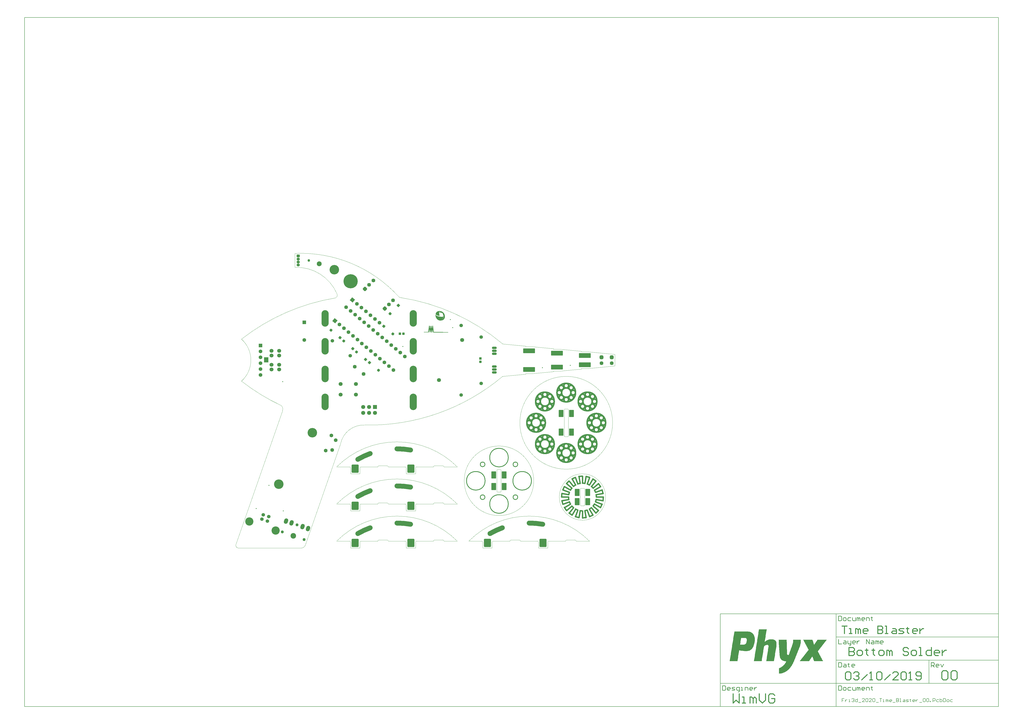
<source format=gbs>
G04*
G04 #@! TF.GenerationSoftware,Altium Limited,Altium Designer,18.1.11 (251)*
G04*
G04 Layer_Color=16711935*
%FSLAX25Y25*%
%MOIN*%
G70*
G01*
G75*
%ADD10C,0.00984*%
%ADD11C,0.00787*%
%ADD16C,0.01575*%
%ADD17C,0.00197*%
%ADD26C,0.02362*%
%ADD28C,0.08268*%
G04:AMPARAMS|DCode=34|XSize=199.21mil|YSize=81.1mil|CornerRadius=5.12mil|HoleSize=0mil|Usage=FLASHONLY|Rotation=0.000|XOffset=0mil|YOffset=0mil|HoleType=Round|Shape=RoundedRectangle|*
%AMROUNDEDRECTD34*
21,1,0.19921,0.07087,0,0,0.0*
21,1,0.18898,0.08110,0,0,0.0*
1,1,0.01024,0.09449,-0.03543*
1,1,0.01024,-0.09449,-0.03543*
1,1,0.01024,-0.09449,0.03543*
1,1,0.01024,0.09449,0.03543*
%
%ADD34ROUNDEDRECTD34*%
G04:AMPARAMS|DCode=36|XSize=141.73mil|YSize=122.05mil|CornerRadius=16.73mil|HoleSize=0mil|Usage=FLASHONLY|Rotation=90.000|XOffset=0mil|YOffset=0mil|HoleType=Round|Shape=RoundedRectangle|*
%AMROUNDEDRECTD36*
21,1,0.14173,0.08858,0,0,90.0*
21,1,0.10827,0.12205,0,0,90.0*
1,1,0.03347,0.04429,0.05413*
1,1,0.03347,0.04429,-0.05413*
1,1,0.03347,-0.04429,-0.05413*
1,1,0.03347,-0.04429,0.05413*
%
%ADD36ROUNDEDRECTD36*%
%ADD37C,0.06299*%
%ADD38P,0.08908X4X365.0*%
%ADD39C,0.16142*%
%ADD40C,0.06693*%
%ADD41C,0.06890*%
%ADD42R,0.06890X0.06890*%
%ADD43C,0.05984*%
%ADD44C,0.13976*%
%ADD45R,0.06299X0.06299*%
%ADD46R,0.06299X0.06299*%
%ADD47C,0.06299*%
%ADD48C,0.06394*%
%ADD49P,0.06125X4X185.0*%
G04:AMPARAMS|DCode=50|XSize=43.31mil|YSize=43.31mil|CornerRadius=11.81mil|HoleSize=0mil|Usage=FLASHONLY|Rotation=140.000|XOffset=0mil|YOffset=0mil|HoleType=Round|Shape=RoundedRectangle|*
%AMROUNDEDRECTD50*
21,1,0.04331,0.01968,0,0,140.0*
21,1,0.01968,0.04331,0,0,140.0*
1,1,0.02362,-0.00121,0.01387*
1,1,0.02362,0.01387,0.00121*
1,1,0.02362,0.00121,-0.01387*
1,1,0.02362,-0.01387,-0.00121*
%
%ADD50ROUNDEDRECTD50*%
%ADD51P,0.08908X4X95.0*%
%ADD52R,0.04331X0.04331*%
G04:AMPARAMS|DCode=53|XSize=43.31mil|YSize=43.31mil|CornerRadius=11.81mil|HoleSize=0mil|Usage=FLASHONLY|Rotation=0.000|XOffset=0mil|YOffset=0mil|HoleType=Round|Shape=RoundedRectangle|*
%AMROUNDEDRECTD53*
21,1,0.04331,0.01968,0,0,0.0*
21,1,0.01968,0.04331,0,0,0.0*
1,1,0.02362,0.00984,-0.00984*
1,1,0.02362,-0.00984,-0.00984*
1,1,0.02362,-0.00984,0.00984*
1,1,0.02362,0.00984,0.00984*
%
%ADD53ROUNDEDRECTD53*%
%ADD54C,0.05118*%
G04:AMPARAMS|DCode=55|XSize=94.49mil|YSize=66.93mil|CornerRadius=0mil|HoleSize=0mil|Usage=FLASHONLY|Rotation=71.000|XOffset=0mil|YOffset=0mil|HoleType=Round|Shape=Round|*
%AMOVALD55*
21,1,0.02756,0.06693,0.00000,0.00000,71.0*
1,1,0.06693,-0.00449,-0.01303*
1,1,0.06693,0.00449,0.01303*
%
%ADD55OVALD55*%

%ADD56C,0.09449*%
G04:AMPARAMS|DCode=57|XSize=43.31mil|YSize=43.31mil|CornerRadius=11.81mil|HoleSize=0mil|Usage=FLASHONLY|Rotation=270.000|XOffset=0mil|YOffset=0mil|HoleType=Round|Shape=RoundedRectangle|*
%AMROUNDEDRECTD57*
21,1,0.04331,0.01968,0,0,270.0*
21,1,0.01968,0.04331,0,0,270.0*
1,1,0.02362,-0.00984,-0.00984*
1,1,0.02362,-0.00984,0.00984*
1,1,0.02362,0.00984,0.00984*
1,1,0.02362,0.00984,-0.00984*
%
%ADD57ROUNDEDRECTD57*%
%ADD58R,0.04331X0.04331*%
G04:AMPARAMS|DCode=59|XSize=43.31mil|YSize=43.31mil|CornerRadius=11.81mil|HoleSize=0mil|Usage=FLASHONLY|Rotation=225.000|XOffset=0mil|YOffset=0mil|HoleType=Round|Shape=RoundedRectangle|*
%AMROUNDEDRECTD59*
21,1,0.04331,0.01968,0,0,225.0*
21,1,0.01968,0.04331,0,0,225.0*
1,1,0.02362,-0.01392,0.00000*
1,1,0.02362,0.00000,0.01392*
1,1,0.02362,0.01392,0.00000*
1,1,0.02362,0.00000,-0.01392*
%
%ADD59ROUNDEDRECTD59*%
%ADD60P,0.06125X4X270.0*%
%ADD61C,0.05906*%
%ADD62O,0.08268X0.04331*%
%ADD63O,0.08268X0.04331*%
%ADD64O,0.12205X0.27953*%
%ADD65O,0.05512X0.04921*%
G04:AMPARAMS|DCode=66|XSize=49.21mil|YSize=55.12mil|CornerRadius=13.29mil|HoleSize=0mil|Usage=FLASHONLY|Rotation=270.000|XOffset=0mil|YOffset=0mil|HoleType=Round|Shape=RoundedRectangle|*
%AMROUNDEDRECTD66*
21,1,0.04921,0.02854,0,0,270.0*
21,1,0.02264,0.05512,0,0,270.0*
1,1,0.02657,-0.01427,-0.01132*
1,1,0.02657,-0.01427,0.01132*
1,1,0.02657,0.01427,0.01132*
1,1,0.02657,0.01427,-0.01132*
%
%ADD66ROUNDEDRECTD66*%
G04:AMPARAMS|DCode=67|XSize=63.94mil|YSize=63.94mil|CornerRadius=16.97mil|HoleSize=0mil|Usage=FLASHONLY|Rotation=225.000|XOffset=0mil|YOffset=0mil|HoleType=Round|Shape=RoundedRectangle|*
%AMROUNDEDRECTD67*
21,1,0.06394,0.03000,0,0,225.0*
21,1,0.03000,0.06394,0,0,225.0*
1,1,0.03394,-0.02121,0.00000*
1,1,0.03394,0.00000,0.02121*
1,1,0.03394,0.02121,0.00000*
1,1,0.03394,0.00000,-0.02121*
%
%ADD67ROUNDEDRECTD67*%
G04:AMPARAMS|DCode=68|XSize=63.94mil|YSize=63.94mil|CornerRadius=16.97mil|HoleSize=0mil|Usage=FLASHONLY|Rotation=90.000|XOffset=0mil|YOffset=0mil|HoleType=Round|Shape=RoundedRectangle|*
%AMROUNDEDRECTD68*
21,1,0.06394,0.03000,0,0,90.0*
21,1,0.03000,0.06394,0,0,90.0*
1,1,0.03394,0.01500,0.01500*
1,1,0.03394,0.01500,-0.01500*
1,1,0.03394,-0.01500,-0.01500*
1,1,0.03394,-0.01500,0.01500*
%
%ADD68ROUNDEDRECTD68*%
%ADD69C,0.04331*%
%ADD70C,0.08268*%
%ADD71C,0.24016*%
%ADD72C,0.01575*%
%ADD110R,0.07480X0.08661*%
%ADD111C,0.01378*%
%ADD112C,0.02559*%
%ADD113R,0.01968X0.04331*%
%ADD114C,0.02362*%
G04:AMPARAMS|DCode=115|XSize=120.47mil|YSize=81.1mil|CornerRadius=5.12mil|HoleSize=0mil|Usage=FLASHONLY|Rotation=90.000|XOffset=0mil|YOffset=0mil|HoleType=Round|Shape=RoundedRectangle|*
%AMROUNDEDRECTD115*
21,1,0.12047,0.07087,0,0,90.0*
21,1,0.11024,0.08110,0,0,90.0*
1,1,0.01024,0.03543,0.05512*
1,1,0.01024,0.03543,-0.05512*
1,1,0.01024,-0.03543,-0.05512*
1,1,0.01024,-0.03543,0.05512*
%
%ADD115ROUNDEDRECTD115*%
G36*
X347077Y402267D02*
X347077Y402267D01*
X347077Y402267D01*
X347093Y402265D01*
X347111Y402263D01*
X347145Y402266D01*
X347145D01*
D01*
D01*
X347214Y402265D01*
X347248Y402262D01*
X347272Y402264D01*
X347282Y402265D01*
X347282D01*
X347282D01*
X347351Y402264D01*
X347351D01*
X347351D01*
X347363Y402263D01*
X347385Y402260D01*
X347419Y402264D01*
X348583Y402253D01*
X348622Y402249D01*
X348647Y402241D01*
X348659Y402238D01*
X348693Y402219D01*
X348722Y402194D01*
X348747Y402164D01*
X348765Y402130D01*
X348772Y402104D01*
X348776Y402093D01*
X348779Y402054D01*
D01*
Y402054D01*
X348779Y401986D01*
X348779Y401986D01*
X348774Y401947D01*
X348763Y401910D01*
D01*
X348763Y401910D01*
X348751Y401888D01*
X348744Y401876D01*
X348744Y401876D01*
X348744Y401876D01*
X348729Y401858D01*
X348719Y401846D01*
X348719Y401846D01*
X348719Y401846D01*
X348705Y401834D01*
X348689Y401822D01*
X348689Y401822D01*
X348689Y401822D01*
X348674Y401814D01*
X348655Y401804D01*
X348655Y401804D01*
X348655D01*
X348650Y401802D01*
X348618Y401793D01*
X348579Y401789D01*
X348579D01*
D01*
D01*
X348522Y401790D01*
X348513Y401779D01*
X348513Y401779D01*
X348513Y401779D01*
X348505Y401773D01*
X348483Y401755D01*
X348483Y401755D01*
X348483Y401755D01*
X348473Y401750D01*
X348449Y401737D01*
X348449Y401737D01*
X348449Y401737D01*
X348436Y401733D01*
X348412Y401726D01*
X348411Y401726D01*
X348411Y401726D01*
X348394Y401724D01*
X348373Y401723D01*
X348373Y401723D01*
X348373Y401723D01*
X348316Y401723D01*
X348307Y401713D01*
X348307Y401713D01*
X348307Y401713D01*
X348284Y401694D01*
X348277Y401688D01*
X348277D01*
X348277Y401688D01*
X348268Y401684D01*
X348265Y401679D01*
X348263Y401675D01*
X348263Y401675D01*
X348263Y401675D01*
X348247Y401655D01*
X348238Y401645D01*
X348238Y401645D01*
X348238Y401645D01*
X348219Y401629D01*
X348208Y401620D01*
X348208Y401620D01*
X348208Y401620D01*
X348199Y401616D01*
X348198Y401615D01*
X348194Y401607D01*
X348194Y401607D01*
X348194Y401607D01*
X348182Y401592D01*
X348169Y401577D01*
X348169Y401577D01*
X348169Y401577D01*
X348139Y401553D01*
X348107Y401536D01*
X348105Y401535D01*
D01*
X348105Y401535D01*
X348082Y401528D01*
X348074Y401505D01*
X348074Y401505D01*
Y401505D01*
X348065Y401488D01*
X348056Y401471D01*
X348056Y401471D01*
X348056Y401471D01*
X348045Y401459D01*
X348031Y401441D01*
X348001Y401417D01*
X348001Y401417D01*
X348001Y401417D01*
X347992Y401412D01*
X347992Y401412D01*
X347987Y401403D01*
X347962Y401373D01*
X347932Y401349D01*
X347923Y401344D01*
X347918Y401335D01*
X347918Y401335D01*
X347918Y401335D01*
X347911Y401327D01*
X347893Y401305D01*
X347863Y401281D01*
X347853Y401276D01*
X347849Y401267D01*
X347824Y401237D01*
X347813Y401229D01*
X347813Y401172D01*
X347809Y401133D01*
X347806Y401125D01*
X347797Y401096D01*
X347778Y401062D01*
X347753Y401033D01*
X347723Y401008D01*
X347714Y401004D01*
X347709Y400995D01*
X347685Y400965D01*
X347654Y400941D01*
X347645Y400936D01*
X347644Y400934D01*
X347640Y400927D01*
X347640Y400927D01*
X347640Y400927D01*
X347624Y400908D01*
X347615Y400897D01*
X347615Y400897D01*
X347615Y400897D01*
X347605Y400888D01*
X347604Y400832D01*
X347604Y400831D01*
X347604Y400831D01*
X347603Y400816D01*
X347600Y400793D01*
X347600Y400793D01*
Y400793D01*
X347598Y400786D01*
X347588Y400756D01*
X347588Y400756D01*
X347588Y400756D01*
X347579Y400738D01*
X347570Y400722D01*
X347570Y400722D01*
X347570Y400722D01*
X347556Y400705D01*
X347545Y400692D01*
X347545Y400692D01*
X347545Y400692D01*
X347534Y400683D01*
X347534Y400627D01*
X347530Y400592D01*
X347533Y400558D01*
D01*
Y400558D01*
X347533Y400490D01*
X347530Y400466D01*
X347529Y400451D01*
X347529Y400451D01*
X347529Y400451D01*
X347520Y400423D01*
X347517Y400414D01*
X347517Y400414D01*
X347517Y400414D01*
X347508Y400397D01*
X347498Y400380D01*
X347498Y400380D01*
X347498Y400380D01*
X347492Y400372D01*
X347474Y400350D01*
X347474Y400350D01*
X347474Y400350D01*
X347463Y400342D01*
X347463Y400285D01*
Y400285D01*
Y400285D01*
X347458Y400246D01*
X347450Y400220D01*
X347447Y400209D01*
X347447Y400209D01*
D01*
X347445Y400206D01*
X347428Y400175D01*
X347403Y400145D01*
X347403Y400145D01*
X347403Y400145D01*
X347393Y400137D01*
X347392Y400080D01*
Y400080D01*
Y400080D01*
X347391Y400068D01*
X347389Y400046D01*
X347391Y400023D01*
X347392Y400011D01*
Y400011D01*
Y400011D01*
X347391Y399943D01*
Y399943D01*
Y399943D01*
X347390Y399931D01*
X347387Y399909D01*
X347388Y399902D01*
X347390Y399874D01*
Y399874D01*
Y399874D01*
Y399874D01*
X347390Y399806D01*
X347386Y399767D01*
X347374Y399730D01*
X347356Y399696D01*
X347331Y399667D01*
X347320Y399658D01*
X347320Y399601D01*
D01*
X347319Y399533D01*
Y399533D01*
Y399533D01*
X347318Y399464D01*
Y399464D01*
Y399464D01*
X347318Y399396D01*
Y399396D01*
X347317Y399327D01*
Y399327D01*
Y399327D01*
X347315Y399309D01*
X347313Y399293D01*
X347315Y399274D01*
X347317Y399259D01*
Y399259D01*
Y399259D01*
X347316Y399190D01*
X347313Y399167D01*
X347312Y399156D01*
X347315Y399122D01*
D01*
Y399122D01*
X347315Y399053D01*
X347312Y399030D01*
X347311Y399019D01*
X347312Y399006D01*
X347314Y398985D01*
Y398985D01*
Y398985D01*
X347313Y398917D01*
Y398916D01*
Y398916D01*
X347312Y398904D01*
X347310Y398882D01*
X347313Y398848D01*
Y398848D01*
D01*
D01*
X347312Y398780D01*
X347312Y398780D01*
X347312Y398779D01*
X347310Y398760D01*
X347309Y398745D01*
X347311Y398718D01*
X347312Y398711D01*
Y398711D01*
D01*
D01*
X347311Y398643D01*
X347307Y398608D01*
X347311Y398574D01*
D01*
Y398574D01*
X347310Y398505D01*
X347308Y398488D01*
X347306Y398471D01*
X347309Y398437D01*
D01*
Y398437D01*
X347309Y398369D01*
Y398369D01*
Y398369D01*
X347308Y398300D01*
D01*
X347308Y398232D01*
D01*
X347307Y398163D01*
Y398163D01*
Y398163D01*
X347306Y398095D01*
X347306Y398095D01*
X347306Y398095D01*
X347306Y398026D01*
Y398026D01*
X347305Y397969D01*
X347316Y397961D01*
X347316Y397960D01*
X347316Y397960D01*
X347326Y397948D01*
X347340Y397930D01*
X347340Y397930D01*
X347340Y397930D01*
X347353Y397906D01*
X347358Y397896D01*
X347358Y397896D01*
X347358Y397896D01*
X347364Y397876D01*
X347369Y397859D01*
X347369Y397859D01*
X347369Y397859D01*
X347371Y397841D01*
X347373Y397820D01*
X347373Y397820D01*
X347373Y397820D01*
X347372Y397752D01*
X347369Y397727D01*
X347368Y397718D01*
X347371Y397683D01*
D01*
Y397683D01*
X347371Y397615D01*
Y397615D01*
Y397615D01*
X347368Y397590D01*
X347367Y397580D01*
X347368Y397565D01*
X347370Y397546D01*
Y397546D01*
Y397546D01*
Y397546D01*
X347370Y397478D01*
Y397478D01*
Y397478D01*
X347368Y397461D01*
X347366Y397443D01*
X347366Y397437D01*
X347369Y397409D01*
Y397409D01*
Y397409D01*
Y397409D01*
X347368Y397341D01*
Y397341D01*
Y397341D01*
X347368Y397272D01*
D01*
X347367Y397215D01*
X347378Y397207D01*
X347378Y397207D01*
X347378Y397207D01*
X347388Y397194D01*
X347402Y397177D01*
X347402Y397177D01*
X347402Y397177D01*
X347415Y397151D01*
X347420Y397142D01*
Y397142D01*
X347420Y397142D01*
X347431Y397105D01*
X347433Y397077D01*
X347434Y397066D01*
Y397066D01*
Y397066D01*
X347434Y396998D01*
Y396998D01*
Y396998D01*
X347431Y396973D01*
X347430Y396964D01*
X347432Y396947D01*
X347433Y396929D01*
Y396929D01*
D01*
D01*
X347433Y396861D01*
Y396861D01*
Y396861D01*
X347432Y396792D01*
D01*
Y396792D01*
X347431Y396735D01*
X347442Y396727D01*
X347442Y396727D01*
X347442Y396727D01*
X347456Y396709D01*
X347466Y396696D01*
X347466Y396696D01*
X347466Y396696D01*
X347478Y396674D01*
X347484Y396662D01*
X347484Y396662D01*
X347484Y396662D01*
X347491Y396639D01*
X347495Y396625D01*
X347495Y396625D01*
X347495Y396625D01*
X347497Y396603D01*
X347499Y396586D01*
Y396586D01*
Y396586D01*
Y396586D01*
X347498Y396518D01*
Y396518D01*
Y396518D01*
X347496Y396500D01*
X347494Y396483D01*
X347496Y396467D01*
X347498Y396449D01*
Y396449D01*
Y396449D01*
Y396449D01*
X347497Y396381D01*
X347497Y396381D01*
X347497Y396381D01*
X347496Y396312D01*
D01*
X347496Y396255D01*
X347506Y396247D01*
X347506Y396247D01*
X347506Y396247D01*
X347518Y396232D01*
X347531Y396217D01*
X347531Y396217D01*
X347531Y396217D01*
X347547Y396186D01*
X347549Y396182D01*
D01*
X347549Y396182D01*
X347559Y396145D01*
X347562Y396116D01*
X347563Y396106D01*
Y396106D01*
D01*
D01*
X347563Y396049D01*
X347568Y396045D01*
X347573Y396041D01*
X347573Y396041D01*
X347573Y396041D01*
X347585Y396026D01*
X347597Y396010D01*
X347597Y396010D01*
X347597Y396010D01*
X347614Y395980D01*
X347615Y395976D01*
D01*
X347615Y395976D01*
X347619Y395964D01*
X347626Y395939D01*
X347630Y395900D01*
Y395900D01*
D01*
D01*
X347629Y395832D01*
Y395832D01*
Y395832D01*
X347627Y395814D01*
X347625Y395798D01*
X347627Y395774D01*
X347628Y395763D01*
Y395763D01*
Y395763D01*
X347628Y395695D01*
Y395695D01*
Y395695D01*
X347626Y395683D01*
X347624Y395661D01*
X347627Y395631D01*
X347627Y395626D01*
X347627Y395569D01*
X347637Y395561D01*
X347661Y395531D01*
X347679Y395496D01*
X347691Y395459D01*
X347694Y395420D01*
X347693Y395363D01*
X347694Y395363D01*
X347704Y395355D01*
X347704Y395355D01*
X347704Y395355D01*
X347728Y395324D01*
X347746Y395290D01*
X347757Y395253D01*
X347760Y395227D01*
X347761Y395214D01*
Y395214D01*
Y395214D01*
X347760Y395146D01*
X347760Y395146D01*
X347760Y395146D01*
X347758Y395128D01*
X347756Y395112D01*
X347758Y395095D01*
X347759Y395077D01*
Y395077D01*
D01*
D01*
X347759Y395009D01*
X347759Y395009D01*
X347759Y395009D01*
X347757Y394994D01*
X347755Y394975D01*
X347756Y394971D01*
X347758Y394940D01*
Y394940D01*
Y394940D01*
X347758Y394883D01*
X347768Y394875D01*
X347768Y394875D01*
X347768Y394875D01*
X347784Y394855D01*
X347793Y394845D01*
X347793Y394845D01*
X347793Y394845D01*
X347808Y394814D01*
X347811Y394810D01*
Y394810D01*
X347811Y394810D01*
X347818Y394783D01*
X347821Y394773D01*
Y394773D01*
X347821Y394773D01*
X347824Y394749D01*
X347825Y394734D01*
Y394734D01*
Y394734D01*
X347824Y394677D01*
X347835Y394669D01*
X347859Y394638D01*
X347877Y394604D01*
X347888Y394567D01*
X347892Y394528D01*
X347891Y394460D01*
X347889Y394437D01*
X347887Y394426D01*
X347889Y394408D01*
X347890Y394391D01*
Y394391D01*
Y394391D01*
Y394391D01*
X347890Y394323D01*
X347890Y394323D01*
X347890Y394323D01*
X347889Y394254D01*
Y394254D01*
X347889Y394186D01*
Y394186D01*
Y394186D01*
X347887Y394167D01*
X347884Y394147D01*
X347884Y394147D01*
Y394147D01*
X347877Y394124D01*
X347873Y394110D01*
X347873Y394110D01*
X347873Y394110D01*
X347863Y394092D01*
X347854Y394076D01*
X347854Y394076D01*
X347854Y394076D01*
X347843Y394063D01*
X347830Y394047D01*
X347830Y394047D01*
X347830Y394047D01*
X347810Y394031D01*
X347799Y394022D01*
X347799Y394022D01*
X347799Y394022D01*
X347769Y394006D01*
X347765Y394004D01*
X347765D01*
X347765Y394004D01*
X347738Y393996D01*
X347728Y393993D01*
X347728D01*
X347728Y393993D01*
X347705Y393991D01*
X347689Y393990D01*
X347689D01*
X347689D01*
X347621Y393990D01*
X347586Y393994D01*
X347567Y393992D01*
X347552Y393991D01*
X347552D01*
X347552D01*
X347484Y393992D01*
X347445Y393996D01*
X347408Y394007D01*
X347396Y394014D01*
X347374Y394026D01*
X347344Y394051D01*
X347336Y394061D01*
X347279Y394062D01*
X347259Y394064D01*
X347245Y394066D01*
X347210Y394062D01*
X347210D01*
D01*
D01*
X347142Y394063D01*
X347103Y394067D01*
X347066Y394079D01*
X347032Y394097D01*
X347003Y394122D01*
X346994Y394133D01*
X346800Y394135D01*
X346766Y394138D01*
X346745Y394137D01*
X346732Y394135D01*
X346732D01*
X346732D01*
X346663Y394136D01*
X346640Y394138D01*
X346625Y394140D01*
X346625Y394140D01*
X346625D01*
X346600Y394148D01*
X346588Y394151D01*
X346588Y394151D01*
X346588Y394151D01*
X346572Y394160D01*
X346554Y394170D01*
X346554Y394170D01*
X346553Y394170D01*
X346544Y394179D01*
X346524Y394195D01*
X346524Y394195D01*
X346524Y394195D01*
X346515Y394206D01*
X346458Y394206D01*
X346440Y394208D01*
X346420Y394210D01*
X346420Y394210D01*
X346420D01*
X346397Y394217D01*
X346383Y394222D01*
X346383Y394222D01*
X346383Y394222D01*
X346353Y394238D01*
X346349Y394240D01*
X346349Y394240D01*
X346349Y394240D01*
X346329Y394257D01*
X346319Y394265D01*
X346319Y394265D01*
X346319Y394265D01*
X346310Y394276D01*
X346116Y394278D01*
X346116D01*
X346116D01*
X346098Y394280D01*
X346078Y394282D01*
X346078Y394282D01*
X346078D01*
X346062Y394287D01*
X346041Y394293D01*
X346041Y394293D01*
X346041D01*
X346035Y394297D01*
X346007Y394312D01*
X346007Y394312D01*
X346007Y394312D01*
X345995Y394322D01*
X345977Y394337D01*
X345977Y394337D01*
X345977Y394337D01*
X345969Y394346D01*
X345969Y394347D01*
X345912Y394348D01*
X345873Y394352D01*
X345836Y394363D01*
X345817Y394374D01*
X345802Y394382D01*
X345772Y394407D01*
Y394407D01*
X345772D01*
X345764Y394418D01*
X345570Y394419D01*
D01*
X345570D01*
X345566Y394420D01*
X345531Y394423D01*
X345506Y394431D01*
X345494Y394435D01*
X345476Y394445D01*
X345460Y394454D01*
X345430Y394478D01*
Y394479D01*
X345430D01*
X345422Y394489D01*
X345365Y394490D01*
X345346Y394492D01*
X345327Y394494D01*
X345326Y394494D01*
X345326D01*
X345296Y394503D01*
X345290Y394505D01*
X345290D01*
X345289Y394505D01*
X345264Y394519D01*
X345255Y394524D01*
X345255Y394524D01*
X345255Y394524D01*
X345238Y394538D01*
X345226Y394549D01*
X345226Y394549D01*
X345226Y394549D01*
X345217Y394559D01*
X345023Y394561D01*
X344985Y394565D01*
X344956Y394574D01*
X344948Y394577D01*
X344948Y394577D01*
X344948Y394577D01*
X344932Y394585D01*
X344914Y394595D01*
X344914Y394595D01*
X344914Y394595D01*
X344904Y394604D01*
X344884Y394620D01*
X344884Y394620D01*
X344884Y394620D01*
X344875Y394631D01*
X344818Y394631D01*
X344818D01*
X344818D01*
X344809Y394632D01*
X344780Y394635D01*
X344743Y394647D01*
X344743Y394647D01*
D01*
X344740Y394649D01*
X344709Y394666D01*
X344679Y394690D01*
X344679Y394690D01*
X344679Y394690D01*
X344674Y394697D01*
X344670Y394701D01*
X344614Y394702D01*
X344614D01*
X344614D01*
X344600Y394703D01*
X344575Y394706D01*
X344538Y394717D01*
X344538Y394717D01*
X344538D01*
X344532Y394721D01*
X344504Y394736D01*
X344504Y394736D01*
X344504D01*
X344499Y394740D01*
X344474Y394761D01*
X344474Y394761D01*
X344474Y394761D01*
X344466Y394771D01*
X344409Y394772D01*
X344385Y394774D01*
X344370Y394776D01*
X344370Y394776D01*
X344370Y394776D01*
X344345Y394784D01*
X344333Y394788D01*
X344333Y394788D01*
X344333Y394788D01*
X344314Y394798D01*
X344299Y394806D01*
X344299Y394806D01*
X344299Y394806D01*
X344283Y394819D01*
X344269Y394831D01*
X344269Y394831D01*
X344269Y394831D01*
X344261Y394842D01*
X344204Y394842D01*
X344204D01*
X344204D01*
X344188Y394844D01*
X344165Y394846D01*
X344165Y394846D01*
X344165D01*
X344162Y394847D01*
X344128Y394858D01*
X344094Y394876D01*
X344094Y394876D01*
X344094Y394876D01*
X344078Y394890D01*
X344064Y394901D01*
X344064Y394901D01*
X344064Y394901D01*
X344056Y394912D01*
X343999Y394912D01*
D01*
X343999D01*
X343995Y394913D01*
X343960Y394917D01*
X343935Y394924D01*
X343923Y394928D01*
X343905Y394938D01*
X343889Y394947D01*
X343860Y394971D01*
Y394971D01*
X343860D01*
X343851Y394982D01*
X343794Y394983D01*
X343756Y394987D01*
X343719Y394998D01*
X343693Y395013D01*
X343685Y395017D01*
X343685Y395017D01*
X343685Y395017D01*
X343670Y395029D01*
X343655Y395042D01*
X343655Y395042D01*
X343655Y395042D01*
X343646Y395052D01*
X343589Y395053D01*
X343551Y395057D01*
X343514Y395069D01*
X343480Y395087D01*
X343450Y395112D01*
X343441Y395123D01*
X343385Y395123D01*
X343384Y395123D01*
X343384Y395123D01*
X343366Y395125D01*
X343346Y395127D01*
X343346Y395127D01*
X343346Y395127D01*
X343334Y395131D01*
X343309Y395139D01*
X343309Y395139D01*
X343309Y395139D01*
X343301Y395143D01*
X343275Y395158D01*
X343275Y395158D01*
X343275Y395158D01*
X343265Y395166D01*
X343245Y395182D01*
X343245Y395182D01*
X343245Y395182D01*
X343237Y395193D01*
X343221Y395213D01*
X343221Y395213D01*
X343221Y395213D01*
X343216Y395222D01*
X343207Y395227D01*
X343207Y395227D01*
X343207Y395227D01*
X343199Y395233D01*
X343177Y395251D01*
X343177Y395251D01*
X343177Y395251D01*
X343169Y395262D01*
X343112Y395263D01*
X343084Y395266D01*
X343073Y395267D01*
X343073D01*
X343073Y395267D01*
X343040Y395277D01*
X343036Y395278D01*
X343036D01*
X343036Y395278D01*
X343019Y395287D01*
X343002Y395297D01*
X343002Y395297D01*
X343002D01*
X342997Y395301D01*
X342972Y395322D01*
X342972Y395322D01*
X342972Y395322D01*
X342949Y395351D01*
X342948Y395352D01*
D01*
X342948Y395352D01*
X342943Y395361D01*
X342934Y395366D01*
X342934Y395366D01*
X342934Y395366D01*
X342915Y395382D01*
X342904Y395391D01*
X342904Y395391D01*
X342904Y395391D01*
X342896Y395401D01*
X342839Y395402D01*
X342800Y395406D01*
X342763Y395418D01*
X342729Y395436D01*
X342700Y395461D01*
X342675Y395491D01*
X342671Y395500D01*
X342662Y395505D01*
X342661Y395505D01*
X342661D01*
X342655Y395511D01*
X342632Y395530D01*
X342632Y395530D01*
X342632Y395530D01*
X342623Y395541D01*
X342566Y395541D01*
X342528Y395545D01*
X342491Y395557D01*
X342457Y395576D01*
X342427Y395601D01*
X342403Y395631D01*
X342399Y395637D01*
X342398Y395640D01*
X342389Y395645D01*
X342389Y395645D01*
X342389Y395645D01*
X342370Y395660D01*
X342359Y395669D01*
X342359Y395669D01*
X342359Y395670D01*
X342349Y395682D01*
X342335Y395700D01*
X342335Y395700D01*
X342335Y395700D01*
X342330Y395709D01*
X342321Y395714D01*
X342291Y395739D01*
X342291Y395739D01*
X342291Y395739D01*
X342286Y395745D01*
X342267Y395769D01*
X342262Y395778D01*
X342253Y395783D01*
X342253Y395783D01*
X342253Y395783D01*
X342241Y395793D01*
X342223Y395808D01*
X342223Y395808D01*
X342223Y395808D01*
X342215Y395818D01*
X342158Y395819D01*
X342158D01*
X342158D01*
X342137Y395821D01*
X342119Y395823D01*
X342119Y395823D01*
X342119D01*
X342103Y395828D01*
X342082Y395834D01*
X342082Y395834D01*
X342082D01*
X342076Y395838D01*
X342048Y395853D01*
X342048Y395853D01*
X342048Y395853D01*
X342036Y395863D01*
X342019Y395878D01*
X342018Y395878D01*
X342018Y395878D01*
X342011Y395888D01*
X341994Y395908D01*
X341989Y395917D01*
X341980Y395922D01*
X341980Y395922D01*
X341980Y395922D01*
X341962Y395937D01*
X341951Y395947D01*
X341951Y395947D01*
X341951Y395947D01*
X341939Y395961D01*
X341926Y395977D01*
X341926Y395977D01*
X341926Y395977D01*
X341921Y395986D01*
X341913Y395991D01*
X341913Y395991D01*
X341913Y395991D01*
X341894Y396007D01*
X341883Y396016D01*
X341883Y396016D01*
X341883Y396016D01*
X341859Y396045D01*
X341858Y396046D01*
D01*
X341858Y396046D01*
X341854Y396055D01*
X341845Y396060D01*
X341845Y396060D01*
X341845Y396060D01*
X341836Y396068D01*
X341815Y396085D01*
X341815Y396085D01*
X341815Y396085D01*
X341812Y396089D01*
X341791Y396115D01*
X341786Y396124D01*
X341777Y396129D01*
X341777Y396129D01*
X341777Y396129D01*
X341768Y396137D01*
X341747Y396154D01*
X341747Y396154D01*
X341747Y396154D01*
X341742Y396160D01*
X341723Y396184D01*
X341723Y396184D01*
X341723Y396184D01*
X341718Y396194D01*
X341709Y396198D01*
X341709Y396198D01*
X341709Y396198D01*
X341691Y396214D01*
X341679Y396223D01*
X341679Y396223D01*
X341679Y396223D01*
X341667Y396238D01*
X341655Y396253D01*
X341655Y396253D01*
X341655Y396253D01*
X341650Y396263D01*
X341641Y396268D01*
X341611Y396292D01*
X341587Y396323D01*
X341582Y396332D01*
X341573Y396337D01*
X341573Y396337D01*
X341573Y396337D01*
X341557Y396350D01*
X341543Y396361D01*
X341543Y396361D01*
X341543Y396361D01*
X341530Y396378D01*
X341519Y396392D01*
X341519Y396392D01*
X341519Y396392D01*
X341507Y396415D01*
X341501Y396426D01*
X341501Y396426D01*
X341501Y396426D01*
X341494Y396450D01*
X341490Y396463D01*
Y396463D01*
X341490Y396463D01*
X341488Y396485D01*
X341487Y396502D01*
Y396502D01*
Y396502D01*
Y396502D01*
X341487Y396559D01*
X341477Y396568D01*
X341477Y396568D01*
X341477Y396568D01*
X341458Y396591D01*
X341452Y396598D01*
Y396598D01*
X341452Y396598D01*
X341447Y396607D01*
X341439Y396612D01*
X341439Y396612D01*
X341438Y396612D01*
X341425Y396623D01*
X341409Y396637D01*
X341409Y396637D01*
X341409Y396637D01*
X341393Y396656D01*
X341384Y396667D01*
X341384Y396667D01*
X341384Y396667D01*
X341369Y396697D01*
X341366Y396701D01*
Y396701D01*
X341366Y396701D01*
X341359Y396728D01*
X341355Y396738D01*
Y396738D01*
X341355Y396738D01*
X341353Y396761D01*
X341352Y396777D01*
Y396777D01*
Y396777D01*
X341353Y396834D01*
X341342Y396843D01*
X341318Y396873D01*
X341300Y396907D01*
X341289Y396944D01*
X341285Y396983D01*
X341286Y397052D01*
Y397052D01*
Y397052D01*
X341288Y397074D01*
X341290Y397085D01*
X341288Y397107D01*
X341286Y397120D01*
X341286Y397120D01*
X341286Y397120D01*
X341287Y397188D01*
X341290Y397213D01*
X341291Y397223D01*
X341288Y397257D01*
X341288Y397325D01*
Y397325D01*
Y397325D01*
X341289Y397394D01*
Y397394D01*
Y397394D01*
X341289Y397462D01*
X341292Y397487D01*
X341293Y397497D01*
X341292Y397510D01*
X341290Y397531D01*
Y397531D01*
Y397531D01*
X341291Y397599D01*
Y397599D01*
Y397599D01*
X341295Y397638D01*
X341303Y397664D01*
X341306Y397675D01*
X341306Y397675D01*
D01*
X341308Y397678D01*
X341325Y397709D01*
X341350Y397739D01*
X341350Y397739D01*
X341350Y397739D01*
X341360Y397747D01*
X341361Y397804D01*
X341365Y397843D01*
X341377Y397880D01*
X341395Y397914D01*
X341420Y397943D01*
X341426Y397948D01*
X341431Y397952D01*
X341431Y398009D01*
Y398009D01*
Y398009D01*
X341433Y398021D01*
X341435Y398047D01*
X341447Y398084D01*
Y398084D01*
X341447Y398084D01*
X341462Y398113D01*
X341465Y398118D01*
X341465Y398118D01*
X341465Y398119D01*
X341481Y398138D01*
X341490Y398148D01*
X341490Y398148D01*
X341490Y398148D01*
X341501Y398157D01*
X341501Y398214D01*
Y398214D01*
Y398214D01*
X341504Y398232D01*
X341506Y398252D01*
X341506Y398252D01*
Y398252D01*
X341509Y398262D01*
X341517Y398289D01*
X341517Y398289D01*
Y398289D01*
X341522Y398298D01*
X341536Y398323D01*
X341536Y398323D01*
X341536Y398323D01*
X341543Y398332D01*
X341561Y398353D01*
X341561Y398353D01*
X341561Y398353D01*
X341565Y398356D01*
X341571Y398362D01*
X341572Y398419D01*
Y398419D01*
Y398419D01*
X341573Y398428D01*
X341576Y398457D01*
X341587Y398494D01*
X341587Y398494D01*
D01*
X341589Y398497D01*
X341606Y398528D01*
X341631Y398558D01*
X341631Y398558D01*
X341631Y398558D01*
X341643Y398567D01*
X341643Y398568D01*
X341644Y398580D01*
X341646Y398594D01*
X341646Y398594D01*
Y398594D01*
X341653Y398618D01*
X341657Y398630D01*
X341657Y398631D01*
X341657Y398631D01*
X341671Y398655D01*
X341676Y398665D01*
X341676Y398665D01*
X341676Y398665D01*
X341692Y398684D01*
X341701Y398694D01*
X341701Y398694D01*
X341701Y398694D01*
X341712Y398704D01*
X341713Y398709D01*
X341715Y398730D01*
X341715Y398730D01*
Y398730D01*
X341722Y398753D01*
X341727Y398767D01*
X341727Y398767D01*
X341727Y398767D01*
X341737Y398785D01*
X341745Y398801D01*
X341745Y398801D01*
X341745Y398801D01*
X341757Y398815D01*
X341770Y398831D01*
X341770Y398831D01*
X341770Y398831D01*
X341781Y398839D01*
X341781Y398896D01*
X341784Y398920D01*
X341786Y398935D01*
X341786Y398935D01*
X341786Y398935D01*
X341793Y398959D01*
X341797Y398972D01*
X341797Y398972D01*
X341797Y398972D01*
X341808Y398991D01*
X341816Y399006D01*
X341816Y399006D01*
X341816Y399006D01*
X341829Y399022D01*
X341841Y399036D01*
X341841Y399036D01*
X341841Y399036D01*
X341851Y399044D01*
X341852Y399101D01*
X341856Y399140D01*
X341867Y399177D01*
X341879Y399199D01*
X341886Y399211D01*
X341894Y399220D01*
X341911Y399240D01*
X341931Y399257D01*
X341941Y399265D01*
X341950Y399270D01*
X341952Y399272D01*
X341955Y399278D01*
X341955Y399278D01*
X341955Y399278D01*
X341971Y399297D01*
X341980Y399308D01*
X341980Y399308D01*
X341980Y399308D01*
X342009Y399332D01*
X342010Y399333D01*
D01*
X342010Y399333D01*
X342019Y399337D01*
X342024Y399346D01*
X342049Y399376D01*
X342049Y399376D01*
X342049Y399376D01*
X342061Y399386D01*
X342062Y399396D01*
X342064Y399412D01*
X342064Y399412D01*
X342064Y399412D01*
X342071Y399435D01*
X342075Y399449D01*
X342075Y399449D01*
X342075Y399449D01*
X342086Y399468D01*
X342094Y399483D01*
X342094Y399483D01*
X342094Y399483D01*
X342107Y399499D01*
X342119Y399513D01*
X342119Y399513D01*
X342119Y399513D01*
X342130Y399522D01*
X342133Y399548D01*
X342145Y399585D01*
D01*
X342145Y399585D01*
X342153Y399599D01*
X342163Y399619D01*
X342188Y399649D01*
X342188Y399649D01*
X342188Y399649D01*
X342218Y399673D01*
X342228Y399678D01*
X342229Y399681D01*
X342233Y399687D01*
X342233Y399687D01*
X342233Y399687D01*
X342248Y399705D01*
X342257Y399717D01*
X342257Y399717D01*
X342257Y399717D01*
X342269Y399726D01*
X342288Y399741D01*
X342297Y399746D01*
X342302Y399755D01*
X342326Y399785D01*
X342338Y399794D01*
X342339Y399799D01*
X342341Y399820D01*
X342341Y399820D01*
Y399820D01*
X342344Y399828D01*
X342353Y399857D01*
X342371Y399891D01*
X342371Y399891D01*
X342371Y399891D01*
X342388Y399911D01*
X342396Y399921D01*
X342396Y399921D01*
X342396Y399921D01*
X342408Y399931D01*
X342409Y399940D01*
X342411Y399957D01*
X342411Y399957D01*
Y399957D01*
X342417Y399977D01*
X342422Y399994D01*
X342422Y399994D01*
X342422Y399994D01*
X342431Y400010D01*
X342441Y400028D01*
X342441Y400028D01*
X342441Y400028D01*
X342449Y400038D01*
X342466Y400057D01*
X342466Y400057D01*
X342466Y400057D01*
X342489Y400076D01*
X342496Y400082D01*
X342496D01*
X342496Y400082D01*
X342505Y400086D01*
X342510Y400096D01*
X342510Y400096D01*
X342510Y400096D01*
X342517Y400104D01*
X342535Y400125D01*
X342565Y400150D01*
X342565Y400150D01*
X342565Y400150D01*
X342574Y400154D01*
X342579Y400163D01*
X342579Y400163D01*
X342579Y400163D01*
X342593Y400180D01*
X342604Y400193D01*
X342604Y400193D01*
X342604Y400193D01*
X342617Y400203D01*
X342634Y400217D01*
X342634Y400217D01*
X342634Y400217D01*
X342643Y400222D01*
X342648Y400231D01*
X342673Y400261D01*
X342703Y400285D01*
X342712Y400290D01*
X342714Y400293D01*
X342717Y400299D01*
X342717Y400299D01*
X342717Y400299D01*
X342733Y400318D01*
X342742Y400329D01*
X342742Y400329D01*
X342742Y400329D01*
X342772Y400353D01*
X342781Y400358D01*
X342786Y400367D01*
X342807Y400391D01*
X342811Y400397D01*
X342811Y400397D01*
X342811Y400397D01*
X342842Y400421D01*
X342850Y400426D01*
X342856Y400435D01*
X342872Y400455D01*
X342880Y400465D01*
X342880Y400465D01*
X342880Y400465D01*
X342892Y400474D01*
X342911Y400489D01*
X342920Y400494D01*
X342924Y400503D01*
X342941Y400523D01*
X342949Y400532D01*
X342949Y400532D01*
X342949Y400532D01*
X342961Y400542D01*
X342980Y400557D01*
X342983Y400559D01*
X342989Y400562D01*
X342994Y400571D01*
X342994Y400571D01*
Y400571D01*
X342999Y400577D01*
X343018Y400600D01*
X343019Y400600D01*
X343019Y400600D01*
X343032Y400611D01*
X343049Y400625D01*
X343049Y400625D01*
X343049Y400625D01*
X343058Y400630D01*
X343061Y400635D01*
X343063Y400638D01*
X343063Y400638D01*
X343063Y400639D01*
X343079Y400658D01*
X343088Y400668D01*
X343088Y400668D01*
X343088Y400668D01*
X343107Y400684D01*
X343118Y400693D01*
X343118Y400693D01*
X343118Y400693D01*
X343127Y400697D01*
X343132Y400706D01*
X343132Y400706D01*
X343132Y400706D01*
X343140Y400716D01*
X343157Y400736D01*
X343157Y400736D01*
X343157Y400736D01*
X343180Y400755D01*
X343187Y400760D01*
X343187D01*
X343187Y400761D01*
X343196Y400765D01*
X343201Y400774D01*
X343201Y400774D01*
X343201Y400774D01*
X343212Y400788D01*
X343226Y400804D01*
X343226Y400804D01*
X343226Y400804D01*
X343245Y400820D01*
X343256Y400828D01*
X343256Y400828D01*
X343256Y400828D01*
X343265Y400833D01*
X343270Y400842D01*
X343295Y400872D01*
X343325Y400896D01*
X343325Y400896D01*
X343325Y400896D01*
X343334Y400901D01*
X343336Y400904D01*
X343339Y400910D01*
X343339Y400910D01*
X343339Y400910D01*
X343355Y400929D01*
X343364Y400940D01*
X343364Y400940D01*
X343364Y400940D01*
X343393Y400963D01*
X343394Y400964D01*
D01*
X343394Y400964D01*
X343403Y400969D01*
X343408Y400978D01*
X343433Y401008D01*
X343433Y401008D01*
X343433Y401008D01*
X343445Y401017D01*
X343463Y401032D01*
X343472Y401037D01*
X343473Y401039D01*
X343477Y401046D01*
X343477Y401046D01*
X343477Y401046D01*
X343493Y401065D01*
X343502Y401076D01*
X343502Y401076D01*
X343502Y401076D01*
X343520Y401090D01*
X343532Y401100D01*
X343532Y401100D01*
X343532Y401100D01*
X343541Y401105D01*
X343546Y401114D01*
X343566Y401138D01*
X343571Y401144D01*
X343571D01*
Y401144D01*
X343601Y401168D01*
X343618Y401176D01*
X343636Y401186D01*
X343673Y401197D01*
X343711Y401200D01*
X343711D01*
X343711D01*
X343768Y401200D01*
X343777Y401210D01*
X343777Y401210D01*
X343777Y401210D01*
X343806Y401234D01*
X343807Y401234D01*
D01*
X343807Y401234D01*
X343816Y401239D01*
X343821Y401248D01*
X343821Y401248D01*
X343821Y401248D01*
X343826Y401254D01*
X343846Y401278D01*
X343876Y401302D01*
X343911Y401320D01*
X343911Y401320D01*
X343911Y401320D01*
X343931Y401326D01*
X343948Y401331D01*
X343948D01*
X343948Y401331D01*
X343969Y401333D01*
X343987Y401335D01*
X343987D01*
D01*
D01*
X344043Y401334D01*
X344052Y401345D01*
X344052Y401345D01*
X344052Y401345D01*
X344065Y401355D01*
X344082Y401369D01*
X344082Y401369D01*
X344082Y401369D01*
X344092Y401374D01*
X344096Y401383D01*
X344096Y401383D01*
X344096Y401383D01*
X344105Y401393D01*
X344121Y401413D01*
X344121Y401413D01*
X344121Y401413D01*
X344145Y401432D01*
X344151Y401437D01*
X344151D01*
X344152Y401437D01*
X344161Y401442D01*
X344165Y401451D01*
X344185Y401475D01*
X344190Y401480D01*
X344190D01*
Y401480D01*
X344221Y401505D01*
X344237Y401513D01*
X344255Y401523D01*
X344292Y401534D01*
X344331Y401537D01*
X344331D01*
X344331D01*
X344388Y401537D01*
X344396Y401547D01*
X344427Y401572D01*
X344436Y401576D01*
X344441Y401585D01*
X344465Y401615D01*
X344465D01*
Y401615D01*
X344496Y401639D01*
X344530Y401657D01*
X344556Y401665D01*
X344567Y401668D01*
X344606Y401672D01*
X344606D01*
D01*
D01*
X344663Y401671D01*
X344672Y401682D01*
X344672D01*
Y401682D01*
X344677Y401686D01*
X344702Y401706D01*
X344736Y401724D01*
X344773Y401735D01*
X344812Y401739D01*
D01*
X344812D01*
X344869Y401738D01*
X344878Y401748D01*
X344878Y401748D01*
X344878Y401748D01*
X344908Y401773D01*
X344917Y401778D01*
X344922Y401787D01*
X344947Y401816D01*
X344977Y401841D01*
X345011Y401859D01*
X345048Y401870D01*
X345087Y401873D01*
X345156Y401872D01*
X345176Y401870D01*
X345190Y401869D01*
X345217Y401871D01*
X345224Y401872D01*
X345224D01*
D01*
D01*
X345281Y401871D01*
X345290Y401882D01*
X345290Y401882D01*
X345290Y401882D01*
X345301Y401891D01*
X345320Y401906D01*
X345329Y401911D01*
X345334Y401920D01*
X345334Y401920D01*
X345334Y401920D01*
X345345Y401934D01*
X345359Y401950D01*
X345359Y401950D01*
X345359Y401950D01*
X345378Y401965D01*
X345389Y401974D01*
X345389Y401974D01*
X345389Y401974D01*
X345419Y401990D01*
X345423Y401992D01*
X345423D01*
X345423Y401992D01*
X345450Y402000D01*
X345460Y402003D01*
X345460D01*
X345461Y402003D01*
X345485Y402005D01*
X345499Y402006D01*
X345499D01*
X345499D01*
X345568Y402006D01*
X345568D01*
X345568D01*
X345579Y402005D01*
X345602Y402002D01*
X345615Y402003D01*
X345636Y402005D01*
X345636D01*
X345636D01*
X345693Y402005D01*
X345702Y402015D01*
X345702Y402015D01*
X345702Y402015D01*
X345715Y402026D01*
X345732Y402039D01*
X345732Y402039D01*
X345732Y402039D01*
X345766Y402058D01*
X345795Y402066D01*
X345803Y402068D01*
X345803D01*
X345803Y402068D01*
X345825Y402070D01*
X345842Y402072D01*
X345842D01*
D01*
D01*
X345899Y402071D01*
X345908Y402082D01*
X345938Y402106D01*
X345972Y402124D01*
X345972Y402124D01*
X345972D01*
X346010Y402135D01*
X346038Y402138D01*
X346048Y402139D01*
X346048D01*
X346048D01*
X346117Y402138D01*
X346137Y402136D01*
X346151Y402134D01*
X346185Y402137D01*
D01*
X346185D01*
X346516Y402135D01*
X346525Y402145D01*
X346555Y402169D01*
X346589Y402187D01*
X346626Y402198D01*
X346665Y402202D01*
D01*
X346665D01*
X346733Y402201D01*
X346746Y402200D01*
X346768Y402197D01*
X346802Y402201D01*
X346802D01*
D01*
D01*
X346859Y402200D01*
X346868Y402210D01*
X346898Y402235D01*
X346932Y402253D01*
X346969Y402264D01*
X347008Y402267D01*
X347077Y402267D01*
D02*
G37*
G36*
X349608Y402039D02*
X349642Y402035D01*
X349677Y402038D01*
X349677D01*
X349677D01*
X349745Y402038D01*
X349745D01*
X349745D01*
X349784Y402034D01*
X349810Y402025D01*
X349821Y402022D01*
X349821Y402022D01*
D01*
X349824Y402020D01*
X349855Y402003D01*
X349885Y401979D01*
X349885Y401979D01*
X349885Y401979D01*
X349893Y401968D01*
X350087Y401966D01*
X350119Y401963D01*
X350121Y401963D01*
X350143Y401965D01*
X350156Y401966D01*
X350156D01*
X350156D01*
X350224Y401965D01*
X350261Y401961D01*
X350263Y401961D01*
D01*
X350263Y401961D01*
X350292Y401952D01*
X350300Y401949D01*
X350300Y401949D01*
X350300Y401949D01*
X350318Y401939D01*
X350334Y401931D01*
X350334Y401931D01*
X350334Y401931D01*
X350347Y401919D01*
X350363Y401906D01*
X350363Y401906D01*
X350363Y401906D01*
X350372Y401895D01*
X350429Y401895D01*
X350446Y401893D01*
X350467Y401891D01*
X350468Y401891D01*
X350468D01*
X350505Y401879D01*
X350539Y401861D01*
X350561Y401842D01*
X350568Y401836D01*
X350568Y401836D01*
X350568Y401836D01*
X350577Y401825D01*
X350634Y401825D01*
X350666Y401821D01*
X350668Y401821D01*
X350692Y401823D01*
X350702Y401824D01*
X350702D01*
X350702D01*
X350771Y401823D01*
X350809Y401819D01*
X350836Y401811D01*
X350846Y401808D01*
X350846Y401808D01*
D01*
X350850Y401806D01*
X350880Y401789D01*
X350910Y401764D01*
X350910Y401764D01*
X350910Y401764D01*
X350919Y401754D01*
X350976Y401753D01*
X350976Y401753D01*
X350976Y401753D01*
X350991Y401752D01*
X351014Y401749D01*
X351014Y401749D01*
X351014D01*
X351023Y401746D01*
X351051Y401737D01*
X351051Y401737D01*
X351051Y401737D01*
X351067Y401728D01*
X351085Y401719D01*
X351085Y401719D01*
X351085Y401719D01*
X351101Y401706D01*
X351115Y401694D01*
X351115Y401694D01*
X351115Y401694D01*
X351124Y401683D01*
X351181Y401683D01*
X351219Y401679D01*
X351248Y401670D01*
X351256Y401667D01*
X351256Y401667D01*
X351256Y401667D01*
X351290Y401649D01*
X351312Y401630D01*
X351320Y401624D01*
X351320Y401624D01*
X351320Y401624D01*
X351337Y401602D01*
X351344Y401594D01*
Y401594D01*
X351344Y401593D01*
X351349Y401584D01*
X351358Y401580D01*
X351358Y401580D01*
X351358Y401580D01*
X351377Y401564D01*
X351388Y401555D01*
X351388Y401555D01*
X351388Y401555D01*
X351396Y401544D01*
X351453Y401544D01*
X351453D01*
X351453D01*
X351471Y401542D01*
X351492Y401539D01*
X351492Y401539D01*
X351492D01*
X351501Y401537D01*
X351529Y401528D01*
X351529Y401528D01*
X351529D01*
X351537Y401523D01*
X351563Y401509D01*
X351563Y401509D01*
X351563Y401509D01*
X351576Y401498D01*
X351593Y401484D01*
X351593Y401484D01*
X351593Y401484D01*
X351601Y401474D01*
X351658Y401473D01*
X351658D01*
X351658D01*
X351683Y401471D01*
X351697Y401469D01*
X351697Y401469D01*
X351697D01*
X351721Y401461D01*
X351734Y401458D01*
X351734Y401458D01*
X351734Y401458D01*
X351746Y401451D01*
X351768Y401439D01*
X351768Y401439D01*
X351768D01*
X351774Y401434D01*
X351797Y401414D01*
X351797Y401414D01*
X351797Y401414D01*
X351808Y401401D01*
X351822Y401384D01*
X351822Y401384D01*
X351822Y401384D01*
X351827Y401375D01*
X351835Y401370D01*
X351836Y401370D01*
X351836Y401370D01*
X351846Y401361D01*
X351865Y401345D01*
X351865Y401345D01*
X351865Y401345D01*
X351874Y401334D01*
X351931Y401334D01*
X351969Y401330D01*
X351978Y401327D01*
X352006Y401318D01*
X352028Y401306D01*
X352040Y401300D01*
X352065Y401279D01*
X352070Y401275D01*
Y401275D01*
X352070D01*
X352079Y401264D01*
X352136Y401264D01*
X352136D01*
X352136D01*
X352161Y401261D01*
X352174Y401260D01*
X352174Y401260D01*
X352174D01*
X352188Y401255D01*
X352211Y401248D01*
X352245Y401229D01*
X352245Y401229D01*
X352245D01*
X352248Y401227D01*
X352275Y401204D01*
X352299Y401174D01*
X352304Y401165D01*
X352313Y401160D01*
X352313Y401160D01*
X352313Y401160D01*
X352333Y401144D01*
X352343Y401135D01*
X352343Y401135D01*
X352343Y401135D01*
X352359Y401116D01*
X352367Y401105D01*
X352367Y401105D01*
X352367Y401105D01*
X352372Y401096D01*
X352381Y401091D01*
X352381Y401091D01*
X352381Y401091D01*
X352400Y401075D01*
X352411Y401066D01*
X352411Y401066D01*
X352411Y401066D01*
X352419Y401056D01*
X352476Y401055D01*
X352496Y401053D01*
X352515Y401051D01*
X352515Y401051D01*
X352515Y401051D01*
X352547Y401041D01*
X352552Y401040D01*
X352552D01*
X352552Y401040D01*
X352577Y401026D01*
X352586Y401021D01*
X352586Y401021D01*
X352586Y401021D01*
X352603Y401006D01*
X352615Y400996D01*
X352615Y400996D01*
X352616Y400996D01*
X352627Y400982D01*
X352640Y400966D01*
X352640Y400966D01*
X352640Y400966D01*
X352645Y400957D01*
X352654Y400952D01*
X352674Y400935D01*
X352683Y400927D01*
X352683Y400927D01*
X352683Y400927D01*
X352708Y400897D01*
X352713Y400888D01*
X352714Y400887D01*
X352722Y400883D01*
X352722Y400883D01*
X352722Y400883D01*
X352741Y400867D01*
X352751Y400858D01*
X352751Y400858D01*
X352751Y400858D01*
X352760Y400847D01*
X352817Y400847D01*
X352855Y400843D01*
X352884Y400834D01*
X352892Y400831D01*
X352892Y400831D01*
X352892Y400831D01*
X352926Y400812D01*
X352948Y400794D01*
X352956Y400788D01*
X352956Y400788D01*
X352956Y400788D01*
X352974Y400766D01*
X352980Y400758D01*
Y400758D01*
X352980Y400758D01*
X352985Y400748D01*
X352994Y400743D01*
X353014Y400727D01*
X353024Y400719D01*
X353024Y400719D01*
X353024Y400719D01*
X353048Y400688D01*
X353053Y400679D01*
X353062Y400674D01*
X353062Y400674D01*
X353062Y400674D01*
X353078Y400661D01*
X353092Y400649D01*
X353092Y400649D01*
X353092Y400649D01*
X353106Y400632D01*
X353116Y400619D01*
X353116Y400619D01*
X353116Y400619D01*
X353121Y400610D01*
X353130Y400605D01*
X353130Y400605D01*
X353130Y400605D01*
X353135Y400601D01*
X353160Y400580D01*
X353168Y400570D01*
X353225Y400569D01*
X353253Y400566D01*
X353264Y400565D01*
X353264D01*
X353264Y400565D01*
X353297Y400555D01*
X353301Y400554D01*
X353301D01*
X353301Y400554D01*
X353329Y400538D01*
X353335Y400535D01*
X353335Y400535D01*
X353335Y400535D01*
X353352Y400520D01*
X353365Y400510D01*
X353365Y400510D01*
X353365Y400510D01*
X353376Y400495D01*
X353389Y400480D01*
X353389Y400480D01*
X353389Y400480D01*
X353394Y400471D01*
X353403Y400466D01*
X353433Y400441D01*
X353457Y400411D01*
X353462Y400402D01*
X353471Y400397D01*
X353501Y400372D01*
X353525Y400342D01*
X353530Y400333D01*
X353538Y400328D01*
X353568Y400303D01*
X353568Y400303D01*
X353568Y400303D01*
X353593Y400273D01*
X353597Y400264D01*
X353599Y400263D01*
X353606Y400259D01*
X353606Y400259D01*
X353607Y400259D01*
X353625Y400243D01*
X353636Y400234D01*
X353636Y400234D01*
X353636Y400234D01*
X353647Y400221D01*
X353660Y400204D01*
X353660Y400204D01*
X353661Y400204D01*
X353665Y400195D01*
X353668Y400193D01*
X353674Y400190D01*
X353674Y400190D01*
X353674Y400190D01*
X353693Y400174D01*
X353704Y400165D01*
X353704Y400165D01*
X353704Y400165D01*
X353714Y400153D01*
X353720Y400152D01*
X353740Y400150D01*
X353740Y400150D01*
X353740Y400150D01*
X353754Y400146D01*
X353777Y400139D01*
X353777Y400139D01*
X353777Y400139D01*
X353789Y400132D01*
X353811Y400120D01*
X353811Y400120D01*
X353811Y400120D01*
X353824Y400109D01*
X353840Y400095D01*
X353840Y400095D01*
X353841Y400095D01*
X353852Y400081D01*
X353865Y400065D01*
X353865Y400065D01*
X353865Y400065D01*
X353874Y400047D01*
X353883Y400031D01*
X353883Y400031D01*
X353883Y400030D01*
X353887Y400016D01*
X353905Y400015D01*
X353928Y400013D01*
X353944Y400011D01*
X353944Y400011D01*
X353944D01*
X353969Y400004D01*
X353981Y400000D01*
X353981Y400000D01*
X353981Y400000D01*
X354006Y399986D01*
X354015Y399981D01*
X354015Y399981D01*
X354015Y399981D01*
X354034Y399965D01*
X354045Y399956D01*
X354045Y399956D01*
X354045Y399956D01*
X354055Y399943D01*
X354069Y399926D01*
X354069Y399926D01*
X354069Y399926D01*
X354087Y399892D01*
X354094Y399869D01*
X354104Y399865D01*
X354117Y399862D01*
X354117Y399862D01*
X354117Y399862D01*
X354141Y399848D01*
X354151Y399843D01*
X354151Y399843D01*
X354151Y399843D01*
X354170Y399827D01*
X354180Y399818D01*
X354180Y399818D01*
X354180Y399818D01*
X354191Y399805D01*
X354205Y399788D01*
X354205Y399788D01*
X354205Y399788D01*
X354223Y399754D01*
X354229Y399731D01*
X354248Y399725D01*
X354252Y399724D01*
X354252D01*
X354252Y399723D01*
X354270Y399714D01*
X354286Y399705D01*
X354287Y399705D01*
X354287D01*
X354293Y399700D01*
X354316Y399680D01*
X354316Y399680D01*
X354316Y399680D01*
X354327Y399667D01*
X354341Y399650D01*
X354341Y399650D01*
X354341Y399650D01*
X354347Y399637D01*
X354359Y399616D01*
X354359Y399616D01*
X354359Y399615D01*
X354363Y399600D01*
X354365Y399592D01*
X354388Y399585D01*
X354422Y399567D01*
X354422Y399567D01*
X354422Y399567D01*
X354439Y399553D01*
X354452Y399542D01*
X354452Y399542D01*
X354452Y399542D01*
X354461Y399531D01*
X354476Y399512D01*
X354476Y399512D01*
X354476Y399512D01*
X354482Y399500D01*
X354494Y399477D01*
X354494Y399477D01*
X354494Y399477D01*
X354499Y399460D01*
X354501Y399454D01*
X354524Y399447D01*
D01*
X354524Y399447D01*
X354546Y399435D01*
X354558Y399429D01*
X354558Y399429D01*
X354558Y399429D01*
X354576Y399414D01*
X354588Y399404D01*
X354588Y399404D01*
X354588Y399404D01*
X354599Y399389D01*
X354612Y399374D01*
X354612Y399374D01*
X354612Y399374D01*
X354620Y399359D01*
X354630Y399339D01*
X354630Y399339D01*
Y399339D01*
X354631Y399335D01*
X354637Y399316D01*
X354660Y399309D01*
X354694Y399290D01*
X354724Y399266D01*
X354748Y399235D01*
X354766Y399201D01*
X354777Y399164D01*
X354779Y399138D01*
X354785Y399132D01*
X354791Y399128D01*
X354791Y399128D01*
X354791Y399128D01*
X354802Y399113D01*
X354815Y399098D01*
X354815Y399098D01*
X354815Y399098D01*
X354831Y399067D01*
X354833Y399063D01*
D01*
X354833Y399063D01*
X354838Y399048D01*
X354844Y399026D01*
X354846Y399000D01*
X354858Y398991D01*
X354858Y398991D01*
X354858Y398990D01*
X354875Y398970D01*
X354882Y398960D01*
X354882Y398960D01*
X354882Y398960D01*
X354887Y398951D01*
X354896Y398946D01*
X354926Y398921D01*
X354950Y398891D01*
X354955Y398882D01*
X354964Y398877D01*
X354984Y398861D01*
X354994Y398852D01*
X354994Y398852D01*
X354994Y398852D01*
X355018Y398822D01*
X355023Y398813D01*
X355031Y398808D01*
X355032Y398808D01*
X355062Y398783D01*
X355086Y398753D01*
X355091Y398744D01*
X355091Y398744D01*
X355100Y398739D01*
X355100Y398739D01*
X355100Y398739D01*
X355117Y398725D01*
X355130Y398714D01*
X355130Y398714D01*
X355130Y398714D01*
X355142Y398699D01*
X355154Y398684D01*
X355154Y398684D01*
X355154Y398684D01*
X355159Y398675D01*
X355168Y398670D01*
X355168Y398670D01*
X355168Y398670D01*
X355187Y398654D01*
X355197Y398645D01*
X355197Y398645D01*
X355197Y398645D01*
X355208Y398632D01*
X355222Y398615D01*
X355222Y398615D01*
X355222Y398615D01*
X355240Y398581D01*
X355251Y398543D01*
X355253Y398513D01*
X355254Y398505D01*
Y398505D01*
D01*
D01*
X355254Y398448D01*
X355264Y398439D01*
X355264Y398439D01*
X355264Y398439D01*
X355276Y398425D01*
X355289Y398409D01*
X355289Y398409D01*
X355289Y398409D01*
X355293Y398400D01*
X355302Y398395D01*
X355327Y398374D01*
X355332Y398370D01*
X355332Y398370D01*
X355332Y398370D01*
X355344Y398355D01*
X355356Y398340D01*
X355356Y398340D01*
X355356Y398340D01*
X355361Y398331D01*
X355370Y398326D01*
X355400Y398301D01*
X355400Y398301D01*
X355400Y398301D01*
X355409Y398289D01*
X355424Y398271D01*
X355426Y398267D01*
X355429Y398262D01*
X355431Y398260D01*
X355438Y398257D01*
X355448Y398248D01*
X355468Y398232D01*
X355492Y398202D01*
X355492Y398202D01*
X355492Y398201D01*
X355497Y398193D01*
X355500Y398191D01*
X355506Y398187D01*
X355506Y398187D01*
X355506Y398187D01*
X355536Y398163D01*
X355552Y398143D01*
X355560Y398132D01*
X355578Y398098D01*
D01*
X355578Y398098D01*
X355589Y398061D01*
X355591Y398035D01*
X355603Y398025D01*
X355603Y398025D01*
X355603Y398025D01*
X355617Y398007D01*
X355627Y397995D01*
X355627Y397995D01*
X355627Y397995D01*
X355640Y397971D01*
X355645Y397961D01*
X355645Y397961D01*
X355645Y397961D01*
X355651Y397941D01*
X355656Y397923D01*
X355656Y397923D01*
X355656Y397923D01*
X355658Y397905D01*
X355659Y397897D01*
X355661Y397896D01*
X355670Y397888D01*
X355670Y397888D01*
X355670Y397888D01*
X355695Y397857D01*
X355699Y397848D01*
X355708Y397843D01*
X355708Y397843D01*
X355708Y397843D01*
X355722Y397832D01*
X355738Y397819D01*
X355738Y397818D01*
X355738Y397818D01*
X355754Y397799D01*
X355762Y397788D01*
X355763Y397788D01*
X355763Y397788D01*
X355778Y397758D01*
X355780Y397754D01*
Y397754D01*
X355781Y397754D01*
X355788Y397727D01*
X355791Y397717D01*
Y397717D01*
X355791Y397717D01*
X355793Y397694D01*
X355795Y397678D01*
Y397678D01*
Y397678D01*
X355794Y397621D01*
X355795Y397621D01*
X355805Y397613D01*
X355805Y397613D01*
X355805Y397613D01*
X355814Y397601D01*
X355829Y397582D01*
X355831Y397579D01*
X355834Y397573D01*
X355843Y397568D01*
X355843Y397568D01*
X355843Y397568D01*
X355849Y397564D01*
X355873Y397543D01*
X355873Y397543D01*
X355873Y397543D01*
X355879Y397535D01*
X355897Y397513D01*
X355897Y397513D01*
X355897Y397513D01*
X355902Y397504D01*
X355911Y397499D01*
X355911Y397499D01*
X355911Y397499D01*
X355925Y397488D01*
X355941Y397474D01*
X355941Y397474D01*
X355941Y397474D01*
X355951Y397462D01*
X355965Y397444D01*
X355965Y397444D01*
X355965Y397444D01*
X355977Y397422D01*
X355983Y397410D01*
Y397410D01*
X355983Y397410D01*
X355992Y397379D01*
X355994Y397373D01*
Y397373D01*
X355994Y397373D01*
X355996Y397348D01*
X355997Y397334D01*
Y397334D01*
Y397334D01*
Y397334D01*
X355997Y397277D01*
X356004Y397271D01*
X356007Y397268D01*
X356032Y397238D01*
X356036Y397229D01*
X356045Y397224D01*
X356075Y397199D01*
X356075Y397199D01*
X356075Y397199D01*
X356085Y397187D01*
X356099Y397169D01*
X356101Y397166D01*
X356118Y397135D01*
X356127Y397103D01*
X356128Y397097D01*
Y397097D01*
X356128Y397097D01*
X356131Y397070D01*
X356132Y397059D01*
Y397059D01*
Y397059D01*
X356131Y397002D01*
X356142Y396993D01*
X356142Y396993D01*
X356142Y396993D01*
X356165Y396964D01*
X356166Y396963D01*
D01*
X356166Y396963D01*
X356171Y396954D01*
X356180Y396949D01*
X356210Y396924D01*
X356210Y396924D01*
X356210Y396924D01*
X356219Y396912D01*
X356234Y396894D01*
X356252Y396860D01*
D01*
X356252Y396860D01*
X356263Y396822D01*
X356266Y396791D01*
X356266Y396784D01*
Y396784D01*
D01*
D01*
X356266Y396727D01*
X356276Y396718D01*
X356276Y396718D01*
X356276Y396718D01*
X356295Y396695D01*
X356301Y396688D01*
Y396688D01*
X356301Y396688D01*
X356306Y396679D01*
X356315Y396674D01*
X356344Y396649D01*
X356369Y396619D01*
X356387Y396584D01*
X356398Y396547D01*
X356401Y396509D01*
X356400Y396452D01*
X356411Y396443D01*
X356411Y396443D01*
X356411Y396443D01*
X356421Y396431D01*
X356435Y396413D01*
X356435Y396413D01*
X356435Y396413D01*
X356440Y396404D01*
X356449Y396399D01*
X356473Y396378D01*
X356479Y396374D01*
X356479Y396374D01*
X356479Y396374D01*
X356491Y396359D01*
X356503Y396344D01*
X356503Y396344D01*
X356503Y396344D01*
X356519Y396313D01*
X356521Y396309D01*
D01*
X356521Y396309D01*
X356526Y396294D01*
X356532Y396272D01*
X356536Y396234D01*
Y396234D01*
D01*
D01*
X356535Y396177D01*
X356545Y396168D01*
X356570Y396138D01*
X356588Y396103D01*
X356599Y396066D01*
X356602Y396027D01*
D01*
Y396027D01*
X356602Y395959D01*
D01*
Y395959D01*
X356601Y395891D01*
X356601Y395890D01*
X356597Y395852D01*
X356585Y395815D01*
X356575Y395796D01*
X356567Y395781D01*
X356542Y395751D01*
X356542D01*
Y395751D01*
X356512Y395727D01*
X356495Y395718D01*
X356477Y395709D01*
X356440Y395698D01*
X356402Y395694D01*
D01*
X356402D01*
X356330Y395695D01*
X356336Y395690D01*
X356336Y395690D01*
X356336Y395690D01*
X356360Y395660D01*
X356371Y395638D01*
X356378Y395626D01*
X356378Y395626D01*
Y395626D01*
X356380Y395621D01*
X356389Y395588D01*
X356393Y395550D01*
Y395550D01*
D01*
D01*
X356392Y395493D01*
X356403Y395484D01*
X356403Y395484D01*
X356403Y395484D01*
X356414Y395470D01*
X356427Y395454D01*
X356427Y395454D01*
X356427Y395454D01*
X356432Y395445D01*
X356441Y395440D01*
X356441Y395440D01*
X356441Y395440D01*
X356451Y395431D01*
X356470Y395415D01*
X356470Y395415D01*
X356470Y395415D01*
X356489Y395392D01*
X356495Y395385D01*
Y395385D01*
X356495Y395385D01*
X356506Y395364D01*
X356513Y395351D01*
X356513Y395351D01*
X356513Y395351D01*
X356517Y395335D01*
X356524Y395313D01*
Y395313D01*
X356524Y395313D01*
X356525Y395294D01*
X356527Y395275D01*
Y395275D01*
D01*
D01*
X356527Y395218D01*
X356537Y395209D01*
X356561Y395179D01*
X356566Y395170D01*
X356575Y395165D01*
X356575Y395165D01*
X356575Y395165D01*
X356595Y395149D01*
X356605Y395140D01*
X356605Y395140D01*
X356605Y395140D01*
X356621Y395120D01*
X356629Y395110D01*
X356629Y395110D01*
X356629Y395110D01*
X356639Y395092D01*
X356647Y395075D01*
X356647Y395075D01*
X356647Y395075D01*
X356651Y395063D01*
X356658Y395038D01*
X356658Y395038D01*
Y395038D01*
X356659Y395027D01*
X356662Y395000D01*
Y395000D01*
Y395000D01*
Y395000D01*
X356661Y394943D01*
X356672Y394934D01*
X356672Y394934D01*
X356672Y394934D01*
X356691Y394911D01*
X356696Y394904D01*
Y394904D01*
X356696Y394904D01*
X356707Y394883D01*
X356714Y394869D01*
X356714Y394869D01*
X356714Y394869D01*
X356719Y394854D01*
X356725Y394832D01*
Y394832D01*
X356725Y394832D01*
X356727Y394813D01*
X356729Y394794D01*
Y394794D01*
D01*
D01*
X356728Y394737D01*
X356738Y394728D01*
X356763Y394698D01*
X356763Y394698D01*
X356763Y394698D01*
X356770Y394683D01*
X356781Y394663D01*
X356781Y394663D01*
Y394663D01*
X356782Y394659D01*
X356792Y394626D01*
X356795Y394588D01*
Y394588D01*
Y394588D01*
X356795Y394531D01*
X356805Y394522D01*
X356805Y394522D01*
X356805Y394522D01*
X356829Y394492D01*
X356847Y394457D01*
X356857Y394425D01*
X356858Y394420D01*
Y394420D01*
X356858Y394420D01*
X356861Y394395D01*
X356862Y394382D01*
Y394382D01*
Y394382D01*
X356861Y394325D01*
X356872Y394316D01*
X356872Y394316D01*
X356872Y394316D01*
X356882Y394303D01*
X356896Y394286D01*
X356896Y394286D01*
X356896Y394286D01*
X356903Y394273D01*
X356914Y394251D01*
X356914Y394251D01*
X356914Y394251D01*
X356920Y394232D01*
X356925Y394214D01*
Y394214D01*
X356925Y394214D01*
X356927Y394193D01*
X356928Y394176D01*
Y394176D01*
D01*
D01*
X356928Y394119D01*
X356939Y394110D01*
X356939Y394110D01*
X356939Y394110D01*
X356949Y394097D01*
X356963Y394080D01*
X356963Y394080D01*
X356963Y394080D01*
X356970Y394067D01*
X356981Y394045D01*
X356981Y394045D01*
X356981Y394045D01*
X356987Y394026D01*
X356992Y394008D01*
Y394008D01*
X356992Y394008D01*
X356994Y393987D01*
X356995Y393969D01*
Y393969D01*
D01*
D01*
X356995Y393901D01*
X356992Y393878D01*
X356991Y393867D01*
X356992Y393852D01*
X356994Y393833D01*
Y393832D01*
Y393832D01*
Y393832D01*
X356993Y393764D01*
X356993Y393696D01*
Y393696D01*
Y393696D01*
X356992Y393639D01*
X357003Y393630D01*
X357003Y393630D01*
X357003Y393630D01*
X357013Y393617D01*
X357027Y393600D01*
X357027Y393600D01*
X357027Y393600D01*
X357034Y393587D01*
X357045Y393565D01*
X357045Y393565D01*
X357045Y393565D01*
X357050Y393550D01*
X357056Y393528D01*
Y393528D01*
X357056Y393528D01*
X357058Y393510D01*
X357060Y393490D01*
Y393490D01*
Y393490D01*
X357059Y393421D01*
X357055Y393387D01*
X357057Y393362D01*
X357058Y393353D01*
Y393353D01*
D01*
D01*
X357058Y393284D01*
X357054Y393254D01*
X357054Y393250D01*
X357055Y393236D01*
X357057Y393216D01*
Y393216D01*
Y393216D01*
X357056Y393147D01*
D01*
X357056Y393079D01*
D01*
Y393079D01*
X357055Y393010D01*
Y393010D01*
Y393010D01*
X357052Y392976D01*
X357054Y392949D01*
X357055Y392942D01*
Y392942D01*
D01*
D01*
X357054Y392873D01*
D01*
X357053Y392805D01*
D01*
Y392805D01*
X357053Y392736D01*
Y392736D01*
Y392736D01*
X357051Y392719D01*
X357049Y392702D01*
X357049Y392699D01*
X357052Y392668D01*
Y392668D01*
Y392668D01*
X357052Y392599D01*
X357050Y392580D01*
X357048Y392565D01*
X357049Y392550D01*
X357051Y392531D01*
Y392531D01*
Y392531D01*
Y392531D01*
X357050Y392462D01*
Y392462D01*
Y392462D01*
X357049Y392452D01*
X357047Y392428D01*
X357049Y392401D01*
X357050Y392394D01*
Y392394D01*
D01*
D01*
X357049Y392325D01*
X357048Y392308D01*
X357045Y392287D01*
X357045Y392287D01*
Y392287D01*
X357038Y392264D01*
X357034Y392250D01*
X357034Y392250D01*
X357034Y392250D01*
X357021Y392227D01*
X357015Y392216D01*
X357015Y392216D01*
X357015Y392216D01*
X356999Y392197D01*
X356990Y392186D01*
X356990Y392186D01*
X356990Y392186D01*
X356980Y392178D01*
X356979Y392121D01*
Y392121D01*
X356979Y392052D01*
X356979Y392052D01*
X356979Y392052D01*
X356978Y391984D01*
X356975Y391960D01*
X356974Y391945D01*
X356974Y391945D01*
X356974Y391945D01*
X356966Y391920D01*
X356962Y391908D01*
X356962Y391908D01*
X356962Y391908D01*
X356951Y391888D01*
X356944Y391874D01*
X356944Y391874D01*
X356943Y391874D01*
X356930Y391858D01*
X356919Y391844D01*
X356919Y391844D01*
X356919Y391844D01*
X356908Y391836D01*
X356908Y391779D01*
X356908Y391779D01*
X356908Y391779D01*
X356907Y391710D01*
Y391710D01*
X356906Y391642D01*
X356903Y391608D01*
X356904Y391591D01*
X356906Y391573D01*
Y391573D01*
D01*
D01*
X356905Y391505D01*
X356901Y391466D01*
X356890Y391429D01*
X356871Y391395D01*
X356846Y391366D01*
X356835Y391357D01*
X356835Y391300D01*
X356832Y391275D01*
X356831Y391262D01*
X356831Y391262D01*
Y391261D01*
X356821Y391229D01*
X356819Y391225D01*
Y391225D01*
X356819Y391224D01*
X356804Y391196D01*
X356801Y391190D01*
X356801Y391190D01*
X356801Y391190D01*
X356785Y391171D01*
X356776Y391161D01*
X356776Y391161D01*
X356776Y391161D01*
X356765Y391152D01*
X356765Y391095D01*
Y391095D01*
Y391095D01*
X356763Y391077D01*
X356761Y391061D01*
X356764Y391027D01*
D01*
Y391027D01*
X356764Y390958D01*
X356762Y390946D01*
X356759Y390920D01*
X356748Y390883D01*
D01*
X356748Y390883D01*
X356736Y390861D01*
X356729Y390849D01*
X356729Y390849D01*
X356729Y390849D01*
X356714Y390831D01*
X356704Y390819D01*
X356704Y390819D01*
X356704Y390819D01*
X356693Y390809D01*
X356692Y390806D01*
X356690Y390783D01*
X356690Y390783D01*
Y390783D01*
X356687Y390775D01*
X356678Y390746D01*
X356678Y390746D01*
X356678Y390746D01*
X356669Y390730D01*
X356660Y390712D01*
X356660Y390712D01*
X356660Y390712D01*
X356646Y390696D01*
X356635Y390683D01*
X356635Y390683D01*
X356635Y390682D01*
X356623Y390673D01*
X356621Y390651D01*
X356622Y390634D01*
X356624Y390617D01*
Y390617D01*
D01*
D01*
X356623Y390549D01*
X356619Y390510D01*
X356608Y390475D01*
X356607Y390473D01*
D01*
X356607Y390473D01*
X356589Y390439D01*
X356572Y390419D01*
X356564Y390409D01*
X356564Y390409D01*
X356564Y390409D01*
X356552Y390400D01*
X356551Y390394D01*
X356549Y390374D01*
X356549Y390374D01*
Y390374D01*
X356543Y390355D01*
X356538Y390337D01*
X356538Y390337D01*
X356538Y390337D01*
X356521Y390306D01*
X356519Y390303D01*
X356519Y390303D01*
X356519Y390302D01*
X356503Y390283D01*
X356494Y390273D01*
X356494Y390273D01*
X356494Y390273D01*
X356482Y390263D01*
X356480Y390242D01*
X356482Y390215D01*
X356483Y390207D01*
Y390207D01*
D01*
D01*
X356482Y390139D01*
Y390139D01*
Y390139D01*
X356478Y390100D01*
X356470Y390074D01*
X356467Y390063D01*
X356467Y390063D01*
D01*
X356465Y390060D01*
X356448Y390029D01*
X356423Y390000D01*
X356423Y390000D01*
X356423Y389999D01*
X356417Y389994D01*
X356393Y389975D01*
X356384Y389970D01*
X356379Y389961D01*
X356379Y389961D01*
X356379Y389961D01*
X356370Y389950D01*
X356354Y389932D01*
X356354Y389932D01*
X356354Y389932D01*
X356346Y389925D01*
X356344Y389923D01*
X356343Y389866D01*
X356343Y389866D01*
X356343Y389866D01*
X356341Y389851D01*
X356339Y389828D01*
X356339Y389827D01*
Y389827D01*
X356337Y389820D01*
X356327Y389791D01*
X356327Y389791D01*
X356327Y389791D01*
X356317Y389773D01*
X356309Y389757D01*
X356309Y389756D01*
X356309Y389756D01*
X356298Y389744D01*
X356284Y389727D01*
X356284Y389727D01*
X356284Y389727D01*
X356272Y389717D01*
X356254Y389703D01*
X356254Y389702D01*
X356254Y389702D01*
X356244Y389698D01*
X356240Y389689D01*
X356240Y389689D01*
X356240Y389689D01*
X356226Y389673D01*
X356215Y389659D01*
X356215Y389659D01*
X356215Y389659D01*
X356204Y389650D01*
X356204Y389593D01*
Y389593D01*
Y389593D01*
X356202Y389582D01*
X356200Y389555D01*
X356188Y389518D01*
X356173Y389491D01*
X356169Y389484D01*
X356153Y389464D01*
X356144Y389454D01*
X356144Y389454D01*
X356144Y389454D01*
X356130Y389442D01*
X356114Y389430D01*
X356114Y389430D01*
X356114Y389430D01*
X356105Y389425D01*
X356100Y389416D01*
X356076Y389386D01*
X356076Y389386D01*
X356076Y389386D01*
X356065Y389378D01*
X356064Y389321D01*
Y389321D01*
Y389321D01*
X356063Y389310D01*
X356060Y389282D01*
X356049Y389245D01*
D01*
X356049Y389245D01*
X356037Y389224D01*
X356030Y389211D01*
X356030Y389211D01*
X356030Y389211D01*
X356015Y389193D01*
X356005Y389181D01*
X356005Y389181D01*
X356005Y389181D01*
X355991Y389170D01*
X355975Y389157D01*
X355975Y389157D01*
X355975Y389157D01*
X355966Y389152D01*
X355963Y389147D01*
X355961Y389143D01*
X355961Y389143D01*
X355961Y389143D01*
X355945Y389124D01*
X355936Y389113D01*
X355936Y389113D01*
X355936Y389113D01*
X355917Y389098D01*
X355906Y389089D01*
X355906Y389089D01*
X355906Y389089D01*
X355897Y389084D01*
X355892Y389075D01*
X355867Y389046D01*
X355867Y389046D01*
X355867Y389046D01*
X355855Y389036D01*
X355855Y389031D01*
X355852Y389010D01*
X355852Y389010D01*
X355852Y389010D01*
X355848Y388995D01*
X355841Y388973D01*
X355841Y388973D01*
X355841Y388973D01*
X355832Y388956D01*
X355822Y388939D01*
X355822Y388939D01*
X355822Y388939D01*
X355811Y388925D01*
X355797Y388909D01*
X355797Y388909D01*
X355797Y388909D01*
X355787Y388901D01*
X355785Y388900D01*
X355783Y388874D01*
X355774Y388847D01*
X355771Y388837D01*
X355771Y388837D01*
D01*
X355753Y388803D01*
X355736Y388783D01*
X355728Y388773D01*
X355728Y388773D01*
X355728Y388773D01*
X355716Y388763D01*
X355697Y388749D01*
X355694Y388747D01*
X355688Y388744D01*
X355683Y388735D01*
X355683Y388735D01*
X355683Y388735D01*
X355675Y388725D01*
X355659Y388705D01*
X355659Y388705D01*
X355659Y388705D01*
X355635Y388686D01*
X355628Y388681D01*
X355628D01*
X355628Y388681D01*
X355619Y388676D01*
X355614Y388667D01*
X355614Y388667D01*
X355614Y388667D01*
X355602Y388652D01*
X355590Y388637D01*
X355590Y388637D01*
X355590Y388637D01*
X355577Y388627D01*
X355559Y388613D01*
X355559Y388613D01*
X355559Y388613D01*
X355550Y388608D01*
X355545Y388599D01*
X355545Y388599D01*
X355545Y388599D01*
X355532Y388583D01*
X355520Y388569D01*
X355520Y388569D01*
X355520Y388569D01*
X355510Y388561D01*
X355509Y388504D01*
X355509Y388504D01*
X355505Y388465D01*
X355494Y388430D01*
X355494Y388428D01*
D01*
X355494Y388428D01*
X355475Y388394D01*
X355455Y388370D01*
X355450Y388364D01*
X355450Y388364D01*
X355450Y388364D01*
X355420Y388340D01*
X355387Y388323D01*
X355386Y388322D01*
D01*
X355386Y388322D01*
X355374Y388318D01*
X355363Y388315D01*
X355360Y388306D01*
X355356Y388292D01*
X355356Y388292D01*
X355356Y388292D01*
X355346Y388274D01*
X355337Y388258D01*
X355337Y388258D01*
X355337Y388258D01*
X355326Y388245D01*
X355312Y388229D01*
X355312Y388229D01*
X355312Y388229D01*
X355293Y388213D01*
X355282Y388204D01*
X355282Y388204D01*
X355282Y388204D01*
X355273Y388199D01*
X355268Y388191D01*
X355243Y388161D01*
X355243Y388161D01*
X355243Y388161D01*
X355213Y388136D01*
X355204Y388132D01*
X355199Y388123D01*
X355174Y388093D01*
X355174Y388093D01*
X355174Y388093D01*
X355144Y388069D01*
X355135Y388064D01*
X355130Y388055D01*
X355130Y388055D01*
X355130Y388055D01*
X355114Y388036D01*
X355105Y388025D01*
X355105Y388025D01*
X355105Y388025D01*
X355091Y388014D01*
X355075Y388001D01*
X355075Y388001D01*
X355075Y388001D01*
X355065Y387996D01*
X355061Y387987D01*
X355061Y387987D01*
X355061Y387987D01*
X355051Y387976D01*
X355036Y387957D01*
X355036Y387957D01*
X355036Y387957D01*
X355020Y387944D01*
X355006Y387933D01*
X355006Y387933D01*
X355006Y387933D01*
X354996Y387928D01*
X354992Y387919D01*
X354991Y387919D01*
X354991Y387919D01*
X354980Y387905D01*
X354967Y387889D01*
X354967Y387889D01*
X354967Y387889D01*
X354954Y387879D01*
X354936Y387865D01*
X354936Y387865D01*
X354936Y387865D01*
X354927Y387860D01*
X354926Y387857D01*
X354922Y387851D01*
X354898Y387821D01*
X354867Y387797D01*
X354858Y387792D01*
X354853Y387783D01*
X354853Y387783D01*
X354853Y387783D01*
X354837Y387764D01*
X354829Y387753D01*
X354829Y387753D01*
X354829Y387753D01*
X354805Y387735D01*
X354798Y387729D01*
X354798D01*
X354798Y387729D01*
X354789Y387724D01*
X354784Y387715D01*
X354784Y387715D01*
X354784Y387715D01*
X354769Y387697D01*
X354760Y387686D01*
X354760Y387686D01*
X354760Y387686D01*
X354745Y387674D01*
X354729Y387661D01*
X354729Y387661D01*
X354729Y387661D01*
X354720Y387656D01*
X354715Y387648D01*
X354715Y387647D01*
X354715Y387647D01*
X354704Y387634D01*
X354690Y387618D01*
X354690Y387618D01*
X354690Y387618D01*
X354678Y387608D01*
X354660Y387593D01*
X354660Y387593D01*
X354660Y387593D01*
X354651Y387589D01*
X354646Y387579D01*
X354646Y387579D01*
X354646Y387579D01*
X354638Y387569D01*
X354621Y387550D01*
X354621Y387550D01*
X354621Y387550D01*
X354598Y387531D01*
X354591Y387525D01*
X354591D01*
X354591Y387525D01*
X354582Y387521D01*
X354577Y387512D01*
X354577Y387512D01*
X354577Y387512D01*
X354562Y387494D01*
X354552Y387482D01*
X354552Y387482D01*
X354552Y387482D01*
X354538Y387470D01*
X354522Y387458D01*
X354522Y387458D01*
X354522Y387458D01*
X354513Y387453D01*
X354508Y387444D01*
X354508Y387444D01*
Y387444D01*
X354503Y387438D01*
X354483Y387414D01*
X354483Y387414D01*
X354483Y387414D01*
X354470Y387403D01*
X354453Y387390D01*
X354453Y387390D01*
X354453Y387390D01*
X354444Y387385D01*
X354419Y387372D01*
X354418Y387372D01*
X354418Y387372D01*
X354410Y387369D01*
X354396Y387365D01*
X354388Y387342D01*
D01*
X354388Y387342D01*
X354377Y387320D01*
X354370Y387308D01*
X354370Y387308D01*
X354370Y387308D01*
X354357Y387293D01*
X354345Y387278D01*
X354345Y387278D01*
X354345Y387278D01*
X354327Y387264D01*
X354315Y387254D01*
X354315Y387254D01*
X354315Y387254D01*
X354286Y387239D01*
X354280Y387236D01*
D01*
X354280Y387236D01*
X354250Y387227D01*
X354243Y387225D01*
X354243D01*
X354243Y387225D01*
X354218Y387223D01*
X354205Y387222D01*
X354205D01*
D01*
D01*
X354148Y387222D01*
X354139Y387212D01*
X354139Y387212D01*
X354139Y387211D01*
X354123Y387198D01*
X354109Y387187D01*
X354109Y387187D01*
X354109Y387187D01*
X354100Y387182D01*
X354095Y387174D01*
X354095Y387173D01*
X354095Y387173D01*
X354080Y387155D01*
X354070Y387144D01*
X354070Y387144D01*
X354070Y387144D01*
X354055Y387132D01*
X354040Y387119D01*
X354040Y387119D01*
X354040Y387119D01*
X354030Y387115D01*
X354026Y387106D01*
X354009Y387086D01*
X354001Y387076D01*
X354001Y387076D01*
X354001Y387076D01*
X353971Y387052D01*
X353961Y387047D01*
X353957Y387038D01*
X353957Y387038D01*
X353957Y387038D01*
X353941Y387019D01*
X353932Y387008D01*
X353932Y387008D01*
X353932Y387008D01*
X353912Y386992D01*
X353902Y386984D01*
X353902Y386984D01*
X353901Y386984D01*
X353886Y386976D01*
X353867Y386966D01*
X353867Y386966D01*
X353867Y386966D01*
X353860Y386964D01*
X353830Y386955D01*
X353830Y386955D01*
X353830D01*
X353822Y386954D01*
X353791Y386951D01*
X353791D01*
X353791D01*
X353791D01*
X353734Y386952D01*
X353726Y386941D01*
X353726Y386941D01*
X353726Y386941D01*
X353696Y386917D01*
X353686Y386912D01*
X353681Y386903D01*
X353681Y386903D01*
X353681Y386903D01*
X353666Y386884D01*
X353657Y386873D01*
X353657Y386873D01*
X353657Y386873D01*
X353637Y386858D01*
X353626Y386849D01*
X353626Y386849D01*
X353626Y386849D01*
X353611Y386841D01*
X353592Y386831D01*
X353592Y386831D01*
X353592Y386831D01*
X353585Y386829D01*
X353555Y386820D01*
X353555Y386820D01*
X353555D01*
X353547Y386819D01*
X353529Y386818D01*
X353519Y386806D01*
X353519Y386806D01*
X353519Y386806D01*
X353513Y386801D01*
X353489Y386782D01*
X353454Y386764D01*
X353454Y386764D01*
X353454D01*
X353417Y386753D01*
X353391Y386751D01*
X353381Y386739D01*
X353381Y386739D01*
X353381Y386739D01*
X353370Y386729D01*
X353351Y386714D01*
X353342Y386710D01*
X353337Y386701D01*
X353337Y386701D01*
X353337Y386701D01*
X353324Y386685D01*
X353312Y386671D01*
X353312Y386671D01*
X353312Y386671D01*
X353294Y386656D01*
X353282Y386647D01*
X353282Y386647D01*
X353282Y386647D01*
X353258Y386634D01*
X353248Y386629D01*
X353248Y386629D01*
X353248Y386629D01*
X353228Y386623D01*
X353211Y386618D01*
X353211Y386618D01*
X353211Y386618D01*
X353193Y386616D01*
X353172Y386614D01*
X353172Y386614D01*
X353172Y386614D01*
X353115Y386615D01*
X353106Y386604D01*
X353106Y386604D01*
X353106Y386604D01*
X353087Y386589D01*
X353076Y386580D01*
X353076Y386580D01*
X353076Y386580D01*
X353058Y386570D01*
X353042Y386562D01*
X353042Y386562D01*
X353042Y386562D01*
X353031Y386559D01*
X353005Y386551D01*
X353005Y386551D01*
X353005D01*
X352997Y386550D01*
X352966Y386547D01*
X352966D01*
X352966D01*
X352966D01*
X352909Y386548D01*
X352900Y386538D01*
X352900Y386538D01*
X352900Y386538D01*
X352888Y386528D01*
X352870Y386513D01*
X352861Y386508D01*
X352856Y386499D01*
X352856Y386499D01*
Y386499D01*
X352851Y386493D01*
X352831Y386470D01*
X352831Y386470D01*
X352831Y386470D01*
X352818Y386459D01*
X352801Y386445D01*
X352801Y386445D01*
X352801Y386445D01*
X352792Y386441D01*
X352767Y386427D01*
X352767Y386427D01*
X352767Y386427D01*
X352758Y386425D01*
X352730Y386416D01*
X352730D01*
X352729Y386416D01*
X352712Y386415D01*
X352691Y386413D01*
X352691D01*
X352691D01*
X352691D01*
X352554Y386414D01*
X352554D01*
X352554D01*
X352535Y386416D01*
X352515Y386418D01*
X352515Y386418D01*
X352515D01*
X352502Y386422D01*
X352478Y386430D01*
X352478Y386430D01*
X352478D01*
X352470Y386434D01*
X352444Y386448D01*
X352444Y386448D01*
X352444Y386449D01*
X352435Y386456D01*
X352414Y386473D01*
X352414Y386473D01*
X352414Y386473D01*
X352410Y386479D01*
X352390Y386503D01*
X352390Y386504D01*
X352390Y386504D01*
X352383Y386518D01*
X352372Y386538D01*
X352372Y386538D01*
X352372Y386538D01*
X352369Y386548D01*
X352361Y386575D01*
X352361Y386575D01*
Y386575D01*
X352361Y386583D01*
X352358Y386614D01*
Y386614D01*
Y386614D01*
X352358Y386682D01*
X352361Y386706D01*
X352363Y386721D01*
X352363Y386721D01*
X352363Y386721D01*
X352371Y386749D01*
X352374Y386758D01*
X352374Y386758D01*
X352374Y386758D01*
X352386Y386780D01*
X352393Y386792D01*
X352393Y386792D01*
X352393Y386792D01*
X352406Y386808D01*
X352417Y386821D01*
X352418Y386822D01*
X352418Y386822D01*
X352444Y386842D01*
X352448Y386846D01*
X352448D01*
X352448Y386846D01*
X352479Y386862D01*
X352482Y386864D01*
X352482D01*
X352482Y386864D01*
X352505Y386871D01*
X352508Y386879D01*
X352512Y386893D01*
X352512Y386893D01*
X352512Y386894D01*
X352522Y386912D01*
X352531Y386927D01*
X352531Y386928D01*
X352531Y386928D01*
X352542Y386941D01*
X352556Y386957D01*
X352556Y386957D01*
X352556Y386957D01*
X352568Y386967D01*
X352569Y386979D01*
X352570Y386993D01*
X352570Y386993D01*
Y386993D01*
X352581Y387025D01*
X352582Y387030D01*
Y387030D01*
X352582Y387030D01*
X352597Y387058D01*
X352601Y387064D01*
X352601Y387064D01*
X352601Y387064D01*
X352617Y387083D01*
X352625Y387094D01*
X352625Y387094D01*
X352625Y387094D01*
X352638Y387104D01*
X352656Y387118D01*
X352656Y387118D01*
X352656Y387118D01*
X352665Y387123D01*
X352670Y387132D01*
X352670Y387132D01*
X352670Y387132D01*
X352678Y387142D01*
X352695Y387161D01*
X352695Y387161D01*
X352695Y387161D01*
X352703Y387169D01*
X352725Y387186D01*
X352734Y387191D01*
X352739Y387200D01*
X352759Y387224D01*
X352764Y387229D01*
X352764Y387229D01*
X352764Y387229D01*
X352794Y387254D01*
X352803Y387259D01*
X352808Y387267D01*
X352808Y387267D01*
X352808Y387267D01*
X352816Y387278D01*
X352833Y387297D01*
X352833Y387297D01*
X352833Y387297D01*
X352843Y387306D01*
X352844Y387363D01*
X352848Y387401D01*
X352859Y387438D01*
X352878Y387472D01*
X352903Y387502D01*
X352933Y387526D01*
X352942Y387531D01*
X352947Y387540D01*
X352947Y387540D01*
X352947Y387540D01*
X352960Y387556D01*
X352972Y387570D01*
X352972Y387570D01*
X352972Y387570D01*
X352998Y387591D01*
X353002Y387594D01*
X353002D01*
X353002Y387594D01*
X353011Y387599D01*
X353016Y387608D01*
X353041Y387638D01*
X353071Y387662D01*
X353080Y387667D01*
X353085Y387676D01*
X353085Y387676D01*
X353085Y387676D01*
X353100Y387693D01*
X353110Y387706D01*
X353110Y387706D01*
X353110Y387706D01*
X353121Y387714D01*
X353121Y387771D01*
X353125Y387810D01*
X353137Y387847D01*
X353156Y387881D01*
X353181Y387911D01*
X353211Y387935D01*
X353220Y387940D01*
X353225Y387949D01*
X353236Y387962D01*
X353250Y387979D01*
X353260Y387987D01*
X353261Y388044D01*
Y388044D01*
Y388044D01*
X353263Y388069D01*
X353265Y388083D01*
X353265Y388083D01*
Y388083D01*
X353273Y388107D01*
X353276Y388120D01*
X353276Y388120D01*
X353276Y388120D01*
X353283Y388132D01*
X353295Y388154D01*
X353295Y388154D01*
Y388154D01*
X353300Y388160D01*
X353320Y388183D01*
X353320Y388183D01*
X353320Y388183D01*
X353333Y388194D01*
X353350Y388208D01*
X353350Y388208D01*
X353350Y388208D01*
X353359Y388212D01*
X353364Y388221D01*
X353364Y388221D01*
X353364Y388222D01*
X353375Y388235D01*
X353389Y388251D01*
X353389Y388251D01*
X353389Y388251D01*
X353408Y388267D01*
X353419Y388276D01*
X353419Y388276D01*
X353419Y388276D01*
X353428Y388280D01*
X353433Y388289D01*
X353433Y388289D01*
X353433Y388289D01*
X353446Y388305D01*
X353458Y388319D01*
X353458Y388319D01*
X353458Y388319D01*
X353470Y388329D01*
X353471Y388340D01*
X353473Y388354D01*
X353473Y388355D01*
X353473Y388355D01*
X353480Y388379D01*
X353484Y388392D01*
X353484Y388392D01*
X353484Y388392D01*
X353492Y388406D01*
X353503Y388426D01*
X353503Y388426D01*
X353503Y388426D01*
X353510Y388434D01*
X353527Y388455D01*
X353528Y388455D01*
X353528Y388456D01*
X353539Y388465D01*
X353542Y388491D01*
X353554Y388528D01*
X353572Y388562D01*
X353597Y388592D01*
X353608Y388600D01*
X353608Y388657D01*
X353611Y388682D01*
X353612Y388696D01*
X353612Y388696D01*
Y388696D01*
X353623Y388728D01*
X353624Y388733D01*
Y388733D01*
X353624Y388733D01*
X353639Y388761D01*
X353643Y388767D01*
X353643Y388767D01*
X353643Y388767D01*
X353659Y388786D01*
X353667Y388797D01*
X353667Y388797D01*
X353667Y388797D01*
X353678Y388805D01*
X353679Y388862D01*
X353683Y388901D01*
X353694Y388938D01*
X353713Y388972D01*
X353738Y389001D01*
X353768Y389026D01*
X353768Y389026D01*
X353777Y389031D01*
X353782Y389040D01*
X353782Y389040D01*
X353782Y389040D01*
X353795Y389055D01*
X353807Y389069D01*
X353807Y389069D01*
X353807Y389069D01*
X353818Y389078D01*
X353818Y389135D01*
Y389135D01*
Y389135D01*
X353819Y389147D01*
X353822Y389173D01*
X353834Y389210D01*
Y389210D01*
X353834Y389210D01*
X353849Y389238D01*
X353852Y389244D01*
X353852Y389244D01*
X353852Y389244D01*
X353868Y389264D01*
X353877Y389274D01*
X353877Y389274D01*
X353877Y389274D01*
X353889Y389284D01*
X353890Y389290D01*
X353892Y389310D01*
X353892Y389310D01*
Y389310D01*
X353899Y389333D01*
X353903Y389347D01*
X353903Y389347D01*
X353903Y389347D01*
X353913Y389365D01*
X353922Y389381D01*
X353922Y389381D01*
X353922Y389381D01*
X353933Y389394D01*
X353947Y389410D01*
X353947Y389410D01*
X353947Y389411D01*
X353959Y389420D01*
X353961Y389442D01*
X353958Y389476D01*
D01*
Y389476D01*
X353959Y389545D01*
X353961Y389567D01*
X353963Y389583D01*
X353963Y389583D01*
Y389583D01*
X353970Y389608D01*
X353974Y389620D01*
X353974Y389620D01*
X353974Y389620D01*
X353983Y389636D01*
X353993Y389654D01*
X353993Y389654D01*
X353993Y389654D01*
X354001Y389664D01*
X354018Y389684D01*
X354018Y389684D01*
X354018Y389684D01*
X354041Y389703D01*
X354048Y389708D01*
X354048D01*
X354048Y389708D01*
X354057Y389713D01*
X354062Y389722D01*
X354062Y389722D01*
X354062Y389722D01*
X354076Y389739D01*
X354087Y389752D01*
X354087Y389752D01*
X354087Y389752D01*
X354097Y389760D01*
X354098Y389817D01*
X354102Y389851D01*
X354099Y389878D01*
X354099Y389886D01*
Y389886D01*
D01*
D01*
X354099Y389954D01*
Y389954D01*
Y389954D01*
X354103Y389993D01*
X354114Y390027D01*
X354115Y390030D01*
D01*
X354115Y390030D01*
X354122Y390044D01*
X354133Y390064D01*
X354158Y390094D01*
X354158Y390094D01*
X354158Y390094D01*
X354165Y390099D01*
X354188Y390118D01*
X354198Y390123D01*
X354203Y390132D01*
X354227Y390161D01*
X354227Y390161D01*
X354227Y390161D01*
X354234Y390166D01*
X354238Y390170D01*
X354238Y390227D01*
X354240Y390239D01*
X354242Y390261D01*
X354241Y390273D01*
X354239Y390295D01*
Y390295D01*
Y390295D01*
X354240Y390364D01*
X354244Y390403D01*
X354255Y390437D01*
X354255Y390439D01*
D01*
X354255Y390440D01*
X354263Y390454D01*
X354274Y390474D01*
X354299Y390503D01*
X354299Y390503D01*
X354299Y390503D01*
X354309Y390512D01*
X354310Y390569D01*
X354314Y390603D01*
X354310Y390637D01*
D01*
Y390637D01*
X354311Y390706D01*
X354314Y390731D01*
X354315Y390744D01*
X354315Y390744D01*
Y390744D01*
X354325Y390777D01*
X354327Y390781D01*
Y390781D01*
X354327Y390781D01*
X354342Y390809D01*
X354345Y390815D01*
X354345Y390815D01*
X354345Y390815D01*
X354361Y390834D01*
X354370Y390845D01*
X354370Y390845D01*
X354370Y390845D01*
X354381Y390854D01*
X354381Y390911D01*
Y390911D01*
Y390911D01*
X354383Y390923D01*
X354385Y390945D01*
X354383Y390965D01*
X354382Y390979D01*
Y390979D01*
Y390979D01*
Y390979D01*
X354383Y391047D01*
Y391048D01*
Y391048D01*
X354384Y391060D01*
X354387Y391086D01*
X354398Y391123D01*
Y391123D01*
X354398Y391123D01*
X354414Y391151D01*
X354417Y391157D01*
X354417Y391157D01*
X354417Y391157D01*
X354433Y391176D01*
X354442Y391187D01*
X354442Y391187D01*
X354442Y391187D01*
X354452Y391195D01*
X354453Y391252D01*
Y391252D01*
X354453Y391321D01*
Y391321D01*
Y391321D01*
X354454Y391389D01*
Y391389D01*
Y391389D01*
X354456Y391407D01*
X354458Y391428D01*
X354458Y391428D01*
Y391428D01*
X354461Y391437D01*
X354470Y391465D01*
X354470Y391465D01*
Y391465D01*
X354474Y391473D01*
X354488Y391499D01*
X354488Y391499D01*
X354488Y391499D01*
X354500Y391513D01*
X354513Y391529D01*
X354513Y391529D01*
X354513Y391529D01*
X354524Y391537D01*
X354524Y391594D01*
Y391594D01*
X354525Y391663D01*
X354525Y391663D01*
X354525Y391663D01*
X354525Y391731D01*
X354529Y391765D01*
X354528Y391783D01*
X354526Y391799D01*
Y391800D01*
Y391800D01*
Y391800D01*
X354527Y391868D01*
Y391868D01*
Y391868D01*
X354528Y391877D01*
X354530Y391902D01*
X354527Y391936D01*
Y391936D01*
Y391936D01*
X354528Y392005D01*
X354530Y392028D01*
X354532Y392039D01*
X354530Y392061D01*
X354528Y392073D01*
Y392073D01*
Y392073D01*
Y392073D01*
X354529Y392142D01*
Y392142D01*
Y392142D01*
X354531Y392159D01*
X354533Y392176D01*
X354530Y392210D01*
Y392210D01*
D01*
D01*
X354530Y392279D01*
Y392279D01*
Y392279D01*
X354532Y392297D01*
X354534Y392317D01*
X354534Y392318D01*
Y392318D01*
X354537Y392327D01*
X354546Y392354D01*
X354546Y392354D01*
Y392354D01*
X354550Y392362D01*
X354561Y392381D01*
X354546Y392408D01*
X354537Y392441D01*
X354536Y392446D01*
Y392446D01*
X354536Y392446D01*
X354533Y392470D01*
X354532Y392484D01*
Y392484D01*
Y392484D01*
X354533Y392553D01*
Y392553D01*
Y392553D01*
X354535Y392578D01*
X354537Y392591D01*
X354537Y392591D01*
Y392591D01*
X354545Y392616D01*
X354548Y392628D01*
X354548Y392628D01*
X354548Y392628D01*
X354555Y392641D01*
X354567Y392662D01*
X354567Y392662D01*
Y392662D01*
X354572Y392669D01*
X354592Y392692D01*
X354592Y392692D01*
X354592Y392692D01*
X354602Y392701D01*
X354603Y392758D01*
D01*
X354604Y392826D01*
D01*
Y392826D01*
X354604Y392883D01*
X354594Y392892D01*
X354569Y392922D01*
X354551Y392956D01*
X354540Y392994D01*
X354537Y393032D01*
D01*
Y393032D01*
X354537Y393101D01*
X354541Y393135D01*
X354540Y393150D01*
X354538Y393169D01*
Y393169D01*
Y393169D01*
Y393169D01*
X354539Y393238D01*
Y393238D01*
Y393238D01*
X354540Y393249D01*
X354542Y393272D01*
X354541Y393285D01*
X354539Y393306D01*
Y393306D01*
Y393306D01*
X354540Y393375D01*
X354543Y393409D01*
X354542Y393429D01*
X354540Y393443D01*
Y393443D01*
Y393443D01*
X354541Y393512D01*
Y393512D01*
Y393512D01*
X354544Y393536D01*
X354545Y393546D01*
X354543Y393564D01*
X354542Y393580D01*
Y393580D01*
Y393580D01*
X354542Y393648D01*
X354546Y393683D01*
X354543Y393709D01*
X354543Y393717D01*
Y393717D01*
D01*
D01*
X354543Y393786D01*
D01*
Y393786D01*
X354544Y393854D01*
D01*
Y393854D01*
X354544Y393911D01*
X354534Y393919D01*
X354534Y393920D01*
X354534Y393920D01*
X354520Y393938D01*
X354510Y393950D01*
X354510Y393950D01*
X354510Y393950D01*
X354497Y393974D01*
X354492Y393984D01*
X354492Y393984D01*
X354492Y393984D01*
X354486Y394004D01*
X354481Y394021D01*
X354481Y394021D01*
X354481Y394021D01*
X354479Y394039D01*
X354477Y394060D01*
X354477Y394060D01*
X354477Y394060D01*
X354478Y394117D01*
X354477Y394117D01*
X354467Y394126D01*
X354467Y394126D01*
X354467Y394126D01*
X354443Y394156D01*
X354425Y394190D01*
X354414Y394227D01*
X354411Y394259D01*
X354411Y394266D01*
Y394266D01*
D01*
D01*
X354411Y394334D01*
Y394335D01*
Y394335D01*
X354413Y394347D01*
X354415Y394369D01*
X354414Y394382D01*
X354412Y394403D01*
Y394403D01*
Y394403D01*
X354413Y394471D01*
X354416Y394506D01*
X354415Y394519D01*
X354413Y394540D01*
Y394540D01*
Y394540D01*
X354414Y394597D01*
X354403Y394606D01*
X354403Y394606D01*
X354403Y394606D01*
X354382Y394632D01*
X354379Y394636D01*
Y394636D01*
X354379Y394636D01*
X354365Y394662D01*
X354361Y394670D01*
X354361Y394670D01*
X354361Y394670D01*
X354354Y394692D01*
X354350Y394707D01*
X354350Y394707D01*
X354350Y394707D01*
X354348Y394727D01*
X354346Y394746D01*
Y394746D01*
Y394746D01*
Y394746D01*
X354347Y394803D01*
X354336Y394812D01*
X354336Y394812D01*
X354336Y394812D01*
X354326Y394825D01*
X354312Y394842D01*
X354312Y394842D01*
X354312Y394842D01*
X354305Y394855D01*
X354294Y394876D01*
X354294Y394876D01*
X354294Y394876D01*
X354290Y394891D01*
X354283Y394913D01*
Y394913D01*
X354283Y394913D01*
X354281Y394931D01*
X354280Y394952D01*
Y394952D01*
Y394952D01*
X354280Y395021D01*
X354283Y395045D01*
X354284Y395055D01*
X354283Y395070D01*
X354281Y395089D01*
Y395089D01*
Y395089D01*
Y395089D01*
X354281Y395146D01*
X354271Y395155D01*
X354247Y395185D01*
X354229Y395219D01*
X354218Y395256D01*
X354214Y395295D01*
X354215Y395352D01*
X354204Y395361D01*
X354204Y395361D01*
X354204Y395361D01*
X354193Y395374D01*
X354180Y395391D01*
X354180Y395391D01*
X354180Y395391D01*
X354162Y395425D01*
X354153Y395457D01*
X354151Y395462D01*
Y395462D01*
X354151Y395462D01*
X354149Y395487D01*
X354148Y395501D01*
Y395501D01*
Y395501D01*
Y395501D01*
X354148Y395569D01*
X354148Y395569D01*
X354148Y395570D01*
X354150Y395589D01*
X354152Y395604D01*
X354149Y395638D01*
D01*
Y395638D01*
X354149Y395695D01*
X354139Y395704D01*
X354139Y395704D01*
X354139Y395704D01*
X354120Y395727D01*
X354114Y395734D01*
Y395734D01*
X354114Y395734D01*
X354110Y395743D01*
X354101Y395748D01*
X354101Y395748D01*
X354101Y395748D01*
X354087Y395759D01*
X354071Y395773D01*
X354071Y395773D01*
X354071Y395773D01*
X354060Y395786D01*
X354047Y395803D01*
X354047Y395803D01*
X354047Y395803D01*
X354039Y395817D01*
X354029Y395837D01*
X354029Y395837D01*
X354029Y395837D01*
X354025Y395848D01*
X354018Y395874D01*
X354018Y395875D01*
Y395875D01*
X354017Y395882D01*
X354014Y395913D01*
Y395913D01*
Y395913D01*
X354015Y395970D01*
X354004Y395979D01*
X354004Y395979D01*
X354004Y395979D01*
X353980Y396009D01*
X353963Y396042D01*
X353962Y396043D01*
D01*
X353962Y396043D01*
X353958Y396055D01*
X353951Y396080D01*
X353947Y396119D01*
Y396119D01*
D01*
D01*
X353948Y396176D01*
X353937Y396185D01*
X353937Y396185D01*
X353937Y396185D01*
X353927Y396198D01*
X353913Y396215D01*
X353913Y396215D01*
X353913Y396215D01*
X353904Y396232D01*
X353895Y396249D01*
X353895Y396250D01*
X353895Y396250D01*
X353891Y396262D01*
X353884Y396287D01*
X353884Y396287D01*
X353884Y396287D01*
X353883Y396305D01*
X353881Y396325D01*
X353881Y396325D01*
X353881Y396325D01*
X353881Y396382D01*
X353871Y396391D01*
X353871Y396391D01*
X353871Y396391D01*
X353861Y396403D01*
X353847Y396421D01*
X353845Y396424D01*
X353842Y396430D01*
X353833Y396435D01*
X353833Y396435D01*
X353833Y396435D01*
X353817Y396448D01*
X353803Y396460D01*
X353803Y396460D01*
X353803Y396460D01*
X353788Y396478D01*
X353779Y396490D01*
X353779Y396490D01*
X353779Y396490D01*
X353766Y396514D01*
X353761Y396524D01*
X353761Y396524D01*
X353761Y396525D01*
X353755Y396544D01*
X353750Y396562D01*
X353750Y396562D01*
X353750Y396562D01*
X353748Y396580D01*
X353746Y396600D01*
X353746Y396600D01*
X353746Y396600D01*
X353747Y396657D01*
X353736Y396666D01*
X353736Y396666D01*
X353736Y396666D01*
X353725Y396680D01*
X353712Y396696D01*
X353712Y396696D01*
X353712Y396696D01*
X353704Y396711D01*
X353694Y396730D01*
X353694Y396730D01*
Y396730D01*
X353693Y396735D01*
X353683Y396768D01*
X353679Y396806D01*
Y396806D01*
Y396806D01*
X353680Y396863D01*
X353679Y396864D01*
X353670Y396872D01*
X353670Y396872D01*
X353670Y396872D01*
X353658Y396887D01*
X353645Y396902D01*
X353645Y396902D01*
X353645Y396902D01*
X353640Y396911D01*
X353631Y396916D01*
X353611Y396933D01*
X353602Y396941D01*
X353602Y396941D01*
X353602Y396941D01*
X353592Y396953D01*
X353577Y396971D01*
X353573Y396980D01*
X353563Y396985D01*
X353543Y397002D01*
X353534Y397010D01*
X353534Y397010D01*
X353534Y397010D01*
X353509Y397040D01*
X353498Y397062D01*
X353491Y397075D01*
X353491Y397075D01*
Y397075D01*
X353490Y397079D01*
X353481Y397112D01*
X353477Y397151D01*
Y397151D01*
D01*
D01*
X353478Y397207D01*
X353467Y397216D01*
X353467Y397216D01*
X353467Y397216D01*
X353443Y397246D01*
X353425Y397281D01*
X353416Y397309D01*
X353414Y397318D01*
Y397318D01*
X353414Y397318D01*
X353412Y397339D01*
X353410Y397357D01*
Y397357D01*
D01*
D01*
X353411Y397413D01*
X353400Y397422D01*
X353400Y397422D01*
X353400Y397422D01*
X353392Y397433D01*
X353376Y397452D01*
X353376Y397452D01*
X353376Y397452D01*
X353371Y397462D01*
X353362Y397466D01*
X353332Y397491D01*
X353332Y397491D01*
X353332Y397491D01*
X353327Y397498D01*
X353308Y397521D01*
X353303Y397531D01*
X353294Y397535D01*
X353274Y397552D01*
X353265Y397560D01*
X353265Y397560D01*
X353265Y397560D01*
X353240Y397590D01*
X353222Y397625D01*
X353211Y397662D01*
X353209Y397694D01*
X353208Y397701D01*
Y397701D01*
D01*
D01*
X353208Y397769D01*
X353208Y397769D01*
X353208Y397769D01*
X353210Y397785D01*
X353212Y397803D01*
X353209Y397838D01*
D01*
Y397838D01*
X353210Y397906D01*
D01*
Y397906D01*
X353214Y397945D01*
X353225Y397982D01*
X353244Y398016D01*
X353269Y398046D01*
X353269D01*
Y398046D01*
X353275Y398050D01*
X353299Y398070D01*
X353333Y398088D01*
X353371Y398099D01*
X353409Y398102D01*
D01*
X353409D01*
X353615Y398100D01*
X353653Y398096D01*
X353690Y398085D01*
X353724Y398066D01*
X353754Y398041D01*
Y398041D01*
X353754D01*
X353778Y398011D01*
X353783Y398002D01*
X353792Y397997D01*
X353822Y397972D01*
X353846Y397942D01*
X353851Y397933D01*
X353860Y397928D01*
X353860Y397928D01*
X353860Y397928D01*
X353878Y397913D01*
X353890Y397903D01*
X353890Y397903D01*
X353890Y397903D01*
X353898Y397892D01*
X353955Y397892D01*
X353994Y397888D01*
X354031Y397876D01*
X354064Y397858D01*
X354060Y397866D01*
X354051Y397871D01*
X354021Y397896D01*
X353996Y397926D01*
X353992Y397936D01*
X353983Y397940D01*
X353958Y397961D01*
X353953Y397965D01*
X353953Y397965D01*
X353953Y397965D01*
X353929Y397995D01*
X353924Y398005D01*
X353915Y398009D01*
X353915Y398009D01*
X353915D01*
X353909Y398015D01*
X353885Y398034D01*
X353885Y398034D01*
X353885Y398034D01*
X353876Y398045D01*
X353820Y398045D01*
X353781Y398050D01*
X353758Y398057D01*
X353744Y398061D01*
X353744Y398061D01*
D01*
X353710Y398080D01*
X353683Y398102D01*
X353680Y398105D01*
Y398105D01*
X353680D01*
X353674Y398112D01*
X353656Y398135D01*
X353651Y398144D01*
X353642Y398149D01*
X353612Y398174D01*
X353612Y398174D01*
X353612Y398174D01*
X353603Y398185D01*
X353588Y398204D01*
X353583Y398213D01*
X353574Y398218D01*
X353550Y398238D01*
X353544Y398243D01*
X353544Y398243D01*
X353544Y398243D01*
X353533Y398257D01*
X353520Y398273D01*
X353520Y398273D01*
X353520Y398273D01*
X353515Y398282D01*
X353513Y398284D01*
X353506Y398287D01*
X353477Y398312D01*
X353468Y398323D01*
X353411Y398323D01*
X353383Y398326D01*
X353373Y398327D01*
X353373D01*
X353373Y398327D01*
X353339Y398338D01*
X353336Y398339D01*
X353336D01*
X353336Y398339D01*
X353314Y398351D01*
X353302Y398357D01*
X353302Y398357D01*
X353302Y398357D01*
X353285Y398371D01*
X353272Y398382D01*
X353272Y398382D01*
X353272Y398382D01*
X353259Y398398D01*
X353247Y398412D01*
X353247Y398412D01*
X353247Y398412D01*
X353243Y398421D01*
X353234Y398426D01*
X353234Y398426D01*
X353234Y398426D01*
X353220Y398438D01*
X353204Y398451D01*
X353204Y398451D01*
X353204Y398451D01*
X353195Y398462D01*
X353138Y398462D01*
X353138Y398462D01*
X353138Y398462D01*
X353124Y398464D01*
X353100Y398466D01*
X353100Y398466D01*
X353100D01*
X353097Y398467D01*
X353063Y398478D01*
X353063Y398478D01*
X353063Y398478D01*
X353053Y398484D01*
X353029Y398497D01*
X353029Y398497D01*
X353029Y398497D01*
X353016Y398507D01*
X352999Y398521D01*
X352999Y398521D01*
X352999Y398521D01*
X352994Y398528D01*
X352975Y398552D01*
X352975Y398552D01*
X352975Y398552D01*
X352971Y398558D01*
X352970Y398561D01*
X352961Y398566D01*
X352961Y398566D01*
X352961Y398566D01*
X352945Y398579D01*
X352931Y398591D01*
X352931Y398591D01*
X352931Y398591D01*
X352923Y398601D01*
X352866Y398602D01*
X352849Y398603D01*
X352827Y398606D01*
X352827Y398606D01*
X352827D01*
X352790Y398617D01*
X352756Y398636D01*
X352734Y398655D01*
X352726Y398661D01*
X352726Y398661D01*
X352726Y398661D01*
X352718Y398672D01*
X352661Y398672D01*
X352661Y398672D01*
X352661Y398672D01*
X352642Y398674D01*
X352622Y398676D01*
X352622Y398676D01*
X352622Y398676D01*
X352607Y398681D01*
X352585Y398688D01*
X352585Y398688D01*
X352585Y398688D01*
X352571Y398696D01*
X352551Y398706D01*
X352551Y398706D01*
X352551Y398706D01*
X352535Y398720D01*
X352522Y398731D01*
X352521Y398731D01*
X352521Y398731D01*
X352511Y398744D01*
X352497Y398761D01*
X352497Y398761D01*
X352497Y398761D01*
X352492Y398770D01*
X352484Y398775D01*
X352483Y398775D01*
X352483D01*
X352477Y398780D01*
X352454Y398800D01*
X352454Y398800D01*
X352454Y398800D01*
X352445Y398811D01*
X352388Y398811D01*
X352388D01*
X352388D01*
X352378Y398812D01*
X352350Y398815D01*
X352313Y398827D01*
X352313Y398827D01*
X352313Y398827D01*
X352300Y398834D01*
X352279Y398846D01*
X352279Y398846D01*
X352279D01*
X352273Y398851D01*
X352249Y398870D01*
X352249Y398870D01*
X352249Y398870D01*
X352240Y398881D01*
X352183Y398882D01*
X352160Y398884D01*
X352145Y398886D01*
X352145Y398886D01*
X352145D01*
X352112Y398896D01*
X352108Y398897D01*
X352108D01*
X352108Y398897D01*
X352080Y398913D01*
X352074Y398916D01*
X352074Y398916D01*
X352074Y398916D01*
X352055Y398932D01*
X352044Y398941D01*
X352044Y398941D01*
X352044Y398941D01*
X352021Y398970D01*
X352020Y398971D01*
D01*
X352020Y398971D01*
X352015Y398980D01*
X352006Y398985D01*
X352006Y398985D01*
X352006Y398985D01*
X351988Y399000D01*
X351976Y399010D01*
X351976Y399010D01*
X351976Y399010D01*
X351968Y399020D01*
X351911Y399021D01*
X351911D01*
X351910D01*
X351886Y399024D01*
X351872Y399025D01*
X351872Y399025D01*
X351872D01*
X351858Y399029D01*
X351835Y399037D01*
X351801Y399055D01*
X351801Y399055D01*
X351801Y399055D01*
X351796Y399060D01*
X351771Y399080D01*
X351763Y399091D01*
X351706Y399091D01*
D01*
X351706D01*
X351667Y399095D01*
X351630Y399107D01*
X351612Y399117D01*
X351596Y399126D01*
X351566Y399150D01*
Y399150D01*
X351566D01*
X351562Y399156D01*
X351558Y399161D01*
X351501Y399162D01*
X351462Y399166D01*
X351441Y399172D01*
X351425Y399177D01*
X351425Y399177D01*
X351425D01*
X351413Y399184D01*
X351391Y399196D01*
X351391Y399196D01*
X351391Y399196D01*
X351374Y399211D01*
X351362Y399221D01*
X351362Y399221D01*
X351361Y399221D01*
X351353Y399231D01*
X351296Y399232D01*
X351257Y399236D01*
X351234Y399243D01*
X351220Y399247D01*
X351220Y399247D01*
D01*
X351186Y399266D01*
X351159Y399289D01*
X351157Y399291D01*
Y399291D01*
X351157D01*
X351151Y399298D01*
X351148Y399302D01*
X351091Y399302D01*
D01*
X351091D01*
X351087Y399302D01*
X351053Y399306D01*
X351027Y399314D01*
X351016Y399318D01*
X350997Y399328D01*
X350982Y399336D01*
X350952Y399361D01*
Y399361D01*
X350952D01*
X350943Y399372D01*
X350886Y399372D01*
X350848Y399376D01*
X350811Y399388D01*
X350777Y399407D01*
X350752Y399427D01*
X350747Y399431D01*
Y399431D01*
X350747D01*
X350738Y399442D01*
X350681Y399443D01*
X350681D01*
X350681D01*
X350665Y399444D01*
X350647Y399446D01*
X350632Y399445D01*
X350613Y399443D01*
X350613D01*
D01*
D01*
X350545Y399444D01*
X350521Y399446D01*
X350506Y399448D01*
X350506Y399448D01*
X350506D01*
X350481Y399456D01*
X350469Y399460D01*
X350469Y399460D01*
X350469Y399460D01*
X350444Y399473D01*
X350435Y399478D01*
X350435Y399478D01*
X350435Y399478D01*
X350416Y399494D01*
X350405Y399503D01*
X350405Y399503D01*
X350405Y399503D01*
X350397Y399514D01*
X350340Y399514D01*
X350340D01*
X350340D01*
X350301Y399518D01*
X350275Y399526D01*
X350264Y399530D01*
X350264Y399530D01*
D01*
X350261Y399531D01*
X350230Y399548D01*
X350200Y399573D01*
X350200Y399573D01*
X350200Y399573D01*
X350195Y399580D01*
X350192Y399584D01*
X349998Y399586D01*
X349964Y399589D01*
X349937Y399587D01*
X349929Y399586D01*
X349929D01*
D01*
D01*
X349861Y399587D01*
X349849Y399588D01*
X349822Y399591D01*
X349785Y399602D01*
D01*
X349785Y399602D01*
X349751Y399621D01*
X349727Y399641D01*
X349722Y399646D01*
X349722Y399646D01*
X349722Y399646D01*
X349713Y399657D01*
X349656Y399657D01*
X349656D01*
X349656D01*
X349644Y399658D01*
X349622Y399661D01*
X349598Y399658D01*
X349588Y399658D01*
X349588D01*
X349588D01*
X349519Y399658D01*
X349485Y399662D01*
X349461Y399660D01*
X349451Y399659D01*
X349451D01*
D01*
D01*
X349382Y399659D01*
X349382Y399659D01*
X349382Y399659D01*
X349362Y399661D01*
X349348Y399663D01*
X349335Y399662D01*
X349314Y399660D01*
X349314D01*
X349314D01*
X349245Y399660D01*
X349220Y399663D01*
X349211Y399664D01*
X349187Y399662D01*
X349177Y399661D01*
X349177D01*
X349177D01*
X349108Y399662D01*
X349108D01*
X349108D01*
X349096Y399663D01*
X349074Y399665D01*
X349040Y399662D01*
X349040D01*
D01*
D01*
X348983Y399663D01*
X348974Y399652D01*
X348974Y399652D01*
X348974Y399652D01*
X348944Y399628D01*
X348910Y399610D01*
X348878Y399601D01*
X348872Y399599D01*
X348872D01*
X348872Y399599D01*
X348848Y399597D01*
X348834Y399596D01*
X348834D01*
X348834D01*
X348765Y399596D01*
X348765D01*
X348765D01*
X348753Y399598D01*
X348731Y399600D01*
X348697Y399597D01*
X348697D01*
X348697D01*
X348640Y399597D01*
X348639Y399596D01*
X348631Y399587D01*
X348601Y399563D01*
X348592Y399558D01*
X348587Y399549D01*
X348570Y399529D01*
X348562Y399519D01*
X348562Y399519D01*
X348562Y399519D01*
X348532Y399495D01*
X348523Y399490D01*
X348518Y399481D01*
X348518Y399481D01*
X348518Y399481D01*
X348511Y399473D01*
X348493Y399451D01*
X348493Y399451D01*
X348493Y399451D01*
X348480Y399441D01*
X348463Y399427D01*
X348463Y399427D01*
X348463Y399427D01*
X348454Y399422D01*
X348449Y399413D01*
X348449Y399413D01*
X348449Y399413D01*
X348433Y399394D01*
X348424Y399383D01*
X348424Y399383D01*
X348424Y399383D01*
X348411Y399373D01*
X348394Y399359D01*
X348394Y399359D01*
X348394Y399359D01*
X348381Y399352D01*
X348359Y399341D01*
X348359Y399341D01*
X348359Y399341D01*
X348340Y399335D01*
X348322Y399330D01*
X348322D01*
X348322Y399330D01*
X348301Y399328D01*
X348284Y399326D01*
X348284D01*
D01*
D01*
X348215Y399327D01*
X348215D01*
X348215D01*
X348197Y399329D01*
X348177Y399331D01*
X348177Y399331D01*
X348177D01*
X348167Y399334D01*
X348140Y399343D01*
X348140Y399343D01*
X348140D01*
X348131Y399347D01*
X348106Y399361D01*
X348106Y399361D01*
X348105Y399361D01*
X348092Y399373D01*
X348076Y399386D01*
X348076Y399386D01*
X348076Y399386D01*
X348065Y399400D01*
X348051Y399416D01*
X348051Y399416D01*
X348051Y399416D01*
X348044Y399430D01*
X348033Y399451D01*
X348033Y399451D01*
X348033Y399451D01*
X348030Y399461D01*
X348023Y399488D01*
X348023Y399488D01*
Y399488D01*
X348022Y399496D01*
X348019Y399527D01*
Y399527D01*
Y399527D01*
X348020Y399595D01*
Y399595D01*
X348020Y399663D01*
X348020Y399664D01*
X348020Y399664D01*
X348021Y399732D01*
Y399732D01*
X348021Y399800D01*
X348021Y399800D01*
X348021Y399801D01*
X348022Y399869D01*
X348024Y399888D01*
X348026Y399903D01*
X348023Y399938D01*
X348023Y400006D01*
X348024Y400017D01*
X348027Y400040D01*
X348025Y400056D01*
X348024Y400074D01*
Y400074D01*
D01*
D01*
X348024Y400143D01*
X348026Y400155D01*
X348028Y400181D01*
X348040Y400218D01*
D01*
X348040Y400218D01*
X348059Y400252D01*
X348079Y400277D01*
X348083Y400282D01*
X348083Y400282D01*
X348084Y400282D01*
X348094Y400291D01*
X348095Y400348D01*
X348095Y400348D01*
X348095Y400348D01*
X348096Y400364D01*
X348099Y400386D01*
X348099Y400386D01*
Y400386D01*
X348101Y400395D01*
X348110Y400423D01*
X348110Y400423D01*
X348110Y400423D01*
X348118Y400437D01*
X348129Y400457D01*
X348129Y400457D01*
X348129Y400457D01*
X348138Y400468D01*
X348154Y400487D01*
X348154Y400487D01*
X348154Y400487D01*
X348162Y400494D01*
X348164Y400496D01*
X348165Y400553D01*
X348166Y400564D01*
X348169Y400587D01*
X348167Y400604D01*
X348165Y400621D01*
X348165Y400621D01*
X348165Y400621D01*
X348166Y400690D01*
X348170Y400724D01*
X348170Y400728D01*
Y400728D01*
X348170Y400728D01*
X348179Y400756D01*
X348182Y400765D01*
X348182Y400765D01*
X348182Y400765D01*
X348198Y400795D01*
X348200Y400799D01*
X348200Y400799D01*
X348201Y400799D01*
X348225Y400829D01*
X348237Y400839D01*
X348240Y400864D01*
X348252Y400902D01*
Y400902D01*
X348252Y400902D01*
X348267Y400929D01*
X348270Y400936D01*
X348270Y400936D01*
X348270Y400936D01*
X348286Y400955D01*
X348295Y400965D01*
X348295Y400965D01*
X348295Y400965D01*
X348307Y400975D01*
X348307Y400981D01*
X348310Y401001D01*
X348310Y401001D01*
Y401001D01*
X348317Y401024D01*
X348321Y401038D01*
X348321Y401038D01*
X348321Y401038D01*
X348338Y401068D01*
X348340Y401072D01*
X348340Y401072D01*
X348340Y401072D01*
X348356Y401091D01*
X348365Y401102D01*
X348365Y401102D01*
X348365Y401102D01*
X348375Y401110D01*
X348376Y401167D01*
X348380Y401206D01*
X348392Y401243D01*
X348410Y401277D01*
X348435Y401306D01*
X348465Y401331D01*
X348474Y401336D01*
X348479Y401345D01*
X348479Y401345D01*
X348479Y401345D01*
X348491Y401358D01*
X348504Y401374D01*
X348504Y401374D01*
X348504Y401374D01*
X348516Y401384D01*
X348518Y401409D01*
X348519Y401410D01*
D01*
X348519Y401410D01*
X348529Y401443D01*
X348530Y401447D01*
Y401447D01*
X348530Y401447D01*
X348542Y401468D01*
X348549Y401481D01*
X348549Y401481D01*
X348549Y401481D01*
X348560Y401495D01*
X348574Y401511D01*
X348574Y401511D01*
X348574Y401511D01*
X348593Y401526D01*
X348604Y401535D01*
X348604Y401535D01*
X348604Y401535D01*
X348638Y401553D01*
X348661Y401560D01*
X348668Y401583D01*
X348687Y401617D01*
X348712Y401647D01*
X348738Y401667D01*
X348742Y401671D01*
X348742D01*
X348742Y401671D01*
X348776Y401689D01*
X348799Y401696D01*
X348807Y401719D01*
X348807Y401719D01*
D01*
X348807Y401720D01*
X348825Y401753D01*
X348850Y401782D01*
X348850Y401782D01*
X348850Y401782D01*
X348856Y401788D01*
X348880Y401807D01*
X348915Y401825D01*
X348915Y401825D01*
X348915D01*
X348952Y401835D01*
X348978Y401838D01*
X348988Y401850D01*
X348988Y401850D01*
X348988Y401850D01*
X349011Y401868D01*
X349018Y401874D01*
X349018D01*
X349018Y401874D01*
X349027Y401879D01*
X349032Y401888D01*
X349032Y401888D01*
X349032Y401888D01*
X349044Y401903D01*
X349057Y401917D01*
X349057Y401917D01*
X349057Y401917D01*
X349087Y401942D01*
X349119Y401959D01*
X349121Y401960D01*
D01*
X349121Y401960D01*
X349145Y401967D01*
X349158Y401971D01*
X349158D01*
X349158Y401971D01*
X349182Y401973D01*
X349197Y401974D01*
X349197D01*
X349197D01*
X349391Y401972D01*
X349392Y401973D01*
X349400Y401983D01*
X349400Y401983D01*
X349400Y401983D01*
X349414Y401995D01*
X349430Y402007D01*
X349430Y402007D01*
X349430Y402007D01*
X349445Y402015D01*
X349464Y402025D01*
X349464Y402025D01*
X349464D01*
X349469Y402027D01*
X349501Y402036D01*
X349540Y402040D01*
X349540D01*
X349540D01*
X349608Y402039D01*
D02*
G37*
G36*
X341198Y395743D02*
X341267Y395743D01*
X341267D01*
X341267D01*
X341284Y395741D01*
X341305Y395739D01*
X341305Y395739D01*
X341305D01*
X341329Y395731D01*
X341342Y395727D01*
X341342Y395727D01*
X341342Y395727D01*
X341361Y395717D01*
X341376Y395708D01*
X341376Y395708D01*
X341376Y395708D01*
X341390Y395697D01*
X341406Y395684D01*
X341406Y395684D01*
X341406Y395684D01*
X341422Y395664D01*
X341430Y395654D01*
X341430Y395653D01*
X341431Y395653D01*
X341435Y395644D01*
X341444Y395639D01*
X341444Y395639D01*
X341444Y395639D01*
X341460Y395626D01*
X341474Y395615D01*
X341474Y395615D01*
X341474Y395615D01*
X341488Y395598D01*
X341498Y395584D01*
X341498Y395584D01*
X341498Y395584D01*
X341503Y395575D01*
X341512Y395570D01*
X341512Y395570D01*
X341512Y395570D01*
X341522Y395562D01*
X341542Y395546D01*
X341542Y395545D01*
X341542Y395545D01*
X341561Y395522D01*
X341566Y395515D01*
Y395515D01*
X341566Y395515D01*
X341577Y395495D01*
X341584Y395481D01*
X341584Y395481D01*
X341584Y395481D01*
X341589Y395466D01*
X341595Y395444D01*
Y395444D01*
X341595Y395444D01*
X341597Y395424D01*
X341598Y395418D01*
X341599Y395417D01*
X341609Y395408D01*
X341609Y395408D01*
X341609Y395408D01*
X341633Y395379D01*
X341634Y395378D01*
D01*
X341634Y395378D01*
X341650Y395347D01*
X341652Y395343D01*
Y395343D01*
X341652Y395343D01*
X341658Y395320D01*
X341663Y395306D01*
Y395306D01*
X341663Y395306D01*
X341664Y395290D01*
X341665Y395280D01*
X341677Y395270D01*
X341701Y395240D01*
X341706Y395231D01*
X341715Y395226D01*
X341715Y395226D01*
X341715Y395226D01*
X341734Y395210D01*
X341744Y395201D01*
X341744Y395201D01*
X341744Y395201D01*
X341768Y395172D01*
X341769Y395171D01*
D01*
X341769Y395171D01*
X341774Y395162D01*
X341783Y395157D01*
X341812Y395132D01*
X341837Y395102D01*
X341841Y395093D01*
X341850Y395088D01*
X341880Y395063D01*
X341880Y395063D01*
X341880Y395063D01*
X341904Y395033D01*
X341909Y395024D01*
X341918Y395019D01*
X341948Y394994D01*
X341972Y394964D01*
X341977Y394955D01*
X341986Y394950D01*
X341986Y394950D01*
X341986Y394950D01*
X342000Y394938D01*
X342016Y394925D01*
X342016Y394925D01*
X342016Y394925D01*
X342027Y394912D01*
X342040Y394895D01*
X342040Y394895D01*
X342040Y394895D01*
X342045Y394886D01*
X342054Y394881D01*
X342084Y394856D01*
X342108Y394826D01*
X342113Y394817D01*
X342122Y394812D01*
X342152Y394787D01*
X342152Y394787D01*
X342152Y394787D01*
X342160Y394776D01*
X342217Y394776D01*
X342256Y394772D01*
X342279Y394764D01*
X342293Y394760D01*
X342293Y394760D01*
D01*
X342327Y394741D01*
X342354Y394719D01*
X342357Y394717D01*
Y394717D01*
X342357D01*
X342362Y394709D01*
X342381Y394686D01*
X342399Y394652D01*
X342406Y394629D01*
X342428Y394622D01*
X342428Y394622D01*
D01*
X342463Y394603D01*
X342487Y394583D01*
X342492Y394578D01*
Y394578D01*
X342492D01*
X342498Y394571D01*
X342517Y394548D01*
X342521Y394539D01*
X342530Y394534D01*
X342550Y394517D01*
X342560Y394509D01*
X342560Y394509D01*
X342560Y394509D01*
X342570Y394497D01*
X342596Y394495D01*
X342631Y394484D01*
X342633Y394483D01*
D01*
X342633Y394483D01*
X342654Y394471D01*
X342667Y394464D01*
X342667Y394464D01*
X342667Y394464D01*
X342682Y394452D01*
X342696Y394440D01*
X342696Y394440D01*
X342697Y394440D01*
X342706Y394428D01*
X342711Y394427D01*
X342732Y394425D01*
X342732Y394425D01*
X342732D01*
X342741Y394422D01*
X342769Y394413D01*
X342769Y394413D01*
X342769D01*
X342777Y394409D01*
X342803Y394395D01*
X342803Y394395D01*
X342803Y394395D01*
X342817Y394383D01*
X342833Y394370D01*
X342833Y394370D01*
X342833Y394370D01*
X342844Y394356D01*
X342857Y394340D01*
X342857Y394340D01*
X342857Y394340D01*
X342862Y394331D01*
X342864Y394330D01*
X342871Y394326D01*
X342871Y394326D01*
X342871Y394326D01*
X342890Y394310D01*
X342901Y394301D01*
X342901Y394301D01*
X342901Y394301D01*
X342910Y394289D01*
X342936Y394286D01*
X342973Y394275D01*
D01*
X342973Y394275D01*
X343007Y394256D01*
X343032Y394236D01*
X343037Y394231D01*
X343037Y394231D01*
X343037Y394231D01*
X343047Y394219D01*
X343073Y394216D01*
X343110Y394205D01*
D01*
X343110Y394205D01*
X343131Y394193D01*
X343144Y394186D01*
X343144Y394186D01*
X343144Y394186D01*
X343162Y394171D01*
X343174Y394162D01*
X343174Y394162D01*
X343174Y394162D01*
X343185Y394147D01*
X343198Y394131D01*
X343198Y394131D01*
X343198Y394131D01*
X343203Y394122D01*
X343212Y394117D01*
X343212Y394117D01*
X343212Y394117D01*
X343231Y394102D01*
X343241Y394092D01*
X343241Y394092D01*
X343241Y394092D01*
X343250Y394082D01*
X343307Y394081D01*
X343307D01*
X343307D01*
X343323Y394080D01*
X343345Y394077D01*
X343345Y394077D01*
X343345D01*
X343349Y394076D01*
X343383Y394066D01*
X343417Y394047D01*
X343417Y394047D01*
X343417Y394047D01*
X343433Y394033D01*
X343446Y394022D01*
X343446Y394022D01*
X343446Y394022D01*
X343455Y394011D01*
X343471Y393992D01*
X343471Y393992D01*
X343471Y393992D01*
X343475Y393983D01*
X343484Y393978D01*
X343484Y393978D01*
X343484Y393978D01*
X343496Y393969D01*
X343514Y393953D01*
X343514Y393953D01*
X343514Y393953D01*
X343523Y393942D01*
X343580Y393942D01*
X343618Y393938D01*
X343655Y393926D01*
X343689Y393908D01*
X343714Y393887D01*
X343719Y393883D01*
Y393883D01*
X343719D01*
X343727Y393872D01*
X343784Y393872D01*
X343784D01*
X343784D01*
X343793Y393871D01*
X343823Y393868D01*
X343860Y393856D01*
X343860Y393856D01*
D01*
X343894Y393837D01*
X343918Y393817D01*
X343924Y393813D01*
Y393813D01*
X343924D01*
X343930Y393805D01*
X343932Y393802D01*
X343989Y393801D01*
X344028Y393797D01*
X344051Y393790D01*
X344065Y393786D01*
X344065Y393786D01*
D01*
X344099Y393767D01*
X344126Y393744D01*
X344129Y393742D01*
Y393742D01*
X344129D01*
X344134Y393735D01*
X344137Y393732D01*
X344194Y393731D01*
X344233Y393727D01*
X344270Y393715D01*
X344304Y393697D01*
X344334Y393672D01*
X344342Y393661D01*
X344399Y393661D01*
X344419Y393659D01*
X344437Y393657D01*
X344438Y393657D01*
X344438Y393657D01*
X344469Y393647D01*
X344474Y393645D01*
X344474D01*
X344475Y393645D01*
X344500Y393631D01*
X344509Y393627D01*
X344509Y393627D01*
X344509Y393627D01*
X344526Y393612D01*
X344538Y393602D01*
X344538Y393602D01*
X344538Y393602D01*
X344550Y393587D01*
X344563Y393572D01*
X344563Y393572D01*
X344563Y393571D01*
X344567Y393563D01*
X344576Y393558D01*
X344596Y393541D01*
X344606Y393533D01*
X344606Y393533D01*
X344606Y393533D01*
X344615Y393522D01*
X344809Y393520D01*
X344809D01*
X344809D01*
X344827Y393518D01*
X344847Y393516D01*
X344847Y393516D01*
X344847D01*
X344868Y393510D01*
X344884Y393505D01*
X344884Y393505D01*
X344884Y393505D01*
X344900Y393496D01*
X344918Y393486D01*
X344918Y393486D01*
X344918Y393486D01*
X344930Y393476D01*
X344948Y393461D01*
X344948Y393461D01*
X344948Y393461D01*
X344956Y393451D01*
X344957Y393451D01*
X345013Y393450D01*
X345051Y393446D01*
X345052Y393446D01*
D01*
X345052Y393446D01*
X345078Y393438D01*
X345089Y393434D01*
X345089Y393434D01*
X345089Y393434D01*
X345103Y393427D01*
X345123Y393416D01*
X345123Y393416D01*
X345123Y393416D01*
X345137Y393404D01*
X345153Y393391D01*
X345153Y393391D01*
X345153Y393391D01*
X345161Y393380D01*
X345218Y393380D01*
X345218D01*
X345218D01*
X345257Y393376D01*
X345275Y393370D01*
X345294Y393364D01*
X345328Y393345D01*
X345358Y393321D01*
Y393321D01*
X345358D01*
X345364Y393313D01*
X345366Y393310D01*
X345423Y393309D01*
X345423D01*
X345423D01*
X345444Y393307D01*
X345462Y393305D01*
X345462Y393305D01*
X345462D01*
X345478Y393300D01*
X345499Y393294D01*
X345499Y393294D01*
X345499D01*
X345505Y393290D01*
X345533Y393275D01*
X345533Y393275D01*
X345533Y393275D01*
X345545Y393265D01*
X345563Y393250D01*
X345563Y393250D01*
X345563Y393250D01*
X345570Y393241D01*
X345571Y393240D01*
X345765Y393238D01*
X345803Y393234D01*
X345841Y393222D01*
X345875Y393204D01*
X345904Y393179D01*
X345913Y393168D01*
X345970Y393168D01*
X345998Y393165D01*
X346008Y393164D01*
X346008D01*
X346008Y393164D01*
X346042Y393153D01*
X346045Y393152D01*
X346045D01*
X346045Y393152D01*
X346073Y393137D01*
X346079Y393133D01*
X346079Y393133D01*
X346079Y393133D01*
X346097Y393119D01*
X346109Y393109D01*
X346109Y393109D01*
X346109Y393109D01*
X346118Y393098D01*
X346312Y393096D01*
X346336Y393094D01*
X346350Y393092D01*
X346350Y393092D01*
X346350D01*
X346375Y393084D01*
X346387Y393081D01*
X346387Y393081D01*
X346387Y393081D01*
X346412Y393067D01*
X346421Y393062D01*
X346421Y393062D01*
X346421Y393062D01*
X346433Y393052D01*
X346451Y393037D01*
X346460Y393026D01*
X346516Y393026D01*
X346551Y393022D01*
X346577Y393025D01*
X346585Y393025D01*
X346585D01*
D01*
D01*
X346653Y393025D01*
X346692Y393021D01*
X346729Y393009D01*
X346763Y392990D01*
X346793Y392966D01*
X346801Y392955D01*
X346995Y392953D01*
X346995D01*
X346995D01*
X347012Y392952D01*
X347029Y392950D01*
X347064Y392953D01*
D01*
X347064D01*
X347132Y392952D01*
X347132D01*
X347132D01*
X347157Y392950D01*
X347171Y392948D01*
X347171Y392948D01*
X347171D01*
X347196Y392940D01*
X347208Y392936D01*
X347208Y392936D01*
X347208Y392936D01*
X347220Y392930D01*
X347242Y392918D01*
X347242Y392918D01*
X347242D01*
X347248Y392913D01*
X347271Y392893D01*
X347272Y392893D01*
X347272Y392893D01*
X347280Y392882D01*
X347337Y392882D01*
X347371Y392878D01*
X347387Y392880D01*
X347406Y392881D01*
X347406D01*
D01*
D01*
X347474Y392881D01*
X347474D01*
X347474D01*
X347492Y392879D01*
X347513Y392877D01*
X347513Y392877D01*
X347513D01*
X347522Y392874D01*
X347550Y392865D01*
X347550Y392865D01*
X347550D01*
X347558Y392861D01*
X347584Y392846D01*
X347584Y392846D01*
X347584Y392846D01*
X347597Y392835D01*
X347613Y392822D01*
X347613Y392822D01*
X347613Y392822D01*
X347622Y392811D01*
X347679Y392810D01*
X347679D01*
X347679D01*
X347691Y392809D01*
X347713Y392807D01*
X347737Y392809D01*
X347747Y392810D01*
X347747D01*
X347747D01*
X347816Y392809D01*
X347850Y392806D01*
X347865Y392807D01*
X347884Y392809D01*
X347884D01*
D01*
D01*
X347953Y392808D01*
X347953D01*
X347953D01*
X347971Y392806D01*
X347991Y392804D01*
X347991Y392804D01*
X347991D01*
X348001Y392801D01*
X348028Y392792D01*
X348028Y392792D01*
X348028D01*
X348036Y392788D01*
X348062Y392774D01*
X348062Y392774D01*
X348062Y392774D01*
X348076Y392762D01*
X348092Y392749D01*
X348092Y392749D01*
X348092Y392749D01*
X348101Y392738D01*
X348158Y392738D01*
X348175Y392736D01*
X348196Y392734D01*
X348196Y392734D01*
X348196D01*
X348215Y392728D01*
X348233Y392722D01*
X348233Y392722D01*
X348233Y392722D01*
X348263Y392706D01*
X348267Y392704D01*
X348267Y392704D01*
X348267Y392703D01*
X348287Y392687D01*
X348297Y392679D01*
X348297Y392679D01*
X348297Y392679D01*
X348306Y392668D01*
X348773Y392664D01*
X348808Y392660D01*
X348825Y392662D01*
X348842Y392663D01*
X348842D01*
D01*
D01*
X348910Y392663D01*
X348910D01*
X348910D01*
X348923Y392661D01*
X348949Y392659D01*
X348986Y392647D01*
D01*
X348986Y392647D01*
X349008Y392635D01*
X349020Y392629D01*
X349020Y392629D01*
X349020Y392628D01*
X349038Y392613D01*
X349050Y392604D01*
X349050Y392604D01*
X349050Y392604D01*
X349058Y392593D01*
X349115Y392593D01*
X349149Y392589D01*
X349152Y392589D01*
X349184Y392592D01*
X349184D01*
X349184D01*
X349252Y392591D01*
X349274Y392589D01*
X349286Y392588D01*
X349300Y392589D01*
X349321Y392591D01*
X349321Y392591D01*
X349321Y392591D01*
X349389Y392590D01*
X349428Y392586D01*
X349436Y392583D01*
X349465Y392574D01*
X349499Y392556D01*
X349528Y392531D01*
X349537Y392520D01*
X349731Y392519D01*
X349765Y392515D01*
X349799Y392518D01*
X349799D01*
D01*
D01*
X349868Y392517D01*
X349906Y392513D01*
X349941Y392502D01*
X349943Y392502D01*
D01*
X349943Y392502D01*
X349957Y392494D01*
X349977Y392483D01*
X350007Y392458D01*
X350007Y392458D01*
X350007Y392458D01*
X350016Y392448D01*
X350073Y392447D01*
X350107Y392443D01*
X350120Y392445D01*
X350141Y392446D01*
X350141D01*
X350141D01*
X350210Y392446D01*
X350228Y392444D01*
X350244Y392442D01*
X350264Y392444D01*
X350278Y392445D01*
X350278D01*
X350278D01*
X350278D01*
X350346Y392445D01*
X350346D01*
X350346D01*
X350357Y392444D01*
X350385Y392441D01*
X350422Y392429D01*
X350422D01*
X350422Y392429D01*
X350450Y392414D01*
X350456Y392410D01*
X350456Y392410D01*
X350456Y392410D01*
X350475Y392395D01*
X350486Y392386D01*
X350486Y392386D01*
X350486Y392386D01*
X350495Y392375D01*
X350825Y392372D01*
X350860Y392368D01*
X350876Y392370D01*
X350894Y392372D01*
X350894D01*
D01*
D01*
X350962Y392371D01*
X350962D01*
X350962D01*
X350973Y392370D01*
X351001Y392367D01*
X351038Y392355D01*
X351038Y392355D01*
X351038Y392355D01*
X351063Y392342D01*
X351072Y392337D01*
X351072Y392337D01*
X351072Y392337D01*
X351091Y392321D01*
X351102Y392312D01*
X351102Y392312D01*
X351102Y392312D01*
X351110Y392301D01*
X351167Y392301D01*
X351201Y392297D01*
X351236Y392300D01*
X351304Y392299D01*
X351329Y392297D01*
X351338Y392296D01*
X351365Y392298D01*
X351373Y392299D01*
X351373D01*
D01*
D01*
X351441Y392298D01*
X351458Y392296D01*
X351475Y392295D01*
X351494Y392296D01*
X351509Y392298D01*
X351509D01*
X351509D01*
X351578Y392297D01*
X351617Y392293D01*
X351643Y392285D01*
X351654Y392281D01*
X351654Y392281D01*
D01*
X351657Y392280D01*
X351680Y392267D01*
X351688Y392271D01*
X351708Y392281D01*
X351708Y392281D01*
X351708D01*
X351712Y392282D01*
X351745Y392292D01*
X351783Y392295D01*
X351783D01*
X351783D01*
X351852Y392295D01*
X351869Y392293D01*
X351890Y392290D01*
X351890Y392290D01*
X351890D01*
X351913Y392283D01*
X351927Y392279D01*
X351927Y392279D01*
X351927Y392279D01*
X351946Y392269D01*
X351961Y392260D01*
X351961Y392260D01*
X351961Y392260D01*
X351975Y392249D01*
X351991Y392235D01*
X351991Y392235D01*
X351991Y392235D01*
X352000Y392225D01*
X352182Y392223D01*
X352191Y392234D01*
X352191Y392234D01*
X352191Y392234D01*
X352210Y392249D01*
X352221Y392258D01*
X352221Y392258D01*
X352221Y392258D01*
X352251Y392274D01*
X352255Y392276D01*
X352255D01*
X352256Y392276D01*
X352282Y392284D01*
X352293Y392287D01*
X352293D01*
X352293Y392287D01*
X352316Y392289D01*
X352331Y392290D01*
X352331D01*
X352331D01*
X352400Y392290D01*
X352434Y392286D01*
X352448Y392287D01*
X352468Y392289D01*
X352468Y392289D01*
X352468Y392289D01*
X352537Y392289D01*
X352561Y392286D01*
X352571Y392285D01*
X352590Y392287D01*
X352605Y392288D01*
X352605D01*
X352605D01*
X352662Y392288D01*
X352671Y392298D01*
X352701Y392322D01*
X352701Y392322D01*
D01*
X352701Y392322D01*
X352732Y392339D01*
X352735Y392340D01*
X352735D01*
X352735Y392340D01*
X352755Y392346D01*
X352773Y392351D01*
X352773D01*
X352773Y392351D01*
X352787Y392353D01*
X352811Y392355D01*
X352811D01*
X352811D01*
X352811D01*
X353005Y392353D01*
X353005Y392353D01*
X353014Y392364D01*
X353044Y392388D01*
X353053Y392393D01*
X353056Y392397D01*
X353058Y392402D01*
X353058Y392402D01*
X353058Y392402D01*
X353073Y392419D01*
X353083Y392431D01*
X353083Y392431D01*
X353083Y392431D01*
X353112Y392455D01*
X353113Y392456D01*
D01*
X353113Y392456D01*
X353144Y392472D01*
X353147Y392474D01*
X353147D01*
X353148Y392474D01*
X353168Y392480D01*
X353185Y392485D01*
X353185D01*
X353185Y392485D01*
X353199Y392486D01*
X353223Y392488D01*
X353223D01*
X353223D01*
X353280Y392488D01*
X353289Y392498D01*
X353289Y392498D01*
X353289Y392498D01*
X353295Y392503D01*
X353319Y392523D01*
X353328Y392527D01*
X353333Y392536D01*
X353333Y392536D01*
X353333Y392536D01*
X353347Y392552D01*
X353358Y392566D01*
X353358Y392566D01*
X353358Y392566D01*
X353374Y392579D01*
X353388Y392590D01*
X353388Y392590D01*
X353388Y392590D01*
X353408Y392600D01*
X353422Y392608D01*
X353422Y392608D01*
X353423Y392608D01*
X353446Y392615D01*
X353453Y392638D01*
X353467Y392664D01*
X353471Y392672D01*
X353471Y392672D01*
X353471Y392672D01*
X353484Y392687D01*
X353496Y392702D01*
X353496Y392702D01*
X353496Y392702D01*
X353526Y392726D01*
X353559Y392743D01*
X353561Y392744D01*
D01*
X353561Y392744D01*
X353584Y392751D01*
X353591Y392774D01*
X353609Y392808D01*
X353609Y392808D01*
X353609Y392808D01*
X353625Y392826D01*
X353634Y392838D01*
X353634Y392838D01*
X353634Y392838D01*
X353641Y392843D01*
X353665Y392862D01*
X353674Y392867D01*
X353678Y392876D01*
X353678Y392876D01*
X353679Y392876D01*
X353690Y392889D01*
X353703Y392905D01*
X353703Y392905D01*
X353703Y392905D01*
X353716Y392916D01*
X353733Y392930D01*
X353734Y392930D01*
X353734Y392930D01*
X353743Y392934D01*
X353748Y392944D01*
X353748Y392944D01*
X353748Y392944D01*
X353761Y392959D01*
X353772Y392973D01*
X353772Y392973D01*
X353772Y392973D01*
X353783Y392982D01*
X353784Y393039D01*
Y393039D01*
Y393039D01*
X353785Y393048D01*
X353788Y393077D01*
X353799Y393114D01*
X353799Y393114D01*
D01*
X353803Y393121D01*
X353818Y393148D01*
X353818Y393148D01*
X353818Y393148D01*
X353833Y393166D01*
X353843Y393178D01*
X353843Y393178D01*
X353843Y393178D01*
X353849Y393183D01*
X353873Y393202D01*
X353882Y393207D01*
X353883Y393209D01*
X353887Y393216D01*
X353895Y393226D01*
X353912Y393246D01*
X353942Y393270D01*
X353942Y393270D01*
X353942Y393270D01*
X353957Y393278D01*
X353976Y393288D01*
X353976Y393288D01*
X353976D01*
X353981Y393290D01*
X354014Y393299D01*
X354052Y393303D01*
X354052D01*
X354052D01*
X354121Y393302D01*
X354145Y393300D01*
X354159Y393298D01*
X354159Y393298D01*
X354159Y393298D01*
X354184Y393290D01*
X354196Y393286D01*
X354196Y393286D01*
X354196Y393286D01*
X354216Y393276D01*
X354230Y393268D01*
X354230Y393268D01*
X354230Y393268D01*
X354246Y393254D01*
X354260Y393243D01*
X354260Y393243D01*
X354260Y393243D01*
X354274Y393226D01*
X354284Y393213D01*
X354284Y393213D01*
X354284Y393213D01*
X354296Y393191D01*
X354302Y393178D01*
X354302Y393178D01*
X354302Y393178D01*
X354309Y393157D01*
X354313Y393141D01*
X354313Y393141D01*
X354313Y393141D01*
X354315Y393122D01*
X354317Y393103D01*
Y393103D01*
Y393103D01*
Y393103D01*
X354316Y393034D01*
X354312Y393000D01*
X354314Y392983D01*
X354316Y392966D01*
X354315Y392966D01*
X354316Y392966D01*
X354315Y392897D01*
X354311Y392863D01*
Y392863D01*
X354312Y392860D01*
X354314Y392829D01*
Y392829D01*
Y392829D01*
X354314Y392760D01*
Y392760D01*
Y392760D01*
X354312Y392748D01*
X354310Y392726D01*
X354312Y392702D01*
X354313Y392692D01*
Y392692D01*
Y392692D01*
X354313Y392623D01*
Y392623D01*
Y392623D01*
X354311Y392611D01*
X354308Y392585D01*
X354297Y392548D01*
Y392548D01*
X354297Y392548D01*
X354281Y392520D01*
X354278Y392514D01*
X354278Y392514D01*
X354278Y392514D01*
X354262Y392495D01*
X354254Y392484D01*
X354253Y392484D01*
X354253Y392484D01*
X354243Y392475D01*
X354242Y392418D01*
D01*
X354242Y392350D01*
D01*
X354241Y392282D01*
Y392281D01*
Y392281D01*
X354240Y392213D01*
D01*
X354240Y392144D01*
Y392144D01*
Y392144D01*
X354239Y392076D01*
Y392076D01*
X354239Y392008D01*
Y392007D01*
Y392007D01*
X354238Y391997D01*
X354235Y391969D01*
X354223Y391932D01*
X354223Y391932D01*
X354223Y391932D01*
X354209Y391907D01*
X354204Y391898D01*
X354204Y391898D01*
X354204Y391898D01*
X354188Y391879D01*
X354180Y391868D01*
X354180Y391868D01*
X354180Y391868D01*
X354169Y391860D01*
X354168Y391803D01*
X354168Y391803D01*
X354168Y391803D01*
X354168Y391734D01*
Y391734D01*
X354167Y391666D01*
Y391666D01*
Y391666D01*
X354167Y391597D01*
D01*
X354166Y391529D01*
Y391529D01*
Y391529D01*
X354163Y391504D01*
X354162Y391494D01*
X354164Y391481D01*
X354165Y391460D01*
Y391460D01*
Y391460D01*
X354165Y391392D01*
X354163Y391375D01*
X354161Y391358D01*
X354162Y391344D01*
X354164Y391323D01*
Y391323D01*
Y391323D01*
X354164Y391255D01*
X354159Y391216D01*
X354148Y391179D01*
X354129Y391145D01*
X354104Y391115D01*
X354094Y391107D01*
X354093Y391050D01*
Y391050D01*
Y391050D01*
X354093Y390982D01*
Y390982D01*
X354092Y390913D01*
Y390913D01*
Y390913D01*
X354091Y390902D01*
X354088Y390875D01*
X354077Y390838D01*
X354077Y390838D01*
X354077Y390838D01*
X354063Y390813D01*
X354058Y390804D01*
X354058Y390804D01*
X354058Y390804D01*
X354042Y390785D01*
X354033Y390774D01*
X354033Y390774D01*
X354033Y390774D01*
X354022Y390765D01*
X354022Y390708D01*
Y390708D01*
Y390708D01*
X354021Y390640D01*
D01*
X354021Y390571D01*
X354018Y390548D01*
X354017Y390537D01*
X354019Y390519D01*
X354020Y390503D01*
Y390503D01*
Y390503D01*
Y390503D01*
X354019Y390434D01*
X354015Y390396D01*
X354004Y390359D01*
X353985Y390325D01*
X353960Y390295D01*
X353950Y390286D01*
X353949Y390230D01*
X353945Y390191D01*
X353934Y390156D01*
X353934Y390154D01*
D01*
X353934Y390154D01*
X353915Y390120D01*
X353898Y390100D01*
X353890Y390090D01*
X353890Y390090D01*
X353890Y390090D01*
X353879Y390082D01*
X353879Y390025D01*
X353877Y390007D01*
X353875Y389990D01*
X353878Y389964D01*
X353878Y389956D01*
Y389956D01*
D01*
D01*
X353878Y389888D01*
Y389888D01*
Y389887D01*
X353876Y389870D01*
X353874Y389849D01*
X353874Y389849D01*
Y389849D01*
X353871Y389840D01*
X353862Y389812D01*
X353862Y389812D01*
Y389812D01*
X353858Y389804D01*
X353843Y389778D01*
X353843Y389778D01*
X353843Y389778D01*
X353836Y389769D01*
X353819Y389748D01*
X353819Y389748D01*
X353819Y389748D01*
X353815Y389745D01*
X353808Y389740D01*
X353807Y389683D01*
X353805Y389658D01*
X353803Y389644D01*
X353803Y389644D01*
Y389644D01*
X353796Y389619D01*
X353792Y389607D01*
X353792Y389607D01*
X353792Y389607D01*
X353778Y389582D01*
X353773Y389573D01*
X353773Y389573D01*
X353773Y389573D01*
X353757Y389554D01*
X353748Y389544D01*
X353748Y389543D01*
X353748Y389543D01*
X353738Y389535D01*
X353737Y389478D01*
X353734Y389444D01*
X353735Y389428D01*
X353737Y389409D01*
Y389409D01*
D01*
D01*
X353736Y389341D01*
Y389341D01*
Y389341D01*
X353733Y389316D01*
X353732Y389302D01*
X353732Y389302D01*
Y389302D01*
X353728Y389288D01*
X353720Y389265D01*
X353702Y389231D01*
X353702Y389231D01*
X353702Y389231D01*
X353697Y389226D01*
X353677Y389202D01*
X353647Y389177D01*
X353647Y389177D01*
X353647Y389177D01*
X353638Y389173D01*
X353638Y389173D01*
X353633Y389163D01*
X353608Y389134D01*
X353597Y389125D01*
X353597Y389068D01*
X353594Y389048D01*
X353592Y389030D01*
X353592Y389030D01*
X353592Y389030D01*
X353585Y389007D01*
X353581Y388993D01*
X353581Y388993D01*
X353581Y388993D01*
X353569Y388972D01*
X353562Y388959D01*
X353562Y388959D01*
X353562Y388959D01*
X353548Y388942D01*
X353538Y388929D01*
X353538Y388929D01*
X353538Y388929D01*
X353527Y388920D01*
X353526Y388863D01*
Y388863D01*
Y388863D01*
X353522Y388825D01*
X353514Y388798D01*
X353511Y388788D01*
X353511Y388788D01*
D01*
X353509Y388785D01*
X353492Y388754D01*
X353467Y388724D01*
X353467Y388724D01*
X353467Y388724D01*
X353461Y388719D01*
X353457Y388716D01*
X353456Y388659D01*
X353452Y388620D01*
X353440Y388583D01*
X353422Y388549D01*
X353397Y388519D01*
X353367Y388495D01*
X353358Y388490D01*
X353353Y388481D01*
X353353Y388481D01*
X353353Y388481D01*
X353340Y388465D01*
X353328Y388451D01*
X353328Y388451D01*
X353328Y388451D01*
X353317Y388443D01*
X353317Y388386D01*
X353313Y388347D01*
X353301Y388310D01*
X353282Y388276D01*
X353258Y388246D01*
X353227Y388222D01*
X353218Y388217D01*
X353214Y388209D01*
X353193Y388184D01*
X353189Y388179D01*
X353189Y388179D01*
X353189Y388179D01*
X353178Y388170D01*
X353177Y388113D01*
Y388113D01*
Y388113D01*
X353176Y388102D01*
X353173Y388075D01*
X353162Y388038D01*
Y388038D01*
X353162Y388038D01*
X353146Y388010D01*
X353143Y388004D01*
X353143Y388004D01*
X353143Y388003D01*
X353127Y387984D01*
X353118Y387974D01*
X353118Y387974D01*
X353118Y387974D01*
X353089Y387950D01*
X353088Y387949D01*
D01*
X353088Y387949D01*
X353079Y387945D01*
X353074Y387936D01*
X353049Y387906D01*
X353019Y387882D01*
X353010Y387877D01*
X353005Y387868D01*
X353005Y387868D01*
X353005Y387868D01*
X352996Y387858D01*
X352980Y387838D01*
X352980Y387838D01*
X352980Y387838D01*
X352968Y387828D01*
X352965Y387802D01*
X352954Y387765D01*
X352935Y387731D01*
X352910Y387702D01*
X352910Y387702D01*
X352910Y387702D01*
X352899Y387692D01*
X352897Y387680D01*
X352896Y387666D01*
X352896Y387666D01*
Y387666D01*
X352888Y387641D01*
X352884Y387629D01*
X352884Y387629D01*
X352884Y387629D01*
X352871Y387604D01*
X352866Y387595D01*
X352866Y387595D01*
X352866Y387595D01*
X352850Y387576D01*
X352841Y387565D01*
X352841Y387565D01*
X352841Y387565D01*
X352828Y387555D01*
X352811Y387541D01*
X352811Y387541D01*
X352811Y387541D01*
X352801Y387536D01*
X352797Y387527D01*
X352772Y387497D01*
X352741Y387473D01*
X352732Y387468D01*
X352731Y387465D01*
X352728Y387459D01*
X352728Y387459D01*
X352727Y387459D01*
X352711Y387440D01*
X352703Y387430D01*
X352703Y387429D01*
X352702Y387429D01*
X352691Y387420D01*
X352688Y387394D01*
X352676Y387357D01*
X352658Y387323D01*
X352633Y387293D01*
X352603Y387269D01*
X352569Y387251D01*
X352545Y387244D01*
X352538Y387221D01*
X352526Y387199D01*
X352520Y387187D01*
X352508Y387174D01*
X352495Y387157D01*
X352483Y387148D01*
X352480Y387122D01*
X352469Y387085D01*
X352468Y387085D01*
Y387085D01*
X352464Y387077D01*
X352450Y387051D01*
X352450Y387051D01*
X352450Y387051D01*
X352438Y387037D01*
X352425Y387021D01*
X352425Y387021D01*
X352425Y387021D01*
X352406Y387005D01*
X352395Y386997D01*
X352395Y386997D01*
X352395Y386997D01*
X352380Y386989D01*
X352361Y386979D01*
X352361Y386979D01*
X352361Y386979D01*
X352354Y386977D01*
X352338Y386972D01*
X352332Y386954D01*
X352330Y386949D01*
Y386949D01*
X352330Y386949D01*
X352312Y386915D01*
X352293Y386892D01*
X352287Y386885D01*
X352287Y386885D01*
X352287Y386885D01*
X352257Y386861D01*
X352222Y386843D01*
X352199Y386836D01*
X352198Y386831D01*
X352192Y386813D01*
X352192Y386813D01*
X352192Y386813D01*
X352185Y386800D01*
X352174Y386779D01*
X352174Y386779D01*
X352174Y386779D01*
X352161Y386764D01*
X352149Y386750D01*
X352149Y386750D01*
X352149Y386750D01*
X352123Y386729D01*
X352119Y386725D01*
X352119D01*
X352119Y386725D01*
X352088Y386709D01*
X352084Y386707D01*
X352084D01*
X352084Y386707D01*
X352061Y386700D01*
X352047Y386696D01*
X352047Y386696D01*
X352047Y386696D01*
X352028Y386695D01*
X352009Y386693D01*
X352009Y386693D01*
X352009Y386693D01*
X351952Y386693D01*
X351943Y386683D01*
X351943Y386683D01*
X351943Y386683D01*
X351919Y386664D01*
X351913Y386659D01*
X351913D01*
X351912Y386659D01*
X351904Y386654D01*
X351899Y386645D01*
X351899Y386645D01*
X351899Y386645D01*
X351883Y386626D01*
X351874Y386615D01*
X351874Y386615D01*
X351874Y386615D01*
X351861Y386604D01*
X351844Y386591D01*
X351844Y386591D01*
X351844Y386591D01*
X351834Y386586D01*
X351830Y386577D01*
X351805Y386547D01*
X351805Y386547D01*
X351805Y386547D01*
X351793Y386538D01*
X351774Y386523D01*
X351765Y386518D01*
X351760Y386509D01*
X351760Y386509D01*
X351760Y386509D01*
X351756Y386504D01*
X351736Y386479D01*
X351705Y386455D01*
X351671Y386437D01*
X351671Y386437D01*
X351671Y386437D01*
X351651Y386431D01*
X351634Y386426D01*
X351634D01*
X351634Y386426D01*
X351612Y386424D01*
X351595Y386422D01*
X351595D01*
D01*
D01*
X351538Y386423D01*
X351530Y386413D01*
X351530Y386413D01*
X351530Y386413D01*
X351517Y386402D01*
X351499Y386388D01*
X351499Y386388D01*
X351499Y386388D01*
X351490Y386383D01*
X351485Y386374D01*
X351485Y386374D01*
X351485Y386374D01*
X351461Y386345D01*
X351430Y386320D01*
X351396Y386302D01*
X351364Y386293D01*
X351359Y386291D01*
X351359D01*
X351359Y386291D01*
X351331Y386289D01*
X351320Y386288D01*
X351320D01*
X351320D01*
X351263Y386288D01*
X351254Y386278D01*
X351254Y386278D01*
X351254Y386278D01*
X351245Y386271D01*
X351224Y386254D01*
X351215Y386249D01*
X351210Y386240D01*
X351210Y386240D01*
Y386240D01*
X351208Y386237D01*
X351185Y386210D01*
X351155Y386186D01*
D01*
X351155Y386186D01*
X351124Y386169D01*
X351121Y386168D01*
X351121D01*
X351121Y386168D01*
X351101Y386162D01*
X351084Y386157D01*
X351084D01*
X351084Y386157D01*
X351068Y386155D01*
X351045Y386153D01*
X351045D01*
X351045D01*
X350851Y386155D01*
X350842Y386145D01*
X350842Y386144D01*
X350842Y386144D01*
X350829Y386134D01*
X350812Y386120D01*
X350812Y386120D01*
X350812Y386120D01*
X350802Y386115D01*
X350778Y386102D01*
X350778Y386102D01*
X350778Y386102D01*
X350763Y386098D01*
X350741Y386091D01*
X350741Y386091D01*
X350741Y386091D01*
X350722Y386090D01*
X350702Y386088D01*
X350702D01*
X350702D01*
X350702D01*
X350645Y386088D01*
X350636Y386078D01*
X350636Y386078D01*
X350636Y386078D01*
X350630Y386073D01*
X350606Y386053D01*
X350572Y386036D01*
X350572Y386036D01*
X350572D01*
X350535Y386025D01*
X350506Y386022D01*
X350496Y386021D01*
X350496D01*
X350496D01*
X350427Y386022D01*
X350393Y386026D01*
X350369Y386023D01*
X350359Y386022D01*
X350359D01*
D01*
D01*
X349891Y386027D01*
X349883Y386016D01*
X349882Y386016D01*
X349882Y386016D01*
X349873Y386008D01*
X349852Y385992D01*
X349852Y385992D01*
X349852Y385992D01*
X349836Y385983D01*
X349818Y385974D01*
X349818Y385974D01*
X349818Y385974D01*
X349795Y385967D01*
X349781Y385963D01*
X349781D01*
X349781Y385963D01*
X349758Y385961D01*
X349742Y385959D01*
X349742Y385959D01*
X349742Y385959D01*
X349674Y385960D01*
X349650Y385963D01*
X349640Y385964D01*
X349622Y385962D01*
X349605Y385961D01*
X349605D01*
D01*
D01*
X349537Y385961D01*
X349502Y385965D01*
X349476Y385962D01*
X349468Y385962D01*
X349468D01*
D01*
D01*
X349400Y385962D01*
X349400D01*
X349400D01*
X349377Y385965D01*
X349361Y385966D01*
X349361Y385966D01*
X349361D01*
X349351Y385970D01*
X349324Y385978D01*
X349290Y385997D01*
X349290Y385997D01*
X349290Y385997D01*
X349280Y386005D01*
X349260Y386021D01*
X349260Y386021D01*
X349260Y386021D01*
X349253Y386030D01*
X349252Y386032D01*
X348510Y386038D01*
X348510D01*
X348510D01*
X348496Y386040D01*
X348476Y386042D01*
X348452Y386040D01*
X348442Y386039D01*
X348441D01*
D01*
D01*
X348373Y386040D01*
X348334Y386044D01*
X348297Y386055D01*
X348263Y386074D01*
X348234Y386099D01*
X348225Y386109D01*
X348168Y386110D01*
X348168D01*
X348168D01*
X348156Y386111D01*
X348134Y386114D01*
X348117Y386112D01*
X348100Y386111D01*
X348100D01*
D01*
D01*
X348031Y386111D01*
X348031D01*
X348031D01*
X348006Y386114D01*
X347993Y386115D01*
X347993Y386115D01*
X347993D01*
X347968Y386123D01*
X347956Y386127D01*
X347956Y386127D01*
X347956Y386127D01*
X347943Y386134D01*
X347922Y386145D01*
X347922Y386145D01*
X347922D01*
X347916Y386151D01*
X347892Y386170D01*
X347892Y386170D01*
X347892Y386170D01*
X347883Y386181D01*
X347826Y386181D01*
X347810Y386183D01*
X347792Y386185D01*
X347758Y386182D01*
X347689Y386183D01*
X347665Y386185D01*
X347651Y386187D01*
X347651Y386187D01*
X347651D01*
X347626Y386194D01*
X347614Y386198D01*
X347614Y386198D01*
X347614Y386198D01*
X347589Y386212D01*
X347580Y386217D01*
X347580Y386217D01*
X347580Y386217D01*
X347561Y386233D01*
X347550Y386242D01*
X347550Y386242D01*
X347550Y386242D01*
X347542Y386252D01*
X347485Y386253D01*
X347485D01*
X347484D01*
X347462Y386255D01*
X347446Y386257D01*
X347446Y386257D01*
X347446D01*
X347435Y386260D01*
X347409Y386269D01*
X347375Y386287D01*
X347375Y386287D01*
X347375Y386287D01*
X347365Y386296D01*
X347345Y386312D01*
X347345Y386312D01*
X347345Y386312D01*
X347338Y386321D01*
X347337Y386323D01*
X347280Y386323D01*
X347252Y386326D01*
X347241Y386327D01*
X347241D01*
X347241Y386327D01*
X347208Y386338D01*
X347204Y386339D01*
X347204D01*
X347204Y386339D01*
X347183Y386351D01*
X347170Y386357D01*
X347170Y386357D01*
X347170Y386357D01*
X347154Y386371D01*
X347141Y386382D01*
X347141Y386382D01*
X347140Y386382D01*
X347132Y386393D01*
X347075Y386393D01*
X347036Y386398D01*
X346999Y386409D01*
X346973Y386423D01*
X346965Y386428D01*
X346965Y386428D01*
X346965Y386428D01*
X346950Y386440D01*
X346936Y386453D01*
X346936Y386453D01*
X346936Y386453D01*
X346927Y386463D01*
X346870Y386464D01*
X346870D01*
X346870D01*
X346862Y386465D01*
X346832Y386468D01*
X346795Y386479D01*
X346795Y386479D01*
D01*
X346761Y386498D01*
X346737Y386518D01*
X346731Y386523D01*
Y386523D01*
X346731D01*
X346725Y386530D01*
X346722Y386533D01*
X346665Y386534D01*
X346627Y386538D01*
X346604Y386545D01*
X346590Y386550D01*
X346590Y386550D01*
D01*
X346556Y386568D01*
X346529Y386591D01*
X346526Y386593D01*
Y386593D01*
X346526D01*
X346520Y386600D01*
X346517Y386604D01*
X346460Y386604D01*
X346448Y386606D01*
X346422Y386608D01*
X346385Y386620D01*
D01*
X346385Y386620D01*
X346351Y386639D01*
X346326Y386659D01*
X346321Y386663D01*
X346321Y386663D01*
X346321Y386663D01*
X346309Y386678D01*
X346297Y386694D01*
X346297Y386694D01*
X346297Y386694D01*
X346292Y386703D01*
X346283Y386708D01*
X346283Y386708D01*
X346283Y386708D01*
X346267Y386721D01*
X346253Y386733D01*
X346253Y386733D01*
X346253Y386733D01*
X346245Y386743D01*
X346188Y386744D01*
X346188D01*
X346188D01*
X346171Y386745D01*
X346149Y386748D01*
X346149Y386748D01*
X346149D01*
X346119Y386757D01*
X346112Y386759D01*
D01*
X346112Y386759D01*
X346101Y386765D01*
X346078Y386778D01*
X346048Y386803D01*
X346048Y386803D01*
X346048Y386803D01*
X346034Y386820D01*
X346024Y386833D01*
X346024Y386833D01*
X346024Y386833D01*
X346019Y386842D01*
X346010Y386847D01*
X345981Y386872D01*
X345980Y386872D01*
X345972Y386882D01*
X345915Y386883D01*
X345903Y386884D01*
X345877Y386887D01*
X345839Y386899D01*
D01*
X345839Y386899D01*
X345805Y386917D01*
X345781Y386938D01*
X345776Y386942D01*
X345776Y386942D01*
X345776Y386942D01*
X345764Y386957D01*
X345751Y386972D01*
X345751Y386972D01*
X345751Y386972D01*
X345746Y386981D01*
X345738Y386986D01*
X345738Y386986D01*
X345738Y386986D01*
X345724Y386998D01*
X345708Y387011D01*
X345708Y387011D01*
X345708Y387011D01*
X345699Y387022D01*
X345642Y387022D01*
X345626Y387024D01*
X345604Y387027D01*
X345604Y387027D01*
X345604D01*
X345567Y387038D01*
X345533Y387057D01*
X345510Y387075D01*
X345503Y387081D01*
X345503Y387082D01*
X345503Y387082D01*
X345489Y387099D01*
X345479Y387112D01*
X345479Y387112D01*
X345479Y387112D01*
X345474Y387121D01*
X345465Y387126D01*
X345435Y387151D01*
X345426Y387161D01*
X345370Y387162D01*
X345337Y387165D01*
X345331Y387166D01*
X345331D01*
X345331Y387166D01*
X345303Y387175D01*
X345294Y387177D01*
X345294Y387177D01*
X345294Y387177D01*
X345272Y387190D01*
X345260Y387196D01*
X345260Y387196D01*
X345260Y387196D01*
X345244Y387210D01*
X345230Y387221D01*
X345230Y387221D01*
X345230Y387221D01*
X345206Y387251D01*
X345201Y387260D01*
X345192Y387265D01*
X345192Y387265D01*
X345192Y387265D01*
X345176Y387278D01*
X345162Y387290D01*
X345162Y387290D01*
X345162Y387290D01*
X345149Y387306D01*
X345138Y387320D01*
X345138Y387320D01*
X345138Y387320D01*
X345133Y387329D01*
X345124Y387334D01*
X345104Y387351D01*
X345094Y387359D01*
X345094Y387359D01*
X345094Y387359D01*
X345070Y387389D01*
X345065Y387398D01*
X345056Y387403D01*
X345027Y387428D01*
X345027Y387428D01*
X345026Y387428D01*
X345017Y387440D01*
X345017Y387440D01*
X344991Y387443D01*
X344965Y387451D01*
X344954Y387454D01*
X344954Y387454D01*
D01*
X344951Y387456D01*
X344920Y387473D01*
X344890Y387498D01*
X344890Y387498D01*
X344890Y387498D01*
X344881Y387509D01*
X344881Y387510D01*
X344855Y387512D01*
X344818Y387524D01*
X344784Y387543D01*
X344754Y387567D01*
X344729Y387598D01*
X344725Y387607D01*
X344716Y387612D01*
X344716Y387612D01*
X344716Y387612D01*
X344702Y387623D01*
X344686Y387636D01*
X344686Y387636D01*
X344686Y387636D01*
X344670Y387656D01*
X344662Y387667D01*
X344662Y387667D01*
X344662Y387667D01*
X344657Y387676D01*
X344648Y387681D01*
X344648Y387681D01*
X344648Y387681D01*
X344635Y387691D01*
X344618Y387705D01*
X344618Y387706D01*
X344618Y387706D01*
X344608Y387718D01*
X344594Y387736D01*
X344594Y387736D01*
X344594Y387736D01*
X344589Y387745D01*
X344580Y387750D01*
X344550Y387775D01*
X344526Y387805D01*
X344521Y387814D01*
X344518Y387816D01*
X344512Y387819D01*
X344512Y387819D01*
X344512Y387819D01*
X344493Y387835D01*
X344482Y387844D01*
X344482Y387844D01*
X344482Y387844D01*
X344474Y387854D01*
X344417Y387855D01*
X344417D01*
X344417D01*
X344400Y387857D01*
X344378Y387859D01*
X344378Y387859D01*
X344378D01*
X344370Y387861D01*
X344341Y387871D01*
X344307Y387889D01*
X344307Y387889D01*
X344307Y387889D01*
X344297Y387898D01*
X344277Y387914D01*
X344277Y387914D01*
X344277D01*
X344275Y387917D01*
X344253Y387944D01*
X344253Y387944D01*
X344253Y387944D01*
X344247Y387956D01*
X344235Y387979D01*
X344235Y387979D01*
X344235Y387979D01*
X344231Y387994D01*
X344228Y388001D01*
X344211Y388007D01*
X344205Y388009D01*
X344172Y388027D01*
X344142Y388052D01*
X344117Y388082D01*
X344113Y388091D01*
X344110Y388093D01*
X344104Y388096D01*
X344093Y388105D01*
X344074Y388121D01*
X344049Y388151D01*
X344049Y388151D01*
X344049Y388152D01*
X344045Y388160D01*
X344036Y388165D01*
X344016Y388182D01*
X344006Y388190D01*
X344006Y388190D01*
X344006Y388190D01*
X343982Y388221D01*
X343977Y388230D01*
X343968Y388234D01*
X343938Y388259D01*
X343938Y388259D01*
X343938Y388259D01*
X343929Y388271D01*
X343914Y388290D01*
X343909Y388299D01*
X343900Y388303D01*
X343870Y388328D01*
X343846Y388359D01*
X343841Y388368D01*
X343832Y388373D01*
X343808Y388393D01*
X343802Y388398D01*
X343802Y388398D01*
X343802Y388398D01*
X343791Y388412D01*
X343778Y388428D01*
X343778Y388428D01*
X343778Y388428D01*
X343773Y388437D01*
X343764Y388442D01*
X343764Y388442D01*
X343764Y388442D01*
X343756Y388449D01*
X343734Y388467D01*
X343734Y388467D01*
X343734Y388467D01*
X343724Y388480D01*
X343710Y388497D01*
X343710Y388497D01*
X343710Y388497D01*
X343705Y388506D01*
X343696Y388511D01*
X343667Y388536D01*
X343667Y388536D01*
X343667Y388536D01*
X343642Y388566D01*
X343637Y388575D01*
X343634Y388577D01*
X343628Y388580D01*
X343628Y388580D01*
X343628Y388580D01*
X343609Y388596D01*
X343599Y388605D01*
X343599Y388605D01*
X343599Y388605D01*
X343588Y388618D01*
X343574Y388635D01*
X343574Y388635D01*
X343574Y388635D01*
X343569Y388644D01*
X343561Y388649D01*
X343531Y388674D01*
X343506Y388704D01*
X343502Y388713D01*
X343493Y388718D01*
X343493Y388718D01*
X343493D01*
X343486Y388723D01*
X343463Y388743D01*
X343463Y388743D01*
X343463Y388743D01*
X343452Y388756D01*
X343439Y388773D01*
X343439Y388773D01*
X343439Y388773D01*
X343434Y388782D01*
X343425Y388787D01*
X343425Y388787D01*
X343425Y388787D01*
X343415Y388796D01*
X343395Y388812D01*
X343395Y388812D01*
X343395Y388812D01*
X343376Y388836D01*
X343371Y388842D01*
Y388842D01*
X343371Y388842D01*
X343366Y388851D01*
X343357Y388856D01*
X343357Y388856D01*
X343357Y388856D01*
X343344Y388867D01*
X343327Y388881D01*
X343327Y388881D01*
X343327Y388881D01*
X343317Y388893D01*
X343303Y388911D01*
X343303Y388911D01*
X343303Y388911D01*
X343298Y388920D01*
X343289Y388925D01*
X343289Y388925D01*
X343289Y388925D01*
X343273Y388939D01*
X343259Y388950D01*
X343259Y388950D01*
X343259Y388950D01*
X343249Y388963D01*
X343235Y388980D01*
X343235Y388980D01*
X343235Y388980D01*
X343230Y388989D01*
X343221Y388994D01*
X343191Y389019D01*
X343167Y389050D01*
X343149Y389084D01*
X343138Y389121D01*
X343136Y389147D01*
X343124Y389157D01*
X343124Y389157D01*
X343124Y389157D01*
X343115Y389169D01*
X343100Y389187D01*
X343082Y389221D01*
X343082Y389221D01*
Y389221D01*
X343071Y389259D01*
X343069Y389284D01*
X343057Y389294D01*
X343032Y389324D01*
X343028Y389334D01*
X343019Y389339D01*
X343019Y389339D01*
X343019Y389339D01*
X343008Y389347D01*
X342989Y389363D01*
X342989Y389363D01*
X342989Y389364D01*
X342970Y389387D01*
X342965Y389394D01*
Y389394D01*
X342965Y389394D01*
X342960Y389403D01*
X342951Y389408D01*
X342951Y389408D01*
X342951D01*
X342945Y389413D01*
X342921Y389432D01*
X342921Y389432D01*
X342921Y389432D01*
X342911Y389445D01*
X342897Y389463D01*
X342897Y389463D01*
X342897Y389463D01*
X342892Y389472D01*
X342887Y389475D01*
X342883Y389477D01*
X342883Y389477D01*
X342883Y389477D01*
X342863Y389493D01*
X342853Y389502D01*
X342853Y389502D01*
X342853Y389502D01*
X342837Y389521D01*
X342829Y389532D01*
X342829Y389532D01*
X342829Y389532D01*
X342824Y389541D01*
X342821Y389543D01*
X342815Y389546D01*
X342815Y389546D01*
X342815Y389546D01*
X342796Y389562D01*
X342785Y389571D01*
X342785Y389571D01*
X342785Y389571D01*
X342762Y389600D01*
X342761Y389601D01*
D01*
X342761Y389601D01*
X342756Y389610D01*
X342753Y389612D01*
X342747Y389615D01*
X342747Y389615D01*
X342747Y389615D01*
X342728Y389631D01*
X342717Y389640D01*
X342717Y389640D01*
X342717Y389640D01*
X342694Y389669D01*
X342693Y389670D01*
D01*
X342693Y389670D01*
X342677Y389701D01*
X342675Y389704D01*
Y389704D01*
X342675Y389704D01*
X342668Y389727D01*
X342664Y389741D01*
Y389741D01*
X342664Y389741D01*
X342663Y389758D01*
X342661Y389780D01*
Y389780D01*
Y389780D01*
X342661Y389837D01*
X342661Y389837D01*
X342651Y389846D01*
X342651Y389846D01*
X342651Y389846D01*
X342635Y389865D01*
X342626Y389876D01*
X342626Y389876D01*
X342626Y389876D01*
X342622Y389885D01*
X342613Y389890D01*
X342613Y389890D01*
X342613Y389890D01*
X342595Y389905D01*
X342583Y389915D01*
X342583Y389915D01*
X342583Y389915D01*
X342571Y389929D01*
X342559Y389945D01*
X342559Y389945D01*
X342558Y389945D01*
X342554Y389954D01*
X342545Y389959D01*
X342545Y389959D01*
X342545Y389959D01*
X342526Y389975D01*
X342515Y389984D01*
X342515Y389984D01*
X342515Y389984D01*
X342505Y389997D01*
X342491Y390014D01*
X342491Y390014D01*
X342491Y390014D01*
X342473Y390049D01*
X342464Y390077D01*
X342462Y390086D01*
Y390086D01*
X342462Y390086D01*
X342460Y390107D01*
X342459Y390112D01*
X342448Y390121D01*
X342448Y390121D01*
X342448Y390122D01*
X342432Y390141D01*
X342423Y390152D01*
X342423Y390152D01*
X342423Y390152D01*
X342407Y390182D01*
X342405Y390186D01*
Y390186D01*
X342405Y390186D01*
X342397Y390213D01*
X342394Y390223D01*
Y390223D01*
X342394Y390223D01*
X342392Y390246D01*
X342392Y390249D01*
X342391Y390250D01*
X342380Y390259D01*
X342380Y390259D01*
X342380Y390259D01*
X342357Y390288D01*
X342356Y390289D01*
D01*
X342356Y390289D01*
X342351Y390298D01*
X342342Y390303D01*
X342342Y390303D01*
X342342Y390303D01*
X342323Y390319D01*
X342312Y390328D01*
X342312Y390328D01*
X342312Y390328D01*
X342302Y390341D01*
X342288Y390358D01*
X342288Y390358D01*
X342288Y390358D01*
X342283Y390367D01*
X342280Y390369D01*
X342274Y390372D01*
X342274Y390372D01*
X342274Y390372D01*
X342245Y390397D01*
X342228Y390417D01*
X342220Y390427D01*
X342202Y390462D01*
D01*
X342202Y390462D01*
X342191Y390499D01*
X342189Y390527D01*
X342188Y390538D01*
Y390538D01*
D01*
D01*
X342188Y390595D01*
X342178Y390603D01*
X342178Y390603D01*
X342178Y390603D01*
X342163Y390621D01*
X342154Y390633D01*
X342154Y390633D01*
X342154Y390634D01*
X342149Y390642D01*
X342140Y390647D01*
X342140Y390647D01*
X342140Y390648D01*
X342126Y390659D01*
X342110Y390672D01*
X342110Y390672D01*
X342110Y390672D01*
X342099Y390686D01*
X342086Y390702D01*
X342086Y390703D01*
X342086Y390703D01*
X342078Y390717D01*
X342068Y390737D01*
X342068Y390737D01*
X342068Y390737D01*
X342065Y390747D01*
X342057Y390774D01*
X342057Y390774D01*
Y390774D01*
X342056Y390782D01*
X342053Y390813D01*
Y390813D01*
Y390813D01*
X342054Y390870D01*
X342053Y390870D01*
X342043Y390878D01*
X342043Y390878D01*
X342043Y390878D01*
X342019Y390909D01*
X342014Y390918D01*
X342005Y390922D01*
X342005Y390922D01*
X342005Y390922D01*
X341986Y390938D01*
X341975Y390947D01*
X341975Y390947D01*
X341975Y390947D01*
X341965Y390961D01*
X341951Y390978D01*
X341951Y390978D01*
X341951Y390978D01*
X341941Y390996D01*
X341933Y391012D01*
X341933Y391012D01*
X341933Y391012D01*
X341925Y391041D01*
X341922Y391049D01*
Y391049D01*
X341922Y391049D01*
X341920Y391074D01*
X341919Y391088D01*
Y391088D01*
Y391088D01*
X341919Y391145D01*
X341909Y391153D01*
X341909Y391153D01*
X341909Y391153D01*
X341885Y391182D01*
X341884Y391184D01*
D01*
X341884Y391184D01*
X341880Y391193D01*
X341877Y391194D01*
X341871Y391198D01*
X341871Y391198D01*
X341871Y391198D01*
X341852Y391213D01*
X341841Y391223D01*
X341841Y391223D01*
X341841Y391223D01*
X341817Y391252D01*
X341817Y391253D01*
D01*
X341816Y391253D01*
X341799Y391287D01*
X341790Y391316D01*
X341788Y391324D01*
Y391324D01*
X341788Y391324D01*
X341786Y391346D01*
X341784Y391363D01*
Y391363D01*
D01*
D01*
X341785Y391420D01*
X341774Y391428D01*
X341750Y391459D01*
X341732Y391493D01*
X341721Y391530D01*
X341718Y391569D01*
X341718Y391626D01*
X341707Y391635D01*
X341683Y391665D01*
X341665Y391699D01*
X341665Y391699D01*
X341665Y391699D01*
X341663Y391708D01*
X341654Y391736D01*
Y391736D01*
X341654Y391736D01*
X341653Y391754D01*
X341651Y391775D01*
Y391775D01*
Y391775D01*
X341651Y391832D01*
X341641Y391841D01*
X341617Y391871D01*
X341612Y391880D01*
X341603Y391885D01*
X341603Y391885D01*
X341603Y391885D01*
X341584Y391901D01*
X341573Y391910D01*
X341573Y391910D01*
X341573Y391910D01*
X341549Y391939D01*
X341549Y391940D01*
D01*
X341549Y391940D01*
X341532Y391971D01*
X341531Y391974D01*
Y391974D01*
X341531Y391974D01*
X341524Y391997D01*
X341520Y392011D01*
Y392011D01*
X341520Y392011D01*
X341518Y392029D01*
X341516Y392050D01*
Y392050D01*
Y392050D01*
X341517Y392119D01*
X341518Y392131D01*
X341521Y392153D01*
X341519Y392167D01*
X341517Y392187D01*
X341517Y392187D01*
X341517Y392187D01*
X341518Y392244D01*
X341507Y392253D01*
X341483Y392283D01*
X341478Y392292D01*
X341469Y392297D01*
X341469Y392297D01*
X341469Y392297D01*
X341451Y392312D01*
X341440Y392322D01*
X341440Y392322D01*
X341440Y392322D01*
X341428Y392336D01*
X341415Y392352D01*
X341415Y392352D01*
X341415Y392352D01*
X341407Y392367D01*
X341397Y392386D01*
X341397Y392386D01*
Y392386D01*
X341396Y392391D01*
X341386Y392424D01*
X341383Y392462D01*
Y392462D01*
Y392462D01*
X341383Y392531D01*
Y392531D01*
Y392531D01*
X341387Y392565D01*
X341386Y392582D01*
X341384Y392599D01*
Y392599D01*
D01*
D01*
X341385Y392656D01*
X341374Y392665D01*
X341350Y392695D01*
X341350Y392695D01*
X341350Y392695D01*
X341342Y392710D01*
X341332Y392729D01*
X341332Y392729D01*
Y392729D01*
X341330Y392734D01*
X341321Y392767D01*
X341317Y392805D01*
Y392805D01*
Y392805D01*
X341318Y392862D01*
X341307Y392871D01*
X341283Y392901D01*
X341265Y392935D01*
X341254Y392972D01*
X341251Y393011D01*
D01*
Y393011D01*
X341251Y393080D01*
X341255Y393114D01*
X341253Y393135D01*
X341252Y393148D01*
Y393148D01*
Y393148D01*
Y393148D01*
X341252Y393205D01*
X341252Y393205D01*
X341242Y393214D01*
X341242Y393214D01*
X341242Y393214D01*
X341218Y393244D01*
X341200Y393278D01*
X341189Y393316D01*
X341186Y393347D01*
X341185Y393354D01*
Y393354D01*
D01*
D01*
X341186Y393411D01*
X341175Y393420D01*
X341175Y393420D01*
X341175Y393420D01*
X341152Y393449D01*
X341151Y393450D01*
D01*
X341151Y393450D01*
X341135Y393481D01*
X341133Y393484D01*
Y393484D01*
X341133Y393484D01*
X341126Y393507D01*
X341122Y393521D01*
Y393521D01*
X341122Y393522D01*
X341121Y393538D01*
X341119Y393560D01*
Y393560D01*
Y393560D01*
X341119Y393629D01*
Y393629D01*
Y393629D01*
X341123Y393663D01*
X341121Y393683D01*
X341120Y393697D01*
Y393697D01*
Y393697D01*
Y393697D01*
X341120Y393766D01*
X341124Y393800D01*
X341124Y393803D01*
X341121Y393834D01*
Y393834D01*
Y393834D01*
X341121Y393891D01*
X341111Y393900D01*
X341111Y393900D01*
X341111Y393900D01*
X341106Y393906D01*
X341087Y393930D01*
X341087Y393930D01*
X341087Y393930D01*
X341079Y393944D01*
X341069Y393964D01*
X341069Y393964D01*
X341069Y393964D01*
X341066Y393975D01*
X341058Y394002D01*
X341058Y394002D01*
Y394002D01*
X341057Y394009D01*
X341054Y394040D01*
Y394040D01*
Y394040D01*
X341055Y394109D01*
X341057Y394133D01*
X341058Y394143D01*
X341055Y394177D01*
D01*
Y394177D01*
X341056Y394246D01*
D01*
X341057Y394314D01*
D01*
X341057Y394371D01*
X341047Y394380D01*
X341022Y394410D01*
X341004Y394444D01*
X340993Y394481D01*
X340990Y394520D01*
D01*
Y394520D01*
X340990Y394589D01*
X340992Y394601D01*
X340994Y394623D01*
X340991Y394657D01*
D01*
Y394657D01*
X340992Y394725D01*
X340994Y394749D01*
X340995Y394760D01*
X340995Y394766D01*
X340992Y394794D01*
Y394794D01*
Y394794D01*
Y394794D01*
X340993Y394863D01*
Y394863D01*
Y394863D01*
X340996Y394887D01*
X340997Y394897D01*
X340993Y394931D01*
X340994Y395000D01*
X340998Y395033D01*
X340995Y395060D01*
X340995Y395068D01*
Y395068D01*
D01*
D01*
X340995Y395136D01*
Y395136D01*
Y395136D01*
X340996Y395205D01*
Y395205D01*
X340997Y395273D01*
Y395273D01*
Y395273D01*
X340997Y395342D01*
X340998Y395410D01*
Y395410D01*
X340998Y395479D01*
X340998Y395479D01*
X340998Y395479D01*
X340999Y395547D01*
X341003Y395584D01*
X341003Y395586D01*
D01*
X341003Y395586D01*
X341014Y395619D01*
X341015Y395623D01*
Y395623D01*
X341015Y395623D01*
X341026Y395644D01*
X341033Y395657D01*
X341033Y395657D01*
X341033Y395657D01*
X341045Y395671D01*
X341058Y395687D01*
X341058Y395687D01*
X341058Y395687D01*
X341077Y395702D01*
X341088Y395711D01*
X341088Y395711D01*
X341088Y395711D01*
X341118Y395727D01*
X341123Y395729D01*
X341123D01*
X341123Y395729D01*
X341153Y395738D01*
X341160Y395740D01*
X341160D01*
X341160Y395740D01*
X341184Y395742D01*
X341198Y395743D01*
X341198D01*
X341198D01*
X341198D01*
D02*
G37*
G36*
X330560Y377379D02*
X330560D01*
X330560D01*
X330572Y377378D01*
X330599Y377375D01*
X330602Y377374D01*
X330605Y377375D01*
X330644Y377379D01*
X330727Y377378D01*
X330755Y377375D01*
X330765Y377374D01*
X330765D01*
X330765Y377374D01*
X330799Y377363D01*
X330802Y377362D01*
X330802D01*
X330802Y377362D01*
X330836Y377344D01*
X330857Y377326D01*
X330866Y377319D01*
X330866Y377319D01*
X330866Y377319D01*
X330879Y377302D01*
X330890Y377289D01*
X330890Y377289D01*
X330890Y377288D01*
X330900Y377270D01*
X330919Y377260D01*
X330948Y377235D01*
X330968Y377210D01*
X330974Y377210D01*
X331013Y377205D01*
X331048Y377194D01*
X331050Y377194D01*
D01*
X331050Y377194D01*
X331084Y377175D01*
X331114Y377150D01*
X331132Y377127D01*
X331138Y377120D01*
X331138Y377120D01*
X331138Y377120D01*
X331156Y377086D01*
X331167Y377049D01*
X331169Y377021D01*
X331170Y377010D01*
Y377010D01*
D01*
D01*
X331170Y377005D01*
X331195Y376984D01*
X331219Y376954D01*
X331237Y376919D01*
X331248Y376882D01*
X331252Y376843D01*
X331251Y376760D01*
D01*
X331251Y376755D01*
X331276Y376734D01*
X331300Y376704D01*
X331318Y376669D01*
D01*
X331318Y376669D01*
X331322Y376658D01*
X331329Y376632D01*
X331333Y376593D01*
Y376593D01*
Y376593D01*
X331332Y376511D01*
X331331Y376427D01*
D01*
X331330Y376344D01*
Y376344D01*
Y376344D01*
X331330Y376339D01*
X331355Y376318D01*
X331380Y376288D01*
X331398Y376254D01*
X331409Y376216D01*
X331412Y376178D01*
X331411Y376095D01*
X331407Y376056D01*
X331406Y376053D01*
X331407Y376050D01*
X331411Y376012D01*
X331410Y375929D01*
X331406Y375890D01*
X331405Y375887D01*
X331406Y375884D01*
Y375884D01*
X331406Y375884D01*
X331408Y375863D01*
X331409Y375846D01*
Y375846D01*
Y375846D01*
X331408Y375763D01*
D01*
Y375763D01*
X331408Y375679D01*
Y375679D01*
Y375679D01*
X331407Y375596D01*
X331407Y375591D01*
X331432Y375570D01*
X331456Y375540D01*
X331474Y375506D01*
X331485Y375468D01*
X331488Y375430D01*
X331488Y375347D01*
X331484Y375308D01*
X331483Y375305D01*
X331484Y375302D01*
X331487Y375264D01*
X331486Y375181D01*
X331486Y375175D01*
X331487Y375175D01*
X331511Y375154D01*
X331536Y375124D01*
Y375124D01*
X331536Y375124D01*
X331552Y375093D01*
X331554Y375090D01*
D01*
X331554Y375090D01*
X331560Y375066D01*
X331564Y375053D01*
Y375053D01*
X331564Y375052D01*
X331566Y375031D01*
X331568Y375014D01*
Y375014D01*
Y375014D01*
X331567Y374931D01*
X331563Y374892D01*
X331562Y374889D01*
X331563Y374887D01*
Y374886D01*
X331563Y374886D01*
X331564Y374872D01*
X331567Y374848D01*
Y374848D01*
Y374848D01*
Y374848D01*
X331566Y374765D01*
Y374765D01*
Y374765D01*
X331565Y374756D01*
X331562Y374726D01*
X331561Y374723D01*
X331562Y374721D01*
X331565Y374682D01*
X331564Y374599D01*
X331560Y374560D01*
X331559Y374557D01*
X331560Y374554D01*
X331564Y374516D01*
X331563Y374433D01*
D01*
X331563Y374427D01*
X331588Y374406D01*
X331612Y374376D01*
X331630Y374342D01*
X331641Y374305D01*
X331644Y374266D01*
X331644Y374183D01*
D01*
X331643Y374100D01*
Y374100D01*
Y374100D01*
X331642Y374017D01*
D01*
X331642Y374011D01*
X331667Y373991D01*
X331691Y373960D01*
X331709Y373926D01*
X331720Y373889D01*
X331724Y373850D01*
X331723Y373767D01*
X331719Y373729D01*
X331718Y373726D01*
X331719Y373723D01*
Y373723D01*
X331719Y373723D01*
X331721Y373702D01*
X331722Y373684D01*
Y373684D01*
D01*
D01*
X331722Y373601D01*
Y373601D01*
Y373601D01*
X331720Y373583D01*
X331717Y373563D01*
X331717Y373563D01*
Y373563D01*
X331717Y373560D01*
X331717Y373557D01*
X331721Y373518D01*
X331720Y373435D01*
X331718Y373416D01*
X331716Y373397D01*
X331716Y373396D01*
Y373396D01*
X331715Y373394D01*
X331716Y373391D01*
X331719Y373352D01*
Y373352D01*
Y373352D01*
X331719Y373269D01*
D01*
X331719Y373264D01*
X331744Y373243D01*
X331768Y373213D01*
X331786Y373178D01*
X331797Y373141D01*
X331800Y373102D01*
X331800Y373019D01*
X331796Y372981D01*
X331795Y372978D01*
X331795Y372975D01*
Y372975D01*
X331795Y372975D01*
X331797Y372954D01*
X331799Y372936D01*
Y372936D01*
Y372936D01*
X331798Y372853D01*
X331797Y372770D01*
X331797Y372687D01*
X331797Y372682D01*
X331803Y372676D01*
X331821Y372661D01*
X331846Y372631D01*
X331864Y372596D01*
D01*
X331864Y372596D01*
X331868Y372581D01*
X331875Y372559D01*
X331878Y372520D01*
Y372520D01*
D01*
D01*
X331877Y372437D01*
Y372437D01*
Y372437D01*
X331877Y372429D01*
X331873Y372399D01*
X331873Y372396D01*
X331873Y372393D01*
X331877Y372354D01*
Y372354D01*
Y372354D01*
X331876Y372271D01*
Y372271D01*
Y372271D01*
X331874Y372253D01*
X331872Y372233D01*
X331872Y372233D01*
Y372233D01*
X331871Y372230D01*
X331872Y372227D01*
Y372227D01*
X331872Y372227D01*
X331874Y372206D01*
X331875Y372188D01*
Y372188D01*
Y372188D01*
X331875Y372105D01*
X331874Y372022D01*
Y372022D01*
Y372022D01*
X331873Y371939D01*
X331873Y371934D01*
X331898Y371913D01*
X331914Y371893D01*
X331922Y371883D01*
X331940Y371848D01*
D01*
X331940Y371848D01*
X331951Y371811D01*
X331954Y371779D01*
X331955Y371773D01*
Y371772D01*
D01*
D01*
X331954Y371690D01*
Y371689D01*
X331953Y371606D01*
X331953Y371606D01*
X331953Y371606D01*
X331953Y371523D01*
Y371523D01*
X331953Y371518D01*
X331978Y371497D01*
X331980Y371494D01*
X331987Y371516D01*
X332006Y371550D01*
X332031Y371580D01*
X332056Y371600D01*
X332056Y371606D01*
X332057Y371689D01*
X332057Y371772D01*
X332058Y371855D01*
X332060Y371873D01*
X332062Y371893D01*
X332062Y371893D01*
Y371893D01*
X332063Y371896D01*
X332062Y371899D01*
Y371899D01*
X332062Y371899D01*
X332061Y371913D01*
X332059Y371938D01*
Y371938D01*
Y371938D01*
X332060Y372021D01*
Y372021D01*
Y372021D01*
X332062Y372041D01*
X332064Y372059D01*
X332064Y372059D01*
Y372059D01*
X332065Y372062D01*
X332064Y372065D01*
X332060Y372104D01*
Y372104D01*
D01*
D01*
X332061Y372187D01*
X332065Y372225D01*
X332077Y372262D01*
X332095Y372296D01*
X332120Y372326D01*
X332145Y372346D01*
X332145Y372352D01*
D01*
X332146Y372435D01*
Y372435D01*
Y372435D01*
X332147Y372518D01*
D01*
X332148Y372601D01*
Y372601D01*
Y372601D01*
X332149Y372610D01*
X332152Y372640D01*
X332163Y372677D01*
X332182Y372711D01*
X332207Y372741D01*
X332207Y372741D01*
X332207Y372741D01*
X332219Y372750D01*
X332232Y372761D01*
X332232Y372766D01*
Y372766D01*
Y372766D01*
X332233Y372849D01*
X332234Y372933D01*
D01*
X332234Y373015D01*
Y373015D01*
Y373015D01*
X332236Y373034D01*
X332238Y373054D01*
X332238Y373054D01*
Y373054D01*
X332239Y373057D01*
X332238Y373060D01*
X332235Y373098D01*
Y373098D01*
D01*
D01*
X332236Y373182D01*
Y373182D01*
Y373182D01*
X332237Y373190D01*
X332240Y373220D01*
X332241Y373223D01*
X332240Y373226D01*
Y373226D01*
X332240Y373226D01*
X332239Y373240D01*
X332236Y373265D01*
Y373265D01*
Y373265D01*
Y373265D01*
X332237Y373347D01*
Y373347D01*
Y373348D01*
X332239Y373362D01*
X332241Y373386D01*
X332241Y373386D01*
Y373386D01*
X332242Y373389D01*
X332253Y373423D01*
X332271Y373457D01*
X332271Y373457D01*
D01*
X332272Y373457D01*
X332296Y373487D01*
X332296Y373487D01*
D01*
X332301Y373491D01*
X332322Y373507D01*
X332322Y373513D01*
X332322Y373596D01*
X332323Y373679D01*
D01*
X332324Y373762D01*
Y373762D01*
Y373762D01*
X332325Y373845D01*
Y373845D01*
Y373845D01*
X332325Y373853D01*
X332329Y373884D01*
X332340Y373920D01*
X332359Y373955D01*
X332384Y373984D01*
X332409Y374005D01*
X332409Y374010D01*
X332410Y374093D01*
X332410Y374176D01*
X332412Y374195D01*
X332415Y374215D01*
X332415Y374215D01*
Y374215D01*
X332416Y374218D01*
X332415Y374221D01*
Y374221D01*
X332415Y374221D01*
X332413Y374243D01*
X332411Y374259D01*
Y374259D01*
D01*
D01*
X332412Y374342D01*
X332415Y374371D01*
X332416Y374381D01*
Y374381D01*
X332416Y374381D01*
X332417Y374384D01*
X332416Y374387D01*
Y374387D01*
X332416Y374387D01*
X332415Y374401D01*
X332413Y374425D01*
Y374425D01*
Y374425D01*
X332413Y374508D01*
X332416Y374537D01*
X332417Y374547D01*
Y374547D01*
X332417Y374547D01*
X332428Y374580D01*
X332429Y374584D01*
Y374584D01*
X332429Y374584D01*
X332448Y374618D01*
X332465Y374639D01*
X332472Y374648D01*
X332472Y374648D01*
X332472Y374648D01*
X332489Y374661D01*
X332498Y374668D01*
X332498Y374674D01*
Y374674D01*
X332499Y374757D01*
Y374757D01*
Y374757D01*
X332499Y374840D01*
X332500Y374923D01*
X332501Y375006D01*
D01*
X332501Y375089D01*
Y375089D01*
Y375089D01*
X332503Y375108D01*
X332505Y375127D01*
X332505Y375127D01*
Y375127D01*
X332507Y375132D01*
X332517Y375164D01*
X332536Y375198D01*
X332536Y375198D01*
X332536Y375198D01*
X332540Y375204D01*
X332560Y375228D01*
X332586Y375249D01*
X332586Y375254D01*
X332587Y375337D01*
X332587Y375420D01*
Y375420D01*
X332588Y375503D01*
Y375503D01*
Y375503D01*
X332590Y375518D01*
X332592Y375542D01*
X332592Y375542D01*
Y375542D01*
X332593Y375545D01*
X332592Y375548D01*
X332589Y375586D01*
X332590Y375669D01*
X332594Y375708D01*
X332594Y375711D01*
X332594Y375714D01*
X332590Y375752D01*
X332591Y375835D01*
X332595Y375874D01*
X332607Y375911D01*
X332625Y375945D01*
X332650Y375975D01*
X332675Y375995D01*
X332675Y376001D01*
X332676Y376084D01*
X332677Y376167D01*
Y376167D01*
X332678Y376250D01*
Y376250D01*
Y376250D01*
X332679Y376259D01*
X332682Y376288D01*
X332683Y376291D01*
X332682Y376294D01*
Y376294D01*
X332682Y376294D01*
X332680Y376315D01*
X332678Y376333D01*
Y376333D01*
Y376333D01*
X332679Y376416D01*
X332683Y376454D01*
X332695Y376491D01*
X332713Y376525D01*
X332738Y376555D01*
X332763Y376575D01*
X332764Y376581D01*
X332764Y376664D01*
X332768Y376703D01*
X332769Y376706D01*
X332768Y376708D01*
Y376708D01*
X332768Y376708D01*
X332767Y376723D01*
X332765Y376747D01*
Y376747D01*
Y376747D01*
X332766Y376830D01*
X332770Y376869D01*
X332781Y376906D01*
X332800Y376940D01*
X332825Y376970D01*
X332855Y376994D01*
X332874Y377004D01*
X332884Y377022D01*
X332909Y377052D01*
X332935Y377073D01*
X332939Y377076D01*
X332939D01*
X332939Y377076D01*
X332957Y377086D01*
X332966Y377101D01*
X332967Y377104D01*
X332984Y377124D01*
X332992Y377134D01*
X332992Y377134D01*
X332992Y377134D01*
X333022Y377158D01*
X333041Y377168D01*
X333051Y377186D01*
X333076Y377216D01*
X333106Y377241D01*
X333125Y377250D01*
X333135Y377269D01*
X333160Y377299D01*
X333190Y377323D01*
X333224Y377341D01*
X333262Y377352D01*
X333300Y377355D01*
X333383Y377355D01*
X333422Y377350D01*
X333425Y377349D01*
X333428Y377350D01*
X333466Y377354D01*
X333549Y377353D01*
X333578Y377350D01*
X333588Y377349D01*
X333588D01*
X333588Y377349D01*
X333621Y377339D01*
X333625Y377337D01*
X333625D01*
X333625Y377337D01*
X333659Y377319D01*
X333680Y377301D01*
X333688Y377294D01*
X333688Y377294D01*
X333689Y377294D01*
X333702Y377278D01*
X333713Y377264D01*
X333713Y377264D01*
X333713Y377264D01*
X333723Y377245D01*
X333741Y377235D01*
X333741Y377235D01*
X333741Y377235D01*
X333747Y377231D01*
X333771Y377210D01*
X333795Y377180D01*
Y377180D01*
X333795Y377180D01*
X333805Y377161D01*
X333823Y377151D01*
X333838Y377140D01*
X333853Y377127D01*
X333877Y377096D01*
Y377096D01*
X333877Y377096D01*
X333887Y377078D01*
X333895Y377074D01*
X333906Y377068D01*
X333906Y377068D01*
X333906Y377068D01*
X333918Y377058D01*
X333935Y377043D01*
X333935Y377043D01*
X333935Y377043D01*
X333943Y377033D01*
X333960Y377013D01*
X333969Y376994D01*
X333988Y376984D01*
X334018Y376959D01*
X334042Y376929D01*
X334060Y376894D01*
X334071Y376857D01*
X334074Y376819D01*
X334074Y376736D01*
X334073Y376653D01*
X334072Y376570D01*
X334072Y376564D01*
X334078Y376559D01*
X334097Y376543D01*
X334121Y376513D01*
X334139Y376479D01*
D01*
X334139Y376479D01*
X334144Y376463D01*
X334150Y376441D01*
X334154Y376403D01*
Y376403D01*
D01*
D01*
X334153Y376320D01*
Y376320D01*
Y376320D01*
X334152Y376311D01*
X334149Y376281D01*
X334148Y376278D01*
X334149Y376275D01*
X334152Y376237D01*
Y376237D01*
D01*
D01*
X334152Y376154D01*
Y376154D01*
Y376154D01*
X334151Y376071D01*
D01*
X334150Y375988D01*
Y375988D01*
Y375988D01*
X334150Y375982D01*
X334155Y375978D01*
X334175Y375961D01*
X334175Y375961D01*
X334175Y375961D01*
X334194Y375938D01*
X334199Y375931D01*
Y375931D01*
X334199Y375931D01*
X334210Y375911D01*
X334217Y375897D01*
X334217Y375897D01*
X334217Y375897D01*
X334223Y375877D01*
X334228Y375860D01*
Y375860D01*
X334228Y375860D01*
X334230Y375838D01*
X334232Y375821D01*
Y375821D01*
Y375821D01*
X334231Y375738D01*
Y375738D01*
Y375738D01*
X334230Y375730D01*
X334227Y375699D01*
X334226Y375696D01*
X334227Y375694D01*
Y375694D01*
X334227Y375693D01*
X334228Y375679D01*
X334230Y375655D01*
Y375655D01*
Y375655D01*
X334230Y375572D01*
X334226Y375543D01*
X334226Y375533D01*
Y375533D01*
X334226Y375533D01*
X334225Y375531D01*
X334226Y375528D01*
X334229Y375489D01*
X334228Y375406D01*
X334228Y375400D01*
X334253Y375379D01*
X334277Y375349D01*
X334295Y375315D01*
D01*
X334295Y375315D01*
X334299Y375303D01*
X334306Y375278D01*
X334310Y375239D01*
Y375239D01*
Y375239D01*
X334309Y375156D01*
X334305Y375117D01*
X334304Y375115D01*
X334305Y375112D01*
X334308Y375073D01*
X334308Y374990D01*
Y374990D01*
Y374990D01*
X334307Y374907D01*
Y374907D01*
X334306Y374824D01*
X334306Y374824D01*
X334306Y374824D01*
X334306Y374818D01*
X334322Y374805D01*
X334331Y374798D01*
X334331Y374798D01*
X334331Y374798D01*
X334344Y374781D01*
X334355Y374767D01*
X334355Y374767D01*
X334355Y374767D01*
X334371Y374738D01*
X334373Y374733D01*
Y374733D01*
X334373Y374733D01*
X334379Y374713D01*
X334384Y374696D01*
Y374696D01*
X334384Y374696D01*
X334385Y374681D01*
X334388Y374657D01*
Y374657D01*
Y374657D01*
Y374657D01*
X334387Y374574D01*
Y374574D01*
Y374574D01*
X334386Y374564D01*
X334383Y374536D01*
X334382Y374533D01*
X334383Y374530D01*
X334386Y374491D01*
X334385Y374408D01*
X334381Y374370D01*
X334381Y374367D01*
X334381Y374364D01*
X334385Y374325D01*
X334384Y374242D01*
D01*
X334384Y374236D01*
X334409Y374216D01*
X334409Y374216D01*
X334409D01*
X334413Y374211D01*
X334433Y374185D01*
X334433Y374185D01*
X334433Y374185D01*
X334443Y374166D01*
X334451Y374151D01*
X334451Y374151D01*
X334451Y374151D01*
X334462Y374116D01*
X334462Y374114D01*
D01*
X334462Y374114D01*
X334465Y374087D01*
X334466Y374075D01*
Y374075D01*
Y374075D01*
X334465Y373992D01*
X334461Y373955D01*
X334461Y373954D01*
D01*
X334461Y373954D01*
X334460Y373951D01*
X334461Y373948D01*
X334464Y373909D01*
X334464Y373826D01*
X334463Y373743D01*
D01*
X334462Y373660D01*
Y373660D01*
Y373660D01*
X334462Y373655D01*
X334487Y373634D01*
X334511Y373604D01*
X334529Y373569D01*
X334540Y373532D01*
X334544Y373493D01*
X334543Y373410D01*
X334541Y373392D01*
X334539Y373372D01*
X334539Y373372D01*
Y373372D01*
X334538Y373369D01*
X334539Y373366D01*
X334542Y373327D01*
Y373327D01*
Y373327D01*
X334541Y373244D01*
X334537Y373206D01*
X334536Y373203D01*
X334537Y373200D01*
Y373200D01*
X334537Y373200D01*
X334539Y373179D01*
X334541Y373161D01*
Y373161D01*
Y373161D01*
X334540Y373078D01*
D01*
X334539Y372995D01*
Y372995D01*
Y372995D01*
X334539Y372912D01*
D01*
X334539Y372907D01*
X334563Y372886D01*
X334588Y372856D01*
X334606Y372821D01*
X334617Y372784D01*
X334620Y372745D01*
X334619Y372662D01*
X334619Y372580D01*
Y372580D01*
X334618Y372497D01*
Y372497D01*
Y372497D01*
X334618Y372491D01*
X334643Y372470D01*
X334667Y372440D01*
X334685Y372406D01*
X334696Y372368D01*
X334700Y372330D01*
X334699Y372247D01*
X334696Y372218D01*
X334695Y372208D01*
Y372208D01*
X334695Y372208D01*
X334694Y372205D01*
X334695Y372202D01*
X334698Y372164D01*
X334697Y372081D01*
X334693Y372042D01*
X334692Y372039D01*
X334693Y372036D01*
Y372036D01*
X334693Y372036D01*
X334694Y372022D01*
X334697Y371998D01*
Y371998D01*
Y371998D01*
X334696Y371915D01*
X334692Y371876D01*
X334691Y371873D01*
X334692Y371870D01*
X334695Y371832D01*
X334694Y371749D01*
D01*
X334694Y371666D01*
Y371666D01*
Y371666D01*
X334693Y371583D01*
D01*
X334693Y371577D01*
X334718Y371556D01*
X334742Y371526D01*
X334760Y371492D01*
X334771Y371454D01*
X334775Y371416D01*
X334774Y371333D01*
X334774Y371327D01*
X334784Y371319D01*
X334793Y371327D01*
X334793Y371333D01*
Y371333D01*
Y371333D01*
X334794Y371416D01*
Y371416D01*
X334795Y371499D01*
Y371499D01*
Y371499D01*
X334795Y371582D01*
X334800Y371620D01*
X334801Y371623D01*
X334800Y371626D01*
Y371626D01*
X334800Y371626D01*
X334798Y371640D01*
X334796Y371665D01*
Y371665D01*
Y371665D01*
X334797Y371748D01*
X334801Y371786D01*
X334813Y371823D01*
X334831Y371857D01*
X334856Y371887D01*
X334865Y371894D01*
X334881Y371907D01*
X334881Y371913D01*
Y371913D01*
Y371913D01*
X334882Y371996D01*
X334886Y372035D01*
X334887Y372038D01*
X334886Y372040D01*
X334883Y372079D01*
X334884Y372162D01*
X334888Y372201D01*
X334889Y372203D01*
X334888Y372206D01*
Y372206D01*
X334888Y372206D01*
X334887Y372221D01*
X334884Y372245D01*
Y372245D01*
Y372245D01*
Y372245D01*
X334885Y372328D01*
Y372328D01*
Y372328D01*
X334886Y372338D01*
X334889Y372367D01*
X334890Y372370D01*
X334889Y372373D01*
Y372373D01*
X334889Y372373D01*
X334887Y372394D01*
X334886Y372411D01*
Y372411D01*
Y372411D01*
X334887Y372494D01*
Y372494D01*
Y372494D01*
X334889Y372515D01*
X334891Y372533D01*
X334891Y372533D01*
Y372533D01*
X334897Y372554D01*
X334902Y372570D01*
X334902Y372570D01*
X334902Y372570D01*
X334911Y372586D01*
X334921Y372604D01*
X334921Y372604D01*
X334921Y372604D01*
X334929Y372614D01*
X334946Y372634D01*
X334946Y372634D01*
X334946Y372634D01*
X334969Y372653D01*
X334971Y372654D01*
X334971Y372659D01*
Y372659D01*
Y372659D01*
X334972Y372743D01*
X334973Y372826D01*
X334973Y372908D01*
X334975Y372927D01*
X334977Y372947D01*
X334977Y372947D01*
Y372947D01*
X334978Y372950D01*
X334977Y372953D01*
X334975Y372981D01*
X334974Y372991D01*
Y372991D01*
Y372991D01*
X334975Y373075D01*
X334979Y373113D01*
X334990Y373150D01*
X335009Y373184D01*
X335026Y373204D01*
X335034Y373214D01*
X335034Y373214D01*
X335034Y373214D01*
X335059Y373234D01*
X335059Y373240D01*
D01*
X335060Y373323D01*
Y373323D01*
Y373323D01*
X335062Y373342D01*
X335064Y373361D01*
X335064Y373361D01*
Y373361D01*
X335065Y373364D01*
X335064Y373367D01*
X335061Y373406D01*
X335061Y373489D01*
X335065Y373528D01*
X335066Y373530D01*
X335066Y373533D01*
X335062Y373572D01*
X335063Y373655D01*
Y373655D01*
Y373655D01*
X335064Y373669D01*
X335067Y373693D01*
X335067Y373694D01*
Y373694D01*
X335068Y373696D01*
X335067Y373699D01*
Y373699D01*
X335067Y373699D01*
X335065Y373721D01*
X335064Y373738D01*
Y373738D01*
D01*
D01*
X335064Y373821D01*
Y373821D01*
Y373821D01*
X335065Y373832D01*
X335068Y373860D01*
X335080Y373897D01*
X335097Y373927D01*
X335099Y373931D01*
X335115Y373951D01*
X335123Y373960D01*
X335123Y373960D01*
X335123Y373960D01*
X335149Y373981D01*
X335149Y373986D01*
X335149Y374069D01*
X335154Y374108D01*
X335154Y374111D01*
X335154Y374114D01*
X335150Y374152D01*
X335151Y374235D01*
X335154Y374264D01*
X335155Y374274D01*
Y374274D01*
X335155Y374274D01*
X335165Y374307D01*
X335167Y374311D01*
Y374311D01*
X335167Y374311D01*
X335185Y374345D01*
X335203Y374366D01*
X335210Y374375D01*
X335210Y374375D01*
X335210Y374375D01*
X335226Y374388D01*
X335235Y374395D01*
X335235Y374401D01*
X335236Y374484D01*
X335240Y374522D01*
X335241Y374525D01*
X335240Y374528D01*
X335237Y374567D01*
Y374567D01*
Y374567D01*
X335238Y374650D01*
X335242Y374688D01*
X335243Y374691D01*
X335242Y374694D01*
Y374694D01*
X335242Y374694D01*
X335240Y374715D01*
X335238Y374733D01*
Y374733D01*
D01*
D01*
X335239Y374816D01*
Y374816D01*
Y374816D01*
X335241Y374834D01*
X335243Y374854D01*
X335243Y374854D01*
Y374854D01*
X335244Y374857D01*
X335243Y374860D01*
X335240Y374899D01*
X335240Y374982D01*
Y374982D01*
Y374982D01*
X335241Y374990D01*
X335244Y375020D01*
X335256Y375057D01*
X335275Y375092D01*
X335299Y375121D01*
X335325Y375142D01*
X335325Y375147D01*
Y375147D01*
X335326Y375230D01*
Y375230D01*
Y375230D01*
X335328Y375249D01*
X335330Y375269D01*
X335330Y375269D01*
Y375269D01*
X335331Y375272D01*
X335330Y375275D01*
X335326Y375313D01*
X335327Y375396D01*
X335331Y375435D01*
X335343Y375472D01*
X335361Y375506D01*
X335386Y375536D01*
X335411Y375556D01*
X335412Y375561D01*
Y375561D01*
Y375562D01*
X335412Y375645D01*
X335413Y375728D01*
D01*
X335414Y375811D01*
Y375811D01*
Y375811D01*
X335415Y375819D01*
X335418Y375849D01*
X335419Y375852D01*
X335418Y375855D01*
X335414Y375894D01*
Y375894D01*
D01*
D01*
X335415Y375977D01*
Y375977D01*
Y375977D01*
X335416Y375985D01*
X335419Y376015D01*
X335420Y376018D01*
X335419Y376021D01*
X335416Y376060D01*
X335417Y376143D01*
X335421Y376181D01*
X335432Y376218D01*
X335451Y376252D01*
X335460Y376263D01*
X335476Y376282D01*
X335501Y376302D01*
X335501Y376308D01*
Y376308D01*
Y376308D01*
X335502Y376391D01*
D01*
X335502Y376474D01*
X335503Y376557D01*
Y376557D01*
Y376557D01*
X335504Y376565D01*
X335507Y376596D01*
X335519Y376633D01*
X335538Y376667D01*
X335562Y376696D01*
X335588Y376717D01*
X335588Y376722D01*
X335588Y376805D01*
X335593Y376844D01*
X335604Y376881D01*
X335623Y376915D01*
X335648Y376945D01*
X335673Y376965D01*
X335673Y376971D01*
X335673Y376971D01*
X335677Y377009D01*
X335689Y377046D01*
X335689Y377046D01*
D01*
X335707Y377080D01*
X335713Y377087D01*
X335732Y377110D01*
X335762Y377134D01*
X335796Y377152D01*
X335797Y377152D01*
X335797D01*
X335801Y377154D01*
X335834Y377163D01*
X335872Y377167D01*
X335872D01*
D01*
D01*
X335878Y377167D01*
X335899Y377192D01*
X335929Y377216D01*
X335939Y377221D01*
X335948Y377226D01*
X335958Y377244D01*
X335982Y377274D01*
X336009Y377295D01*
X336013Y377298D01*
X336013D01*
X336013Y377298D01*
X336044Y377315D01*
X336047Y377316D01*
D01*
X336047Y377316D01*
X336078Y377325D01*
X336084Y377327D01*
X336084D01*
X336084Y377327D01*
X336107Y377329D01*
X336123Y377331D01*
X336123D01*
D01*
D01*
X336206Y377330D01*
X336206D01*
X336206D01*
X336220Y377328D01*
X336244Y377326D01*
X336245Y377326D01*
X336245D01*
X336247Y377325D01*
X336250Y377326D01*
X336289Y377329D01*
X336372Y377328D01*
X336410Y377324D01*
X336448Y377313D01*
X336481Y377294D01*
X336511Y377269D01*
X336536Y377239D01*
X336545Y377221D01*
X336564Y377210D01*
X336594Y377186D01*
X336618Y377155D01*
X336628Y377137D01*
X336646Y377127D01*
X336660Y377115D01*
X336676Y377102D01*
X336700Y377072D01*
Y377072D01*
X336700Y377072D01*
X336710Y377053D01*
X336718Y377049D01*
X336728Y377043D01*
X336728Y377043D01*
X336728Y377043D01*
X336740Y377033D01*
X336758Y377018D01*
X336758Y377018D01*
X336758Y377018D01*
X336766Y377008D01*
X336783Y376988D01*
X336792Y376969D01*
X336811Y376959D01*
X336811Y376959D01*
X336811Y376959D01*
X336816Y376955D01*
X336841Y376934D01*
X336865Y376904D01*
Y376904D01*
X336865Y376904D01*
X336881Y376873D01*
X336883Y376870D01*
D01*
X336883Y376870D01*
X336890Y376846D01*
X336894Y376833D01*
Y376833D01*
X336894Y376833D01*
X336896Y376811D01*
X336897Y376794D01*
Y376794D01*
Y376794D01*
X336896Y376711D01*
X336892Y376672D01*
X336891Y376670D01*
X336892Y376667D01*
X336896Y376628D01*
X336895Y376545D01*
X336892Y376516D01*
X336891Y376506D01*
Y376506D01*
X336891Y376506D01*
X336890Y376503D01*
X336891Y376501D01*
Y376501D01*
X336891Y376501D01*
X336892Y376486D01*
X336894Y376462D01*
Y376462D01*
Y376462D01*
X336894Y376379D01*
D01*
X336893Y376296D01*
Y376296D01*
Y376296D01*
X336892Y376213D01*
Y376213D01*
X336892Y376207D01*
X336917Y376186D01*
X336941Y376156D01*
X336959Y376122D01*
D01*
X336959Y376122D01*
X336963Y376110D01*
X336970Y376085D01*
X336974Y376046D01*
Y376046D01*
Y376046D01*
X336973Y375963D01*
X336972Y375880D01*
X336971Y375797D01*
Y375797D01*
X336971Y375791D01*
X336981Y375784D01*
X336996Y375771D01*
X337021Y375741D01*
Y375741D01*
X337021Y375740D01*
X337037Y375709D01*
X337039Y375706D01*
D01*
X337039Y375706D01*
X337046Y375682D01*
X337050Y375669D01*
Y375669D01*
X337050Y375669D01*
X337052Y375648D01*
X337053Y375630D01*
Y375630D01*
D01*
D01*
X337052Y375547D01*
Y375547D01*
Y375547D01*
X337050Y375529D01*
X337048Y375509D01*
X337048Y375509D01*
Y375509D01*
X337047Y375506D01*
X337048Y375503D01*
Y375503D01*
X337048Y375503D01*
X337050Y375482D01*
X337052Y375464D01*
Y375464D01*
D01*
D01*
X337051Y375381D01*
X337047Y375343D01*
X337046Y375340D01*
X337047Y375337D01*
X337050Y375298D01*
X337049Y375215D01*
X337049Y375132D01*
Y375132D01*
X337048Y375049D01*
Y375049D01*
Y375049D01*
X337047Y374966D01*
Y374966D01*
Y374966D01*
X337047Y374883D01*
D01*
X337047Y374878D01*
X337071Y374857D01*
X337087Y374837D01*
X337096Y374827D01*
X337114Y374792D01*
D01*
X337114Y374792D01*
X337125Y374755D01*
X337127Y374723D01*
X337128Y374716D01*
Y374716D01*
D01*
D01*
X337127Y374633D01*
X337127Y374550D01*
X337126Y374467D01*
D01*
X337126Y374462D01*
X337151Y374441D01*
X337151Y374441D01*
D01*
X337155Y374436D01*
X337175Y374411D01*
X337175Y374411D01*
X337175Y374411D01*
X337185Y374391D01*
X337193Y374376D01*
X337193Y374376D01*
X337193Y374376D01*
X337198Y374359D01*
X337204Y374339D01*
Y374339D01*
X337204Y374339D01*
X337205Y374325D01*
X337208Y374301D01*
Y374301D01*
Y374301D01*
X337207Y374217D01*
Y374217D01*
Y374217D01*
X337204Y374188D01*
X337203Y374179D01*
Y374179D01*
X337203Y374179D01*
X337202Y374176D01*
X337203Y374173D01*
X337206Y374134D01*
Y374134D01*
D01*
D01*
X337205Y374051D01*
X337201Y374013D01*
X337200Y374010D01*
X337201Y374007D01*
X337205Y373968D01*
X337204Y373885D01*
X337203Y373802D01*
X337202Y373719D01*
D01*
X337202Y373714D01*
X337217Y373701D01*
X337227Y373693D01*
X337227Y373693D01*
X337227Y373693D01*
X337252Y373663D01*
X337269Y373630D01*
X337270Y373628D01*
D01*
X337270Y373628D01*
X337281Y373591D01*
X337283Y373563D01*
X337284Y373553D01*
Y373553D01*
Y373553D01*
X337283Y373470D01*
Y373470D01*
Y373469D01*
X337282Y373461D01*
X337279Y373431D01*
X337278Y373428D01*
X337279Y373425D01*
X337283Y373387D01*
Y373387D01*
Y373387D01*
X337282Y373304D01*
D01*
X337282Y373298D01*
X337288Y373293D01*
X337307Y373277D01*
X337331Y373247D01*
X337349Y373213D01*
D01*
X337349Y373213D01*
X337353Y373197D01*
X337360Y373175D01*
X337363Y373137D01*
Y373137D01*
D01*
D01*
X337363Y373054D01*
X337359Y373015D01*
X337358Y373012D01*
X337358Y373009D01*
X337362Y372971D01*
X337361Y372888D01*
X337357Y372849D01*
X337356Y372846D01*
X337357Y372845D01*
X337357Y372843D01*
X337361Y372805D01*
X337360Y372722D01*
X337356Y372683D01*
X337355Y372680D01*
X337356Y372677D01*
Y372677D01*
X337356Y372677D01*
X337357Y372663D01*
X337359Y372639D01*
Y372639D01*
Y372639D01*
Y372639D01*
X337358Y372556D01*
Y372556D01*
Y372556D01*
X337358Y372550D01*
X337364Y372545D01*
X337383Y372529D01*
X337407Y372499D01*
X337425Y372465D01*
D01*
X337425Y372465D01*
X337430Y372449D01*
X337437Y372428D01*
X337440Y372389D01*
Y372389D01*
D01*
D01*
X337439Y372306D01*
Y372306D01*
Y372306D01*
X337438Y372298D01*
X337435Y372267D01*
X337434Y372264D01*
X337435Y372261D01*
X337439Y372223D01*
Y372223D01*
D01*
D01*
X337438Y372140D01*
Y372140D01*
Y372140D01*
X337437Y372057D01*
X337436Y371974D01*
X337436Y371968D01*
X337451Y371956D01*
X337461Y371947D01*
X337461Y371947D01*
X337461Y371947D01*
X337486Y371917D01*
X337503Y371884D01*
X337504Y371883D01*
D01*
X337504Y371883D01*
X337514Y371846D01*
X337517Y371816D01*
X337518Y371807D01*
Y371807D01*
D01*
D01*
X337517Y371724D01*
Y371724D01*
Y371724D01*
X337515Y371705D01*
X337513Y371685D01*
X337513Y371685D01*
Y371685D01*
X337512Y371683D01*
X337513Y371680D01*
Y371680D01*
X337513Y371679D01*
X337515Y371657D01*
X337516Y371641D01*
Y371641D01*
Y371641D01*
X337516Y371558D01*
X337513Y371529D01*
X337512Y371519D01*
Y371519D01*
X337512Y371519D01*
X337511Y371516D01*
X337511Y371514D01*
X337515Y371475D01*
X337514Y371392D01*
X337513Y371309D01*
Y371309D01*
X337513Y371226D01*
Y371226D01*
Y371226D01*
X337513Y371220D01*
X337528Y371208D01*
X337538Y371199D01*
X337538Y371199D01*
X337538Y371199D01*
X337562Y371169D01*
X337579Y371136D01*
X337580Y371135D01*
D01*
X337580Y371135D01*
X337591Y371098D01*
X337594Y371069D01*
X337594Y371059D01*
Y371059D01*
D01*
D01*
X337594Y370976D01*
Y370976D01*
Y370976D01*
X337592Y370957D01*
X337590Y370937D01*
X337590Y370937D01*
Y370937D01*
X337589Y370935D01*
X337589Y370932D01*
Y370932D01*
X337590Y370932D01*
X337591Y370910D01*
X337593Y370893D01*
Y370893D01*
D01*
D01*
X337592Y370810D01*
Y370810D01*
Y370810D01*
X337592Y370804D01*
X337614Y370786D01*
X337617Y370784D01*
X337641Y370754D01*
X337659Y370719D01*
X337670Y370682D01*
X337674Y370643D01*
X337673Y370560D01*
Y370560D01*
Y370560D01*
X337671Y370542D01*
X337669Y370522D01*
X337669Y370522D01*
Y370522D01*
X337668Y370519D01*
X337669Y370516D01*
X337672Y370477D01*
Y370477D01*
Y370477D01*
X337672Y370394D01*
X337670Y370375D01*
X337667Y370356D01*
X337667Y370356D01*
Y370356D01*
X337667Y370353D01*
X337667Y370350D01*
X337671Y370311D01*
X337670Y370228D01*
X337667Y370199D01*
X337666Y370190D01*
Y370190D01*
X337666Y370190D01*
X337665Y370187D01*
X337666Y370184D01*
Y370184D01*
X337666Y370184D01*
X337668Y370162D01*
X337669Y370145D01*
Y370145D01*
D01*
D01*
X337669Y370062D01*
Y370062D01*
Y370062D01*
X337668Y369979D01*
X337667Y369896D01*
X337667Y369890D01*
X337692Y369870D01*
X337717Y369839D01*
X337734Y369805D01*
X337745Y369768D01*
X337749Y369729D01*
X337748Y369646D01*
X337744Y369608D01*
X337743Y369605D01*
X337744Y369602D01*
X337747Y369563D01*
Y369563D01*
D01*
D01*
X337747Y369480D01*
D01*
X337747Y369475D01*
X337747Y369474D01*
X337772Y369454D01*
X337796Y369424D01*
Y369424D01*
X337796Y369424D01*
X337812Y369392D01*
X337814Y369389D01*
D01*
X337814Y369389D01*
X337821Y369366D01*
X337825Y369352D01*
Y369352D01*
X337825Y369352D01*
X337827Y369331D01*
X337828Y369314D01*
Y369314D01*
Y369314D01*
X337827Y369230D01*
X337823Y369192D01*
X337822Y369189D01*
X337823Y369186D01*
X337827Y369147D01*
X337826Y369064D01*
X337822Y369026D01*
X337821Y369023D01*
X337822Y369020D01*
X337825Y368981D01*
Y368981D01*
D01*
D01*
X337825Y368898D01*
Y368898D01*
Y368898D01*
X337824Y368890D01*
X337821Y368860D01*
X337820Y368857D01*
X337820Y368854D01*
Y368854D01*
X337820Y368854D01*
X337822Y368833D01*
X337824Y368815D01*
Y368815D01*
D01*
D01*
X337823Y368732D01*
Y368732D01*
Y368732D01*
X337823Y368727D01*
X337844Y368709D01*
X337848Y368706D01*
X337872Y368676D01*
X337890Y368641D01*
X337901Y368604D01*
X337905Y368566D01*
X337904Y368482D01*
Y368482D01*
Y368482D01*
X337903Y368474D01*
X337900Y368444D01*
X337899Y368441D01*
X337899Y368440D01*
X337900Y368438D01*
X337903Y368400D01*
X337903Y368317D01*
X337902Y368233D01*
X337901Y368150D01*
X337901Y368145D01*
X337917Y368131D01*
X337926Y368124D01*
X337926Y368124D01*
X337926Y368124D01*
X337939Y368108D01*
X337950Y368094D01*
X337950Y368094D01*
X337950Y368094D01*
X337961Y368074D01*
X337968Y368059D01*
X337968Y368059D01*
X337968Y368059D01*
X337979Y368024D01*
X337979Y368022D01*
D01*
X337979Y368022D01*
X337982Y367996D01*
X337983Y367984D01*
Y367984D01*
Y367984D01*
Y367984D01*
X337982Y367901D01*
X337979Y367872D01*
X337978Y367862D01*
Y367862D01*
X337978Y367862D01*
X337977Y367859D01*
X337977Y367858D01*
X337978Y367856D01*
D01*
X337978Y367856D01*
X337980Y367831D01*
X337981Y367818D01*
Y367818D01*
Y367818D01*
X337981Y367735D01*
X337976Y367696D01*
X337976Y367693D01*
X337976Y367690D01*
X337980Y367652D01*
X337979Y367569D01*
X337979Y367563D01*
X337985Y367558D01*
X338004Y367542D01*
X338028Y367512D01*
X338046Y367478D01*
D01*
X338046Y367478D01*
X338051Y367462D01*
X338057Y367440D01*
X338061Y367402D01*
Y367402D01*
D01*
D01*
X338060Y367319D01*
Y367319D01*
Y367319D01*
X338059Y367311D01*
X338056Y367280D01*
X338055Y367277D01*
X338056Y367274D01*
X338059Y367236D01*
X338058Y367153D01*
X338058Y367070D01*
D01*
X338057Y366987D01*
X338057Y366981D01*
X338082Y366960D01*
X338106Y366930D01*
X338124Y366896D01*
X338135Y366859D01*
X338139Y366820D01*
X338138Y366769D01*
X338189Y366768D01*
X338228Y366764D01*
X338231Y366763D01*
X338234Y366764D01*
X338272Y366768D01*
X338522Y366765D01*
X338540Y366763D01*
X338560Y366761D01*
X338560Y366761D01*
X338560D01*
X338563Y366760D01*
X338566Y366761D01*
X338604Y366765D01*
D01*
X338604D01*
X338854Y366762D01*
D01*
X338854D01*
X338892Y366758D01*
X338895Y366757D01*
X338898Y366758D01*
X338937Y366762D01*
X338937D01*
D01*
D01*
X339186Y366759D01*
X339186D01*
X339186D01*
X339198Y366758D01*
X339224Y366755D01*
X339227Y366755D01*
X339230Y366755D01*
X339230D01*
X339230Y366755D01*
X339248Y366757D01*
X339269Y366759D01*
X339269D01*
X339269D01*
X339518Y366757D01*
X339556Y366753D01*
X339559Y366752D01*
X339562Y366752D01*
X339601Y366756D01*
X339684Y366755D01*
X339722Y366751D01*
X339725Y366750D01*
X339728Y366751D01*
X339767Y366754D01*
X339767D01*
X339767D01*
X339850Y366754D01*
X339888Y366750D01*
X339891Y366749D01*
X339894Y366750D01*
X339933Y366753D01*
X340016Y366752D01*
X340054Y366748D01*
X340057Y366747D01*
X340060Y366748D01*
X340099Y366752D01*
X340182Y366751D01*
X340220Y366747D01*
X340223Y366746D01*
X340226Y366747D01*
X340226D01*
X340226Y366747D01*
X340248Y366749D01*
X340265Y366750D01*
X340265D01*
X340265D01*
X340348Y366749D01*
X340369Y366747D01*
X340387Y366745D01*
X340387Y366745D01*
X340387D01*
X340389Y366744D01*
X340392Y366745D01*
X340431Y366749D01*
X340514Y366748D01*
X340553Y366744D01*
X340555Y366743D01*
X340558Y366744D01*
X340597Y366747D01*
X340680Y366746D01*
X340719Y366742D01*
X340722Y366741D01*
X340724Y366742D01*
X340763Y366746D01*
X340763D01*
D01*
D01*
X340846Y366745D01*
X340846D01*
X340846D01*
X340854Y366744D01*
X340885Y366741D01*
X340888Y366740D01*
X340891Y366741D01*
X340929Y366744D01*
X340929D01*
D01*
D01*
X341012Y366744D01*
X341051Y366739D01*
X341054Y366739D01*
X341056Y366739D01*
X341056D01*
X341056Y366739D01*
X341078Y366741D01*
X341095Y366743D01*
X341095D01*
X341095D01*
X341178Y366742D01*
X341217Y366738D01*
X341220Y366737D01*
X341223Y366738D01*
X341223D01*
X341223Y366738D01*
X341237Y366739D01*
X341261Y366741D01*
X341261D01*
X341261D01*
X341261D01*
X341344Y366741D01*
X341344D01*
X341344D01*
X341359Y366739D01*
X341383Y366737D01*
X341383Y366737D01*
X341383D01*
X341386Y366736D01*
X341389Y366737D01*
X341427Y366740D01*
X341510Y366739D01*
X341549Y366735D01*
X341552Y366734D01*
X341555Y366735D01*
X341593Y366739D01*
X341676Y366738D01*
X341715Y366734D01*
X341718Y366733D01*
X341721Y366734D01*
X341759Y366737D01*
X341759D01*
D01*
D01*
X341842Y366736D01*
X341881Y366732D01*
X341884Y366731D01*
X341887Y366732D01*
X341887D01*
X341887Y366732D01*
X341901Y366733D01*
X341925Y366736D01*
X341925D01*
X341925D01*
X341925D01*
X342008Y366735D01*
X342008D01*
X342008D01*
X342023Y366733D01*
X342047Y366731D01*
X342047Y366731D01*
X342047D01*
X342050Y366730D01*
X342053Y366731D01*
X342053D01*
X342053Y366731D01*
X342074Y366733D01*
X342091Y366734D01*
X342091D01*
X342091D01*
X342175Y366733D01*
X342195Y366731D01*
X342213Y366729D01*
X342213Y366729D01*
X342213D01*
X342216Y366728D01*
X342219Y366729D01*
X342257Y366733D01*
X342257D01*
D01*
D01*
X342340Y366732D01*
X342340D01*
X342340D01*
X342349Y366731D01*
X342379Y366728D01*
X342382Y366727D01*
X342385Y366728D01*
X342424Y366731D01*
X342507Y366730D01*
X342507D01*
X342507D01*
X342515Y366730D01*
X342545Y366726D01*
X342548Y366725D01*
X342551Y366726D01*
X342551D01*
X342551Y366726D01*
X342572Y366728D01*
X342589Y366730D01*
X342589D01*
X342589D01*
X342672Y366729D01*
X342711Y366725D01*
X342714Y366724D01*
X342717Y366725D01*
X342756Y366728D01*
X342839Y366728D01*
X342877Y366723D01*
X342880Y366723D01*
X342883Y366723D01*
X342922Y366727D01*
X343005Y366726D01*
X343043Y366722D01*
X343046Y366721D01*
X343049Y366722D01*
X343049D01*
X343049Y366722D01*
X343070Y366724D01*
X343088Y366725D01*
X343088D01*
X343088D01*
X343171Y366725D01*
X343191Y366722D01*
X343209Y366721D01*
X343209Y366721D01*
X343209D01*
X343212Y366720D01*
X343215Y366721D01*
X343254Y366724D01*
X343254D01*
X343254D01*
X343337Y366723D01*
X343375Y366719D01*
X343378Y366718D01*
X343381Y366719D01*
X343381D01*
X343381Y366719D01*
X343402Y366721D01*
X343420Y366723D01*
X343420D01*
D01*
D01*
X343503Y366722D01*
X343503D01*
X343503D01*
X343521Y366720D01*
X343541Y366718D01*
X343541Y366718D01*
X343541D01*
X343544Y366717D01*
X343547Y366718D01*
X343586Y366721D01*
X343669Y366720D01*
X343707Y366716D01*
X343710Y366715D01*
X343713Y366716D01*
X343752Y366720D01*
X343835Y366719D01*
X343873Y366715D01*
X343876Y366714D01*
X343879Y366715D01*
X343918Y366718D01*
X343918D01*
D01*
D01*
X344001Y366718D01*
X344001D01*
X344001D01*
X344009Y366717D01*
X344039Y366713D01*
X344042Y366712D01*
X344045Y366713D01*
X344084Y366717D01*
X344084D01*
D01*
D01*
X344167Y366716D01*
X344205Y366712D01*
X344208Y366711D01*
X344211Y366712D01*
X344250Y366715D01*
X344333Y366715D01*
X344372Y366710D01*
X344374Y366710D01*
X344377Y366710D01*
X344416Y366714D01*
X344416D01*
D01*
D01*
X344499Y366713D01*
X344499D01*
X344499D01*
X344507Y366712D01*
X344537Y366709D01*
X344541Y366708D01*
X344543Y366709D01*
X344582Y366712D01*
X344582D01*
D01*
D01*
X344665Y366712D01*
X344704Y366708D01*
X344707Y366707D01*
X344709Y366707D01*
X344709D01*
X344709Y366707D01*
X344731Y366709D01*
X344748Y366711D01*
X344748D01*
D01*
D01*
X344831Y366710D01*
X344831D01*
X344831D01*
X344850Y366708D01*
X344870Y366706D01*
X344870Y366706D01*
X344870D01*
X344872Y366705D01*
X344876Y366706D01*
X344914Y366709D01*
X344914D01*
D01*
D01*
X344997Y366709D01*
X344997D01*
X344997D01*
X345005Y366708D01*
X345036Y366705D01*
X345039Y366704D01*
X345041Y366705D01*
X345080Y366708D01*
X345163Y366707D01*
X345202Y366703D01*
X345205Y366702D01*
X345208Y366703D01*
X345236Y366706D01*
X345246Y366707D01*
X345246D01*
X345246D01*
X345329Y366706D01*
X345329D01*
X345329D01*
X345338Y366705D01*
X345368Y366702D01*
X345371Y366701D01*
X345374Y366702D01*
X345412Y366705D01*
X345495Y366704D01*
X345534Y366700D01*
X345537Y366699D01*
X345540Y366700D01*
X345569Y366703D01*
X345578Y366704D01*
X345578D01*
D01*
D01*
X345661Y366703D01*
X345661D01*
X345661D01*
X345680Y366701D01*
X345700Y366699D01*
X345700Y366699D01*
X345700D01*
X345703Y366698D01*
X345706Y366699D01*
X345706D01*
X345706Y366699D01*
X345720Y366700D01*
X345744Y366702D01*
X345744D01*
X345744D01*
X345827Y366702D01*
X345866Y366697D01*
X345869Y366697D01*
X345872Y366697D01*
X345872D01*
X345872Y366697D01*
X345893Y366699D01*
X345910Y366701D01*
X345910D01*
D01*
D01*
X345993Y366700D01*
X345993D01*
X345993D01*
X346012Y366698D01*
X346032Y366696D01*
X346032Y366696D01*
X346032D01*
X346035Y366695D01*
X346038Y366696D01*
X346076Y366699D01*
X346159Y366699D01*
X346159D01*
X346159D01*
X346198Y366694D01*
X346201Y366694D01*
X346204Y366694D01*
X346242Y366698D01*
X346325Y366697D01*
X346364Y366693D01*
X346367Y366692D01*
X346370Y366693D01*
X346370D01*
X346370Y366693D01*
X346391Y366695D01*
X346408Y366697D01*
X346409D01*
D01*
D01*
X346491Y366696D01*
X346491D01*
X346492D01*
X346510Y366694D01*
X346530Y366692D01*
X346530Y366692D01*
X346530D01*
X346533Y366691D01*
X346536Y366692D01*
X346536D01*
X346536Y366692D01*
X346557Y366693D01*
X346574Y366695D01*
X346574D01*
X346574D01*
X346657Y366694D01*
X346676Y366692D01*
X346696Y366690D01*
X346696Y366690D01*
X346696D01*
X346699Y366689D01*
X346702Y366690D01*
X346702D01*
X346702Y366690D01*
X346723Y366692D01*
X346741Y366694D01*
X346741D01*
X346741D01*
X346824Y366693D01*
X346862Y366689D01*
X346865Y366688D01*
X346868Y366689D01*
X346907Y366692D01*
X346990Y366691D01*
X347028Y366687D01*
X347031Y366686D01*
X347034Y366687D01*
X347073Y366691D01*
X347156Y366690D01*
X347194Y366686D01*
X347197Y366685D01*
X347200Y366686D01*
X347239Y366689D01*
X347239D01*
X347239D01*
X347322Y366688D01*
X347360Y366684D01*
X347363Y366684D01*
X347366Y366684D01*
X347405Y366688D01*
X347488Y366687D01*
X347526Y366683D01*
X347529Y366682D01*
X347532Y366683D01*
X347532D01*
X347532Y366683D01*
X347553Y366685D01*
X347571Y366686D01*
X347571D01*
X347571D01*
X347654Y366686D01*
X347672Y366684D01*
X347692Y366682D01*
X347692Y366682D01*
X347692D01*
X347695Y366681D01*
X347698Y366681D01*
X347730Y366684D01*
X347737Y366685D01*
X347737D01*
D01*
D01*
X347820Y366684D01*
X347858Y366680D01*
X347861Y366679D01*
X347864Y366680D01*
X347864D01*
X347864Y366680D01*
X347879Y366681D01*
X347903Y366683D01*
X347903D01*
X347903D01*
X347903D01*
X347986Y366683D01*
X347986D01*
X347986D01*
X348000Y366681D01*
X348024Y366679D01*
X348024Y366679D01*
X348024D01*
X348027Y366678D01*
X348030Y366679D01*
X348030D01*
X348030Y366679D01*
X348052Y366680D01*
X348069Y366682D01*
X348069D01*
D01*
D01*
X348152Y366681D01*
X348152D01*
X348152D01*
X348163Y366680D01*
X348190Y366677D01*
X348193Y366676D01*
X348196Y366677D01*
X348235Y366681D01*
X348235D01*
X348235D01*
X348318Y366680D01*
X348357Y366676D01*
X348359Y366675D01*
X348362Y366676D01*
X348391Y366678D01*
X348401Y366679D01*
X348401D01*
D01*
D01*
X348484Y366678D01*
X348484D01*
X348484D01*
X348503Y366676D01*
X348522Y366674D01*
X348522Y366674D01*
X348522D01*
X348526Y366673D01*
X348528Y366674D01*
X348567Y366678D01*
X348650Y366677D01*
X348669Y366675D01*
X348689Y366673D01*
X348689Y366673D01*
X348689D01*
X348692Y366672D01*
X348694Y366673D01*
X348724Y366675D01*
X348733Y366676D01*
X348733D01*
D01*
D01*
X348816Y366675D01*
X348855Y366671D01*
X348857Y366670D01*
X348860Y366671D01*
X348860D01*
X348860Y366671D01*
X348882Y366673D01*
X348899Y366675D01*
X348899D01*
D01*
D01*
X348982Y366674D01*
X349021Y366670D01*
X349024Y366669D01*
X349026Y366670D01*
X349055Y366672D01*
X349065Y366673D01*
X349065D01*
X349065D01*
X349148Y366673D01*
D01*
X349148D01*
X349152Y366672D01*
X349187Y366668D01*
X349190Y366668D01*
X349193Y366668D01*
X349231Y366672D01*
X349314Y366671D01*
X349314D01*
X349314D01*
X349353Y366667D01*
X349356Y366666D01*
X349359Y366667D01*
X349359D01*
X349359Y366667D01*
X349380Y366669D01*
X349397Y366670D01*
X349397D01*
D01*
D01*
X349480Y366670D01*
X349480D01*
X349480D01*
X349499Y366668D01*
X349519Y366666D01*
X349519Y366666D01*
X349519D01*
X349522Y366665D01*
X349525Y366666D01*
X349563Y366669D01*
X349646Y366668D01*
X349685Y366664D01*
X349688Y366663D01*
X349691Y366664D01*
X349729Y366668D01*
X349729D01*
D01*
D01*
X349812Y366667D01*
X349851Y366663D01*
X349854Y366662D01*
X349857Y366663D01*
X349895Y366666D01*
X349895D01*
X349895D01*
X349978Y366665D01*
X349997Y366663D01*
X350017Y366661D01*
X350017Y366661D01*
X350017D01*
X350020Y366660D01*
X350023Y366661D01*
X350061Y366665D01*
X350144Y366664D01*
X350163Y366662D01*
X350183Y366660D01*
X350183Y366660D01*
X350183D01*
X350186Y366659D01*
X350189Y366660D01*
X350218Y366662D01*
X350227Y366663D01*
X350227D01*
X350227D01*
X350310Y366662D01*
X350349Y366658D01*
X350386Y366647D01*
X350420Y366628D01*
X350435Y366616D01*
X350449Y366628D01*
X350449D01*
X350449Y366628D01*
X350480Y366644D01*
X350484Y366646D01*
D01*
X350484Y366646D01*
X350507Y366653D01*
X350521Y366657D01*
X350521D01*
X350521Y366657D01*
X350542Y366659D01*
X350559Y366660D01*
X350559D01*
D01*
D01*
X350642Y366659D01*
X350642D01*
X350642D01*
X350661Y366657D01*
X350681Y366655D01*
X350681Y366655D01*
X350681D01*
X350686Y366654D01*
X350718Y366644D01*
X350752Y366625D01*
X350752Y366625D01*
X350752Y366625D01*
X350758Y366621D01*
X350767Y366613D01*
X350771Y366617D01*
X350781Y366625D01*
X350816Y366643D01*
D01*
X350816Y366643D01*
X350831Y366647D01*
X350853Y366654D01*
X350891Y366657D01*
X350891D01*
D01*
D01*
X350974Y366657D01*
X350974D01*
X350974D01*
X350984Y366656D01*
X351013Y366652D01*
X351050Y366641D01*
X351084Y366622D01*
X351099Y366610D01*
X351114Y366622D01*
X351148Y366640D01*
D01*
X351148Y366640D01*
X351163Y366645D01*
X351185Y366651D01*
X351224Y366654D01*
X351224D01*
D01*
D01*
X351307Y366654D01*
X351345Y366650D01*
X351382Y366638D01*
X351416Y366619D01*
X351427Y366610D01*
X351431Y366607D01*
X351446Y366619D01*
X351446D01*
X351446Y366619D01*
X351477Y366635D01*
X351480Y366637D01*
D01*
X351480Y366637D01*
X351504Y366644D01*
X351517Y366648D01*
X351517D01*
X351517Y366648D01*
X351538Y366650D01*
X351556Y366652D01*
X351556D01*
D01*
D01*
X351639Y366651D01*
X351639D01*
X351639D01*
X351657Y366649D01*
X351677Y366647D01*
X351677Y366647D01*
X351677D01*
X351682Y366645D01*
X351714Y366635D01*
X351748Y366617D01*
X351748Y366617D01*
X351748Y366617D01*
X351754Y366612D01*
X351763Y366604D01*
X351778Y366616D01*
X351812Y366634D01*
X351849Y366645D01*
X351888Y366649D01*
X351971Y366648D01*
X351990Y366646D01*
X352009Y366644D01*
X352009Y366644D01*
X352009D01*
X352046Y366632D01*
X352080Y366614D01*
X352095Y366602D01*
X352095Y366601D01*
X352095Y366602D01*
X352110Y366613D01*
X352144Y366631D01*
X352181Y366642D01*
X352220Y366646D01*
X352303Y366645D01*
X352332Y366642D01*
X352341Y366641D01*
X352341D01*
X352342Y366641D01*
X352375Y366630D01*
X352378Y366629D01*
X352378D01*
X352379Y366629D01*
X352413Y366611D01*
X352427Y366599D01*
X352442Y366611D01*
X352476Y366629D01*
D01*
X352476Y366629D01*
X352488Y366632D01*
X352513Y366639D01*
X352552Y366643D01*
X352552D01*
X352552D01*
X352635Y366642D01*
X352674Y366638D01*
X352711Y366626D01*
X352745Y366608D01*
X352755Y366599D01*
X352759Y366596D01*
X352774Y366608D01*
X352808Y366626D01*
X352846Y366636D01*
X352884Y366640D01*
X352967Y366639D01*
X353006Y366635D01*
X353043Y366623D01*
X353077Y366605D01*
X353091Y366593D01*
X353106Y366605D01*
X353140Y366623D01*
D01*
X353140Y366623D01*
X353156Y366627D01*
X353177Y366634D01*
X353216Y366637D01*
X353216D01*
D01*
D01*
X353299Y366636D01*
X353338Y366632D01*
X353375Y366621D01*
X353409Y366602D01*
X353423Y366590D01*
X353438Y366602D01*
X353472Y366620D01*
X353510Y366631D01*
X353548Y366634D01*
X353631Y366633D01*
X353670Y366629D01*
X353707Y366618D01*
X353741Y366599D01*
X353771Y366574D01*
X353791Y366549D01*
X362348Y366474D01*
X362386Y366470D01*
X362421Y366459D01*
X362423Y366459D01*
D01*
X362423Y366459D01*
X362445Y366447D01*
X362457Y366440D01*
X362457Y366440D01*
X362457Y366440D01*
X362472Y366428D01*
X362487Y366415D01*
X362487Y366415D01*
X362487Y366415D01*
X362501Y366398D01*
X362511Y366385D01*
X362511Y366385D01*
X362511Y366385D01*
X362519Y366370D01*
X362529Y366351D01*
X362529Y366351D01*
Y366351D01*
X362540Y366314D01*
X362543Y366288D01*
X362544Y366275D01*
Y366275D01*
D01*
D01*
X362543Y366192D01*
X362539Y366153D01*
X362527Y366116D01*
X362509Y366082D01*
X362484Y366053D01*
X362464Y366036D01*
X362458Y366032D01*
X362459Y366026D01*
X362458Y365944D01*
X362454Y365905D01*
X362442Y365868D01*
X362423Y365834D01*
X362399Y365804D01*
X362368Y365780D01*
X362350Y365770D01*
X362340Y365752D01*
X362315Y365722D01*
X362315D01*
Y365722D01*
X362309Y365717D01*
X362285Y365698D01*
X362250Y365680D01*
X362213Y365669D01*
X362175Y365665D01*
D01*
X362175D01*
X337185Y365883D01*
D01*
X337185D01*
X337181Y365884D01*
X337147Y365887D01*
X337110Y365899D01*
X337076Y365917D01*
X337046Y365942D01*
X337026Y365967D01*
X337022Y365973D01*
X337012Y365991D01*
X336993Y366001D01*
X336964Y366026D01*
X336939Y366056D01*
X336930Y366075D01*
X336911Y366085D01*
X336881Y366110D01*
X336857Y366140D01*
X336839Y366174D01*
X336828Y366212D01*
X336825Y366250D01*
X336825Y366333D01*
X336827Y366352D01*
X336829Y366372D01*
X336830Y366372D01*
Y366372D01*
X336830Y366375D01*
X336830Y366378D01*
Y366378D01*
X336830Y366378D01*
X336828Y366392D01*
X336826Y366416D01*
Y366416D01*
Y366416D01*
X336827Y366499D01*
X336831Y366538D01*
X336832Y366541D01*
X336831Y366544D01*
Y366544D01*
X336831Y366544D01*
X336830Y366558D01*
X336828Y366582D01*
Y366582D01*
Y366582D01*
X336828Y366665D01*
D01*
X336829Y366748D01*
D01*
X336830Y366831D01*
Y366831D01*
Y366831D01*
X336830Y366837D01*
X336805Y366858D01*
X336781Y366888D01*
X336763Y366922D01*
X336752Y366960D01*
X336748Y366998D01*
X336749Y367081D01*
X336750Y367164D01*
X336750Y367247D01*
X336750Y367253D01*
X336725Y367274D01*
X336701Y367304D01*
X336683Y367338D01*
X336672Y367375D01*
X336669Y367414D01*
X336669Y367497D01*
X336674Y367535D01*
X336675Y367538D01*
X336674Y367541D01*
Y367541D01*
X336674Y367541D01*
X336672Y367564D01*
X336670Y367580D01*
Y367580D01*
D01*
D01*
X336671Y367663D01*
Y367663D01*
Y367663D01*
X336672Y367677D01*
X336675Y367702D01*
X336675Y367702D01*
Y367702D01*
X336676Y367705D01*
X336675Y367707D01*
Y367707D01*
X336675Y367707D01*
X336674Y367722D01*
X336672Y367746D01*
Y367746D01*
Y367746D01*
Y367746D01*
X336672Y367829D01*
X336677Y367867D01*
X336678Y367870D01*
X336677Y367874D01*
X336673Y367912D01*
X336674Y367995D01*
D01*
X336675Y368078D01*
Y368078D01*
Y368078D01*
X336675Y368161D01*
D01*
X336675Y368167D01*
X336650Y368188D01*
X336626Y368218D01*
X336608Y368252D01*
X336597Y368289D01*
X336594Y368328D01*
X336595Y368411D01*
Y368411D01*
X336595Y368417D01*
X336570Y368437D01*
X336545Y368467D01*
X336527Y368502D01*
X336516Y368539D01*
X336513Y368578D01*
X336514Y368661D01*
Y368661D01*
Y368661D01*
X336514Y368669D01*
X336518Y368699D01*
X336519Y368702D01*
X336518Y368705D01*
X336515Y368733D01*
X336514Y368744D01*
Y368744D01*
Y368744D01*
X336515Y368827D01*
Y368827D01*
Y368827D01*
X336516Y368838D01*
X336519Y368865D01*
X336520Y368868D01*
X336519Y368871D01*
X336516Y368910D01*
Y368910D01*
D01*
D01*
X336516Y368993D01*
X336521Y369031D01*
X336522Y369034D01*
X336521Y369037D01*
Y369037D01*
X336521Y369037D01*
X336519Y369060D01*
X336517Y369076D01*
Y369076D01*
Y369076D01*
Y369076D01*
X336518Y369159D01*
D01*
X336518Y369164D01*
X336503Y369177D01*
X336493Y369185D01*
X336493Y369185D01*
X336493Y369185D01*
X336469Y369215D01*
X336452Y369248D01*
X336451Y369250D01*
D01*
X336451Y369250D01*
X336440Y369287D01*
X336437Y369315D01*
X336436Y369326D01*
Y369326D01*
Y369326D01*
X336437Y369409D01*
X336441Y369447D01*
X336442Y369450D01*
X336441Y369453D01*
X336438Y369492D01*
Y369492D01*
Y369492D01*
X336439Y369575D01*
D01*
X336439Y369580D01*
X336414Y369601D01*
X336389Y369631D01*
X336371Y369666D01*
X336360Y369703D01*
X336357Y369741D01*
X336358Y369825D01*
X336362Y369863D01*
X336363Y369866D01*
X336362Y369869D01*
Y369869D01*
X336362Y369869D01*
X336360Y369892D01*
X336358Y369907D01*
Y369907D01*
D01*
D01*
X336359Y369990D01*
X336361Y370009D01*
X336363Y370029D01*
X336363Y370029D01*
Y370029D01*
X336364Y370032D01*
X336363Y370035D01*
X336360Y370074D01*
Y370074D01*
Y370074D01*
X336361Y370157D01*
Y370157D01*
Y370157D01*
X336365Y370195D01*
X336366Y370198D01*
X336365Y370201D01*
Y370201D01*
X336365Y370201D01*
X336363Y370222D01*
X336361Y370239D01*
Y370239D01*
Y370240D01*
X336362Y370323D01*
X336363Y370406D01*
D01*
X336364Y370489D01*
X336364Y370494D01*
X336339Y370515D01*
X336314Y370545D01*
X336296Y370580D01*
X336285Y370617D01*
X336282Y370655D01*
X336283Y370738D01*
Y370738D01*
X336283Y370821D01*
X336283Y370821D01*
X336283Y370821D01*
X336284Y370904D01*
Y370904D01*
X336284Y370910D01*
X336259Y370931D01*
X336235Y370961D01*
X336217Y370995D01*
X336206Y371033D01*
X336203Y371071D01*
X336203Y371154D01*
X336207Y371193D01*
X336208Y371196D01*
X336208Y371199D01*
X336204Y371237D01*
X336205Y371320D01*
X336209Y371359D01*
X336210Y371362D01*
X336209Y371365D01*
Y371365D01*
X336209Y371365D01*
X336207Y371386D01*
X336206Y371403D01*
Y371403D01*
Y371403D01*
X336206Y371486D01*
X336207Y371569D01*
X336208Y371652D01*
Y371652D01*
X336208Y371658D01*
X336198Y371666D01*
X336186Y371676D01*
X336188Y371653D01*
X336187Y371569D01*
X336183Y371531D01*
X336182Y371528D01*
X336183Y371525D01*
X336187Y371486D01*
X336186Y371404D01*
X336182Y371365D01*
X336170Y371328D01*
X336152Y371294D01*
X336142Y371283D01*
X336127Y371264D01*
X336102Y371244D01*
X336102Y371238D01*
Y371238D01*
Y371238D01*
X336101Y371155D01*
X336099Y371136D01*
X336097Y371117D01*
X336097Y371117D01*
Y371117D01*
X336096Y371114D01*
X336097Y371111D01*
X336099Y371079D01*
X336100Y371072D01*
Y371072D01*
D01*
D01*
X336099Y370989D01*
X336095Y370951D01*
X336084Y370914D01*
X336065Y370880D01*
X336040Y370850D01*
X336015Y370829D01*
X336015Y370824D01*
D01*
X336014Y370741D01*
Y370741D01*
Y370741D01*
X336013Y370730D01*
X336010Y370702D01*
X336009Y370699D01*
X336010Y370696D01*
X336013Y370658D01*
X336013Y370575D01*
X336009Y370536D01*
X336008Y370533D01*
X336008Y370530D01*
Y370530D01*
X336008Y370530D01*
X336011Y370508D01*
X336012Y370492D01*
Y370492D01*
D01*
D01*
X336011Y370409D01*
Y370409D01*
Y370409D01*
X336010Y370394D01*
X336007Y370370D01*
X336007Y370370D01*
Y370370D01*
X336006Y370367D01*
X336007Y370364D01*
X336011Y370326D01*
X336010Y370243D01*
X336006Y370204D01*
X335994Y370167D01*
X335975Y370133D01*
X335951Y370103D01*
X335925Y370083D01*
X335925Y370077D01*
D01*
X335925Y369994D01*
X335920Y369956D01*
X335919Y369953D01*
X335920Y369950D01*
X335924Y369911D01*
X335923Y369828D01*
X335919Y369790D01*
X335907Y369753D01*
X335889Y369719D01*
X335864Y369689D01*
X335839Y369669D01*
X335839Y369663D01*
X335838Y369580D01*
X335835Y369551D01*
X335834Y369541D01*
Y369541D01*
X335834Y369541D01*
X335833Y369538D01*
X335834Y369536D01*
X335834Y369535D01*
X335834Y369535D01*
X335835Y369518D01*
X335837Y369497D01*
X335837Y369497D01*
X335837Y369497D01*
X335836Y369414D01*
X335832Y369375D01*
X335831Y369372D01*
X335832Y369370D01*
X335836Y369331D01*
Y369331D01*
Y369331D01*
X335835Y369248D01*
X335831Y369209D01*
X335830Y369206D01*
X335831Y369203D01*
X335834Y369165D01*
Y369165D01*
Y369165D01*
X335834Y369082D01*
X335829Y369043D01*
X335818Y369006D01*
X335799Y368972D01*
X335790Y368961D01*
X335774Y368942D01*
X335749Y368922D01*
X335749Y368916D01*
X335748Y368833D01*
D01*
X335748Y368750D01*
Y368750D01*
Y368750D01*
X335747Y368667D01*
X335743Y368629D01*
X335731Y368592D01*
X335719Y368569D01*
X335713Y368558D01*
X335713Y368558D01*
X335713Y368558D01*
X335702Y368546D01*
X335688Y368528D01*
X335688Y368528D01*
X335688Y368528D01*
X335678Y368520D01*
X335663Y368508D01*
X335662Y368502D01*
Y368502D01*
X335662Y368419D01*
Y368419D01*
Y368419D01*
X335661Y368336D01*
X335660Y368253D01*
X335656Y368214D01*
X335655Y368212D01*
X335656Y368209D01*
Y368209D01*
X335656Y368209D01*
X335658Y368187D01*
X335660Y368170D01*
Y368170D01*
D01*
D01*
X335659Y368087D01*
Y368087D01*
Y368087D01*
X335657Y368068D01*
X335655Y368049D01*
X335655Y368048D01*
Y368048D01*
X335654Y368045D01*
X335655Y368043D01*
X335658Y368004D01*
X335657Y367921D01*
X335653Y367882D01*
X335642Y367845D01*
X335623Y367811D01*
X335598Y367782D01*
X335589Y367774D01*
X335573Y367761D01*
X335573Y367756D01*
Y367756D01*
X335572Y367673D01*
Y367673D01*
Y367673D01*
X335572Y367590D01*
X335571Y367507D01*
X335568Y367478D01*
X335567Y367468D01*
Y367468D01*
X335567Y367468D01*
X335556Y367435D01*
X335555Y367431D01*
Y367431D01*
X335555Y367431D01*
X335536Y367397D01*
X335519Y367376D01*
X335512Y367367D01*
X335512Y367367D01*
X335512Y367367D01*
X335495Y367354D01*
X335486Y367347D01*
X335486Y367341D01*
X335486Y367258D01*
D01*
X335485Y367175D01*
Y367175D01*
Y367175D01*
X335484Y367092D01*
X335483Y367009D01*
D01*
X335483Y366926D01*
Y366926D01*
Y366926D01*
X335481Y366915D01*
X335478Y366888D01*
X335478Y366885D01*
X335478Y366882D01*
X335478Y366882D01*
X335482Y366843D01*
X335481Y366760D01*
X335477Y366722D01*
X335466Y366685D01*
X335447Y366651D01*
X335438Y366640D01*
X335422Y366621D01*
X335397Y366600D01*
X335397Y366595D01*
D01*
X335396Y366512D01*
Y366512D01*
Y366512D01*
X335395Y366429D01*
X335395Y366346D01*
Y366346D01*
Y366346D01*
X335390Y366307D01*
X335385Y366290D01*
X335379Y366270D01*
X335360Y366236D01*
X335335Y366206D01*
X335335Y366206D01*
X335335Y366206D01*
X335324Y366197D01*
X335310Y366186D01*
X335310Y366180D01*
D01*
X335309Y366097D01*
D01*
Y366097D01*
X335305Y366059D01*
X335302Y366047D01*
X335294Y366022D01*
X335275Y365988D01*
X335250Y365958D01*
X335250D01*
Y365958D01*
X335244Y365953D01*
X335220Y365934D01*
X335186Y365916D01*
X335149Y365905D01*
X335110Y365901D01*
D01*
X335110D01*
X334363Y365908D01*
D01*
X334363D01*
X334359Y365908D01*
X334324Y365912D01*
X334287Y365924D01*
X334253Y365942D01*
X334223Y365967D01*
X334204Y365991D01*
X334199Y365997D01*
X334189Y366016D01*
X334171Y366026D01*
X334141Y366051D01*
X334141Y366051D01*
X334141Y366051D01*
X334132Y366062D01*
X334117Y366081D01*
X334099Y366115D01*
X334099Y366115D01*
Y366115D01*
X334088Y366153D01*
X334085Y366182D01*
X334084Y366191D01*
Y366191D01*
Y366191D01*
X334085Y366274D01*
D01*
X334085Y366280D01*
X334060Y366301D01*
X334036Y366331D01*
X334018Y366365D01*
X334007Y366402D01*
X334003Y366441D01*
X334004Y366524D01*
X334008Y366563D01*
X334009Y366565D01*
X334008Y366568D01*
Y366568D01*
X334008Y366568D01*
X334007Y366583D01*
X334005Y366607D01*
Y366607D01*
Y366607D01*
X334006Y366690D01*
Y366690D01*
Y366690D01*
X334008Y366711D01*
X334010Y366728D01*
X334010Y366728D01*
Y366729D01*
X334011Y366731D01*
X334010Y366734D01*
X334006Y366773D01*
X334007Y366856D01*
X334011Y366895D01*
X334012Y366898D01*
X334011Y366900D01*
X334008Y366939D01*
X334009Y367022D01*
D01*
X334009Y367105D01*
Y367105D01*
Y367105D01*
X334010Y367188D01*
X334010Y367194D01*
X333985Y367214D01*
X333961Y367245D01*
X333943Y367279D01*
X333932Y367316D01*
X333928Y367355D01*
X333929Y367438D01*
X333930Y367521D01*
X333931Y367604D01*
Y367604D01*
X333931Y367610D01*
X333906Y367630D01*
X333881Y367660D01*
X333863Y367695D01*
X333852Y367732D01*
X333849Y367771D01*
X333850Y367854D01*
X333854Y367892D01*
X333855Y367895D01*
X333854Y367898D01*
Y367898D01*
X333854Y367898D01*
X333852Y367919D01*
X333850Y367937D01*
Y367937D01*
Y367937D01*
X333851Y368020D01*
Y368020D01*
Y368020D01*
X333852Y368028D01*
X333855Y368058D01*
X333856Y368061D01*
X333855Y368064D01*
X333852Y368103D01*
Y368103D01*
D01*
D01*
X333853Y368186D01*
Y368186D01*
Y368186D01*
X333853Y368269D01*
X333854Y368352D01*
D01*
X333854Y368357D01*
X333829Y368378D01*
X333805Y368408D01*
X333787Y368443D01*
X333776Y368480D01*
X333772Y368519D01*
X333773Y368602D01*
D01*
X333774Y368685D01*
Y368685D01*
Y368685D01*
X333775Y368768D01*
X333775Y368773D01*
X333750Y368794D01*
X333726Y368824D01*
X333707Y368859D01*
X333697Y368896D01*
X333693Y368934D01*
X333694Y369017D01*
X333697Y369046D01*
X333698Y369056D01*
Y369056D01*
X333698Y369056D01*
X333699Y369059D01*
X333698Y369062D01*
Y369062D01*
X333698Y369062D01*
X333697Y369076D01*
X333695Y369100D01*
Y369100D01*
Y369100D01*
Y369100D01*
X
... [100322 chars truncated]
</source>
